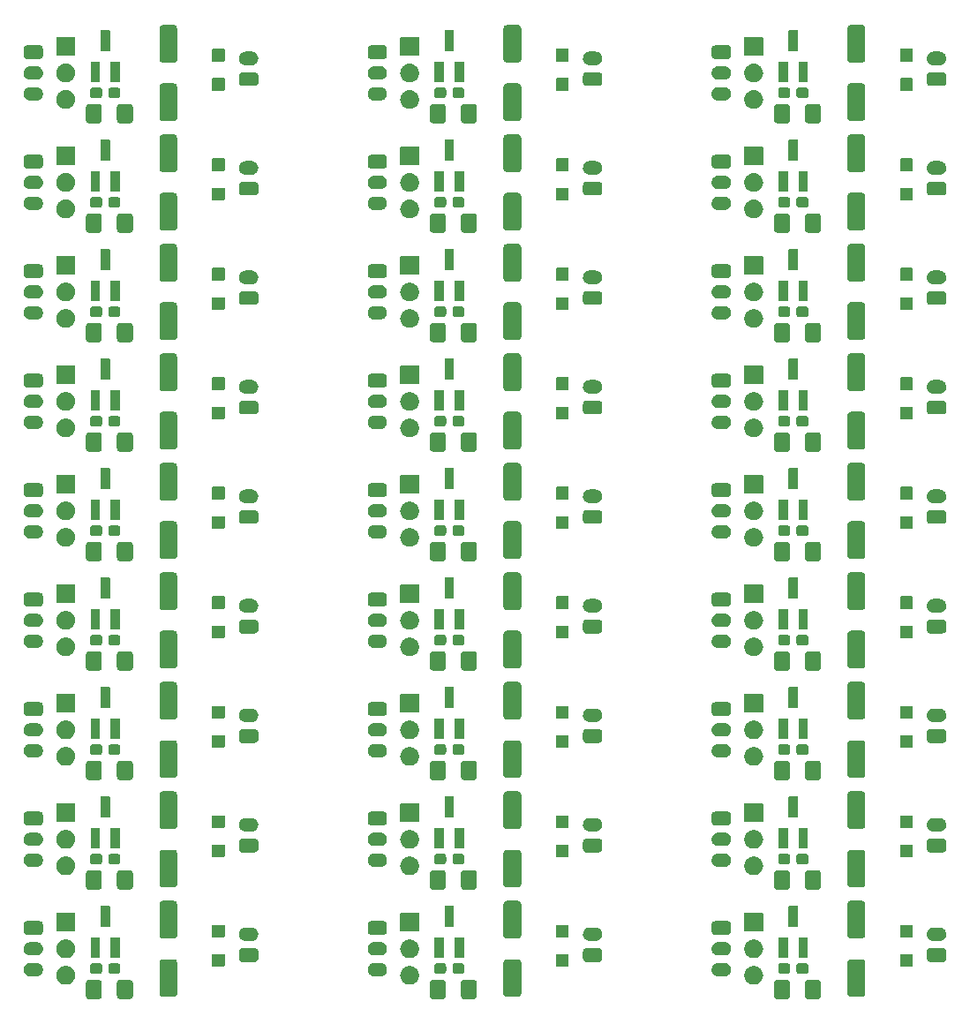
<source format=gbr>
G04 #@! TF.GenerationSoftware,KiCad,Pcbnew,5.99.0-unknown-r16857-c6889b00*
G04 #@! TF.CreationDate,2019-10-20T20:17:36+02:00*
G04 #@! TF.ProjectId,pulsr-panel,70756c73-722d-4706-916e-656c2e6b6963,rev?*
G04 #@! TF.SameCoordinates,Original*
G04 #@! TF.FileFunction,Soldermask,Top*
G04 #@! TF.FilePolarity,Negative*
%FSLAX46Y46*%
G04 Gerber Fmt 4.6, Leading zero omitted, Abs format (unit mm)*
G04 Created by KiCad (PCBNEW 5.99.0-unknown-r16857-c6889b00) date 2019-10-20 20:17:36*
%MOMM*%
%LPD*%
G04 APERTURE LIST*
%ADD10C,0.100000*%
G04 APERTURE END LIST*
D10*
G36*
X101986756Y-112586764D02*
G01*
X101998228Y-112592289D01*
X102006286Y-112593795D01*
X102023543Y-112604480D01*
X102068638Y-112626197D01*
X102088738Y-112644847D01*
X102101964Y-112653036D01*
X102112264Y-112666676D01*
X102135265Y-112688017D01*
X102157617Y-112726732D01*
X102169781Y-112742840D01*
X102171750Y-112751212D01*
X102179506Y-112764646D01*
X102198419Y-112864603D01*
X102201883Y-112879331D01*
X102201883Y-112882910D01*
X102203194Y-112889839D01*
X102203194Y-114112516D01*
X102188236Y-114211756D01*
X102182711Y-114223228D01*
X102181205Y-114231286D01*
X102170520Y-114248543D01*
X102148803Y-114293638D01*
X102130153Y-114313738D01*
X102121964Y-114326964D01*
X102108324Y-114337264D01*
X102086983Y-114360265D01*
X102048268Y-114382617D01*
X102032160Y-114394781D01*
X102023788Y-114396750D01*
X102010354Y-114404506D01*
X101910397Y-114423419D01*
X101895669Y-114426883D01*
X101892090Y-114426883D01*
X101885161Y-114428194D01*
X100987484Y-114428194D01*
X100888244Y-114413236D01*
X100876772Y-114407711D01*
X100868714Y-114406205D01*
X100851457Y-114395520D01*
X100806362Y-114373803D01*
X100786262Y-114355153D01*
X100773036Y-114346964D01*
X100762736Y-114333324D01*
X100739735Y-114311983D01*
X100717383Y-114273268D01*
X100705219Y-114257160D01*
X100703250Y-114248788D01*
X100695494Y-114235354D01*
X100676581Y-114135397D01*
X100673117Y-114120669D01*
X100673117Y-114117090D01*
X100671806Y-114110161D01*
X100671806Y-112887484D01*
X100686764Y-112788244D01*
X100692289Y-112776772D01*
X100693795Y-112768714D01*
X100704480Y-112751457D01*
X100726197Y-112706362D01*
X100744847Y-112686262D01*
X100753036Y-112673036D01*
X100766676Y-112662736D01*
X100788017Y-112639735D01*
X100826732Y-112617383D01*
X100842840Y-112605219D01*
X100851212Y-112603250D01*
X100864646Y-112595494D01*
X100964603Y-112576581D01*
X100979331Y-112573117D01*
X100982910Y-112573117D01*
X100989839Y-112571806D01*
X101887516Y-112571806D01*
X101986756Y-112586764D01*
X101986756Y-112586764D01*
G37*
G36*
X33011756Y-112586764D02*
G01*
X33023228Y-112592289D01*
X33031286Y-112593795D01*
X33048543Y-112604480D01*
X33093638Y-112626197D01*
X33113738Y-112644847D01*
X33126964Y-112653036D01*
X33137264Y-112666676D01*
X33160265Y-112688017D01*
X33182617Y-112726732D01*
X33194781Y-112742840D01*
X33196750Y-112751212D01*
X33204506Y-112764646D01*
X33223419Y-112864603D01*
X33226883Y-112879331D01*
X33226883Y-112882910D01*
X33228194Y-112889839D01*
X33228194Y-114112516D01*
X33213236Y-114211756D01*
X33207711Y-114223228D01*
X33206205Y-114231286D01*
X33195520Y-114248543D01*
X33173803Y-114293638D01*
X33155153Y-114313738D01*
X33146964Y-114326964D01*
X33133324Y-114337264D01*
X33111983Y-114360265D01*
X33073268Y-114382617D01*
X33057160Y-114394781D01*
X33048788Y-114396750D01*
X33035354Y-114404506D01*
X32935397Y-114423419D01*
X32920669Y-114426883D01*
X32917090Y-114426883D01*
X32910161Y-114428194D01*
X32012484Y-114428194D01*
X31913244Y-114413236D01*
X31901772Y-114407711D01*
X31893714Y-114406205D01*
X31876457Y-114395520D01*
X31831362Y-114373803D01*
X31811262Y-114355153D01*
X31798036Y-114346964D01*
X31787736Y-114333324D01*
X31764735Y-114311983D01*
X31742383Y-114273268D01*
X31730219Y-114257160D01*
X31728250Y-114248788D01*
X31720494Y-114235354D01*
X31701581Y-114135397D01*
X31698117Y-114120669D01*
X31698117Y-114117090D01*
X31696806Y-114110161D01*
X31696806Y-112887484D01*
X31711764Y-112788244D01*
X31717289Y-112776772D01*
X31718795Y-112768714D01*
X31729480Y-112751457D01*
X31751197Y-112706362D01*
X31769847Y-112686262D01*
X31778036Y-112673036D01*
X31791676Y-112662736D01*
X31813017Y-112639735D01*
X31851732Y-112617383D01*
X31867840Y-112605219D01*
X31876212Y-112603250D01*
X31889646Y-112595494D01*
X31989603Y-112576581D01*
X32004331Y-112573117D01*
X32007910Y-112573117D01*
X32014839Y-112571806D01*
X32912516Y-112571806D01*
X33011756Y-112586764D01*
X33011756Y-112586764D01*
G37*
G36*
X35986756Y-112586764D02*
G01*
X35998228Y-112592289D01*
X36006286Y-112593795D01*
X36023543Y-112604480D01*
X36068638Y-112626197D01*
X36088738Y-112644847D01*
X36101964Y-112653036D01*
X36112264Y-112666676D01*
X36135265Y-112688017D01*
X36157617Y-112726732D01*
X36169781Y-112742840D01*
X36171750Y-112751212D01*
X36179506Y-112764646D01*
X36198419Y-112864603D01*
X36201883Y-112879331D01*
X36201883Y-112882910D01*
X36203194Y-112889839D01*
X36203194Y-114112516D01*
X36188236Y-114211756D01*
X36182711Y-114223228D01*
X36181205Y-114231286D01*
X36170520Y-114248543D01*
X36148803Y-114293638D01*
X36130153Y-114313738D01*
X36121964Y-114326964D01*
X36108324Y-114337264D01*
X36086983Y-114360265D01*
X36048268Y-114382617D01*
X36032160Y-114394781D01*
X36023788Y-114396750D01*
X36010354Y-114404506D01*
X35910397Y-114423419D01*
X35895669Y-114426883D01*
X35892090Y-114426883D01*
X35885161Y-114428194D01*
X34987484Y-114428194D01*
X34888244Y-114413236D01*
X34876772Y-114407711D01*
X34868714Y-114406205D01*
X34851457Y-114395520D01*
X34806362Y-114373803D01*
X34786262Y-114355153D01*
X34773036Y-114346964D01*
X34762736Y-114333324D01*
X34739735Y-114311983D01*
X34717383Y-114273268D01*
X34705219Y-114257160D01*
X34703250Y-114248788D01*
X34695494Y-114235354D01*
X34676581Y-114135397D01*
X34673117Y-114120669D01*
X34673117Y-114117090D01*
X34671806Y-114110161D01*
X34671806Y-112887484D01*
X34686764Y-112788244D01*
X34692289Y-112776772D01*
X34693795Y-112768714D01*
X34704480Y-112751457D01*
X34726197Y-112706362D01*
X34744847Y-112686262D01*
X34753036Y-112673036D01*
X34766676Y-112662736D01*
X34788017Y-112639735D01*
X34826732Y-112617383D01*
X34842840Y-112605219D01*
X34851212Y-112603250D01*
X34864646Y-112595494D01*
X34964603Y-112576581D01*
X34979331Y-112573117D01*
X34982910Y-112573117D01*
X34989839Y-112571806D01*
X35887516Y-112571806D01*
X35986756Y-112586764D01*
X35986756Y-112586764D01*
G37*
G36*
X68986756Y-112586764D02*
G01*
X68998228Y-112592289D01*
X69006286Y-112593795D01*
X69023543Y-112604480D01*
X69068638Y-112626197D01*
X69088738Y-112644847D01*
X69101964Y-112653036D01*
X69112264Y-112666676D01*
X69135265Y-112688017D01*
X69157617Y-112726732D01*
X69169781Y-112742840D01*
X69171750Y-112751212D01*
X69179506Y-112764646D01*
X69198419Y-112864603D01*
X69201883Y-112879331D01*
X69201883Y-112882910D01*
X69203194Y-112889839D01*
X69203194Y-114112516D01*
X69188236Y-114211756D01*
X69182711Y-114223228D01*
X69181205Y-114231286D01*
X69170520Y-114248543D01*
X69148803Y-114293638D01*
X69130153Y-114313738D01*
X69121964Y-114326964D01*
X69108324Y-114337264D01*
X69086983Y-114360265D01*
X69048268Y-114382617D01*
X69032160Y-114394781D01*
X69023788Y-114396750D01*
X69010354Y-114404506D01*
X68910397Y-114423419D01*
X68895669Y-114426883D01*
X68892090Y-114426883D01*
X68885161Y-114428194D01*
X67987484Y-114428194D01*
X67888244Y-114413236D01*
X67876772Y-114407711D01*
X67868714Y-114406205D01*
X67851457Y-114395520D01*
X67806362Y-114373803D01*
X67786262Y-114355153D01*
X67773036Y-114346964D01*
X67762736Y-114333324D01*
X67739735Y-114311983D01*
X67717383Y-114273268D01*
X67705219Y-114257160D01*
X67703250Y-114248788D01*
X67695494Y-114235354D01*
X67676581Y-114135397D01*
X67673117Y-114120669D01*
X67673117Y-114117090D01*
X67671806Y-114110161D01*
X67671806Y-112887484D01*
X67686764Y-112788244D01*
X67692289Y-112776772D01*
X67693795Y-112768714D01*
X67704480Y-112751457D01*
X67726197Y-112706362D01*
X67744847Y-112686262D01*
X67753036Y-112673036D01*
X67766676Y-112662736D01*
X67788017Y-112639735D01*
X67826732Y-112617383D01*
X67842840Y-112605219D01*
X67851212Y-112603250D01*
X67864646Y-112595494D01*
X67964603Y-112576581D01*
X67979331Y-112573117D01*
X67982910Y-112573117D01*
X67989839Y-112571806D01*
X68887516Y-112571806D01*
X68986756Y-112586764D01*
X68986756Y-112586764D01*
G37*
G36*
X66011756Y-112586764D02*
G01*
X66023228Y-112592289D01*
X66031286Y-112593795D01*
X66048543Y-112604480D01*
X66093638Y-112626197D01*
X66113738Y-112644847D01*
X66126964Y-112653036D01*
X66137264Y-112666676D01*
X66160265Y-112688017D01*
X66182617Y-112726732D01*
X66194781Y-112742840D01*
X66196750Y-112751212D01*
X66204506Y-112764646D01*
X66223419Y-112864603D01*
X66226883Y-112879331D01*
X66226883Y-112882910D01*
X66228194Y-112889839D01*
X66228194Y-114112516D01*
X66213236Y-114211756D01*
X66207711Y-114223228D01*
X66206205Y-114231286D01*
X66195520Y-114248543D01*
X66173803Y-114293638D01*
X66155153Y-114313738D01*
X66146964Y-114326964D01*
X66133324Y-114337264D01*
X66111983Y-114360265D01*
X66073268Y-114382617D01*
X66057160Y-114394781D01*
X66048788Y-114396750D01*
X66035354Y-114404506D01*
X65935397Y-114423419D01*
X65920669Y-114426883D01*
X65917090Y-114426883D01*
X65910161Y-114428194D01*
X65012484Y-114428194D01*
X64913244Y-114413236D01*
X64901772Y-114407711D01*
X64893714Y-114406205D01*
X64876457Y-114395520D01*
X64831362Y-114373803D01*
X64811262Y-114355153D01*
X64798036Y-114346964D01*
X64787736Y-114333324D01*
X64764735Y-114311983D01*
X64742383Y-114273268D01*
X64730219Y-114257160D01*
X64728250Y-114248788D01*
X64720494Y-114235354D01*
X64701581Y-114135397D01*
X64698117Y-114120669D01*
X64698117Y-114117090D01*
X64696806Y-114110161D01*
X64696806Y-112887484D01*
X64711764Y-112788244D01*
X64717289Y-112776772D01*
X64718795Y-112768714D01*
X64729480Y-112751457D01*
X64751197Y-112706362D01*
X64769847Y-112686262D01*
X64778036Y-112673036D01*
X64791676Y-112662736D01*
X64813017Y-112639735D01*
X64851732Y-112617383D01*
X64867840Y-112605219D01*
X64876212Y-112603250D01*
X64889646Y-112595494D01*
X64989603Y-112576581D01*
X65004331Y-112573117D01*
X65007910Y-112573117D01*
X65014839Y-112571806D01*
X65912516Y-112571806D01*
X66011756Y-112586764D01*
X66011756Y-112586764D01*
G37*
G36*
X99011756Y-112586764D02*
G01*
X99023228Y-112592289D01*
X99031286Y-112593795D01*
X99048543Y-112604480D01*
X99093638Y-112626197D01*
X99113738Y-112644847D01*
X99126964Y-112653036D01*
X99137264Y-112666676D01*
X99160265Y-112688017D01*
X99182617Y-112726732D01*
X99194781Y-112742840D01*
X99196750Y-112751212D01*
X99204506Y-112764646D01*
X99223419Y-112864603D01*
X99226883Y-112879331D01*
X99226883Y-112882910D01*
X99228194Y-112889839D01*
X99228194Y-114112516D01*
X99213236Y-114211756D01*
X99207711Y-114223228D01*
X99206205Y-114231286D01*
X99195520Y-114248543D01*
X99173803Y-114293638D01*
X99155153Y-114313738D01*
X99146964Y-114326964D01*
X99133324Y-114337264D01*
X99111983Y-114360265D01*
X99073268Y-114382617D01*
X99057160Y-114394781D01*
X99048788Y-114396750D01*
X99035354Y-114404506D01*
X98935397Y-114423419D01*
X98920669Y-114426883D01*
X98917090Y-114426883D01*
X98910161Y-114428194D01*
X98012484Y-114428194D01*
X97913244Y-114413236D01*
X97901772Y-114407711D01*
X97893714Y-114406205D01*
X97876457Y-114395520D01*
X97831362Y-114373803D01*
X97811262Y-114355153D01*
X97798036Y-114346964D01*
X97787736Y-114333324D01*
X97764735Y-114311983D01*
X97742383Y-114273268D01*
X97730219Y-114257160D01*
X97728250Y-114248788D01*
X97720494Y-114235354D01*
X97701581Y-114135397D01*
X97698117Y-114120669D01*
X97698117Y-114117090D01*
X97696806Y-114110161D01*
X97696806Y-112887484D01*
X97711764Y-112788244D01*
X97717289Y-112776772D01*
X97718795Y-112768714D01*
X97729480Y-112751457D01*
X97751197Y-112706362D01*
X97769847Y-112686262D01*
X97778036Y-112673036D01*
X97791676Y-112662736D01*
X97813017Y-112639735D01*
X97851732Y-112617383D01*
X97867840Y-112605219D01*
X97876212Y-112603250D01*
X97889646Y-112595494D01*
X97989603Y-112576581D01*
X98004331Y-112573117D01*
X98007910Y-112573117D01*
X98014839Y-112571806D01*
X98912516Y-112571806D01*
X99011756Y-112586764D01*
X99011756Y-112586764D01*
G37*
G36*
X106236756Y-110611764D02*
G01*
X106248228Y-110617289D01*
X106256286Y-110618795D01*
X106273543Y-110629480D01*
X106318638Y-110651197D01*
X106338738Y-110669847D01*
X106351964Y-110678036D01*
X106362264Y-110691676D01*
X106385265Y-110713017D01*
X106407617Y-110751732D01*
X106419781Y-110767840D01*
X106421750Y-110776212D01*
X106429506Y-110789646D01*
X106448419Y-110889603D01*
X106451883Y-110904331D01*
X106451883Y-110907910D01*
X106453194Y-110914839D01*
X106453194Y-113887516D01*
X106438236Y-113986756D01*
X106432711Y-113998228D01*
X106431205Y-114006286D01*
X106420520Y-114023543D01*
X106398803Y-114068638D01*
X106380153Y-114088738D01*
X106371964Y-114101964D01*
X106358324Y-114112264D01*
X106336983Y-114135265D01*
X106298268Y-114157617D01*
X106282160Y-114169781D01*
X106273788Y-114171750D01*
X106260354Y-114179506D01*
X106160397Y-114198419D01*
X106145669Y-114201883D01*
X106142090Y-114201883D01*
X106135161Y-114203194D01*
X105062484Y-114203194D01*
X104963244Y-114188236D01*
X104951772Y-114182711D01*
X104943714Y-114181205D01*
X104926457Y-114170520D01*
X104881362Y-114148803D01*
X104861262Y-114130153D01*
X104848036Y-114121964D01*
X104837736Y-114108324D01*
X104814735Y-114086983D01*
X104792383Y-114048268D01*
X104780219Y-114032160D01*
X104778250Y-114023788D01*
X104770494Y-114010354D01*
X104751581Y-113910397D01*
X104748117Y-113895669D01*
X104748117Y-113892090D01*
X104746806Y-113885161D01*
X104746806Y-110912484D01*
X104761764Y-110813244D01*
X104767289Y-110801772D01*
X104768795Y-110793714D01*
X104779480Y-110776457D01*
X104801197Y-110731362D01*
X104819847Y-110711262D01*
X104828036Y-110698036D01*
X104841676Y-110687736D01*
X104863017Y-110664735D01*
X104901732Y-110642383D01*
X104917840Y-110630219D01*
X104926212Y-110628250D01*
X104939646Y-110620494D01*
X105039603Y-110601581D01*
X105054331Y-110598117D01*
X105057910Y-110598117D01*
X105064839Y-110596806D01*
X106137516Y-110596806D01*
X106236756Y-110611764D01*
X106236756Y-110611764D01*
G37*
G36*
X73236756Y-110611764D02*
G01*
X73248228Y-110617289D01*
X73256286Y-110618795D01*
X73273543Y-110629480D01*
X73318638Y-110651197D01*
X73338738Y-110669847D01*
X73351964Y-110678036D01*
X73362264Y-110691676D01*
X73385265Y-110713017D01*
X73407617Y-110751732D01*
X73419781Y-110767840D01*
X73421750Y-110776212D01*
X73429506Y-110789646D01*
X73448419Y-110889603D01*
X73451883Y-110904331D01*
X73451883Y-110907910D01*
X73453194Y-110914839D01*
X73453194Y-113887516D01*
X73438236Y-113986756D01*
X73432711Y-113998228D01*
X73431205Y-114006286D01*
X73420520Y-114023543D01*
X73398803Y-114068638D01*
X73380153Y-114088738D01*
X73371964Y-114101964D01*
X73358324Y-114112264D01*
X73336983Y-114135265D01*
X73298268Y-114157617D01*
X73282160Y-114169781D01*
X73273788Y-114171750D01*
X73260354Y-114179506D01*
X73160397Y-114198419D01*
X73145669Y-114201883D01*
X73142090Y-114201883D01*
X73135161Y-114203194D01*
X72062484Y-114203194D01*
X71963244Y-114188236D01*
X71951772Y-114182711D01*
X71943714Y-114181205D01*
X71926457Y-114170520D01*
X71881362Y-114148803D01*
X71861262Y-114130153D01*
X71848036Y-114121964D01*
X71837736Y-114108324D01*
X71814735Y-114086983D01*
X71792383Y-114048268D01*
X71780219Y-114032160D01*
X71778250Y-114023788D01*
X71770494Y-114010354D01*
X71751581Y-113910397D01*
X71748117Y-113895669D01*
X71748117Y-113892090D01*
X71746806Y-113885161D01*
X71746806Y-110912484D01*
X71761764Y-110813244D01*
X71767289Y-110801772D01*
X71768795Y-110793714D01*
X71779480Y-110776457D01*
X71801197Y-110731362D01*
X71819847Y-110711262D01*
X71828036Y-110698036D01*
X71841676Y-110687736D01*
X71863017Y-110664735D01*
X71901732Y-110642383D01*
X71917840Y-110630219D01*
X71926212Y-110628250D01*
X71939646Y-110620494D01*
X72039603Y-110601581D01*
X72054331Y-110598117D01*
X72057910Y-110598117D01*
X72064839Y-110596806D01*
X73137516Y-110596806D01*
X73236756Y-110611764D01*
X73236756Y-110611764D01*
G37*
G36*
X40236756Y-110611764D02*
G01*
X40248228Y-110617289D01*
X40256286Y-110618795D01*
X40273543Y-110629480D01*
X40318638Y-110651197D01*
X40338738Y-110669847D01*
X40351964Y-110678036D01*
X40362264Y-110691676D01*
X40385265Y-110713017D01*
X40407617Y-110751732D01*
X40419781Y-110767840D01*
X40421750Y-110776212D01*
X40429506Y-110789646D01*
X40448419Y-110889603D01*
X40451883Y-110904331D01*
X40451883Y-110907910D01*
X40453194Y-110914839D01*
X40453194Y-113887516D01*
X40438236Y-113986756D01*
X40432711Y-113998228D01*
X40431205Y-114006286D01*
X40420520Y-114023543D01*
X40398803Y-114068638D01*
X40380153Y-114088738D01*
X40371964Y-114101964D01*
X40358324Y-114112264D01*
X40336983Y-114135265D01*
X40298268Y-114157617D01*
X40282160Y-114169781D01*
X40273788Y-114171750D01*
X40260354Y-114179506D01*
X40160397Y-114198419D01*
X40145669Y-114201883D01*
X40142090Y-114201883D01*
X40135161Y-114203194D01*
X39062484Y-114203194D01*
X38963244Y-114188236D01*
X38951772Y-114182711D01*
X38943714Y-114181205D01*
X38926457Y-114170520D01*
X38881362Y-114148803D01*
X38861262Y-114130153D01*
X38848036Y-114121964D01*
X38837736Y-114108324D01*
X38814735Y-114086983D01*
X38792383Y-114048268D01*
X38780219Y-114032160D01*
X38778250Y-114023788D01*
X38770494Y-114010354D01*
X38751581Y-113910397D01*
X38748117Y-113895669D01*
X38748117Y-113892090D01*
X38746806Y-113885161D01*
X38746806Y-110912484D01*
X38761764Y-110813244D01*
X38767289Y-110801772D01*
X38768795Y-110793714D01*
X38779480Y-110776457D01*
X38801197Y-110731362D01*
X38819847Y-110711262D01*
X38828036Y-110698036D01*
X38841676Y-110687736D01*
X38863017Y-110664735D01*
X38901732Y-110642383D01*
X38917840Y-110630219D01*
X38926212Y-110628250D01*
X38939646Y-110620494D01*
X39039603Y-110601581D01*
X39054331Y-110598117D01*
X39057910Y-110598117D01*
X39064839Y-110596806D01*
X40137516Y-110596806D01*
X40236756Y-110611764D01*
X40236756Y-110611764D01*
G37*
G36*
X95938360Y-111253835D02*
G01*
X96019397Y-111280166D01*
X96106663Y-111307848D01*
X96109655Y-111309493D01*
X96118488Y-111312363D01*
X96190466Y-111353919D01*
X96261499Y-111392970D01*
X96268986Y-111399253D01*
X96282511Y-111407061D01*
X96340259Y-111459057D01*
X96396857Y-111506549D01*
X96406962Y-111519118D01*
X96423261Y-111533793D01*
X96465454Y-111591867D01*
X96507579Y-111644260D01*
X96517994Y-111664182D01*
X96534586Y-111687019D01*
X96561297Y-111747012D01*
X96589439Y-111800843D01*
X96597582Y-111828510D01*
X96611621Y-111860042D01*
X96623992Y-111918241D01*
X96639328Y-111970349D01*
X96642518Y-112005401D01*
X96650999Y-112045301D01*
X96650999Y-112098592D01*
X96655343Y-112146324D01*
X96650999Y-112187653D01*
X96650999Y-112234699D01*
X96641217Y-112280721D01*
X96636873Y-112322047D01*
X96622702Y-112367827D01*
X96611621Y-112419958D01*
X96595028Y-112457226D01*
X96584622Y-112490843D01*
X96558789Y-112538620D01*
X96534586Y-112592981D01*
X96514298Y-112620905D01*
X96500580Y-112646276D01*
X96461859Y-112693082D01*
X96423261Y-112746207D01*
X96402284Y-112765095D01*
X96387952Y-112782419D01*
X96335845Y-112824917D01*
X96282511Y-112872939D01*
X96263524Y-112883901D01*
X96251025Y-112894095D01*
X96185780Y-112928786D01*
X96118488Y-112967637D01*
X96103636Y-112972463D01*
X96095003Y-112977053D01*
X96017430Y-113000473D01*
X95938360Y-113026165D01*
X95929114Y-113027137D01*
X95925851Y-113028122D01*
X95834710Y-113037059D01*
X95797211Y-113041000D01*
X95702789Y-113041000D01*
X95561640Y-113026165D01*
X95480603Y-112999834D01*
X95393337Y-112972152D01*
X95390345Y-112970507D01*
X95381512Y-112967637D01*
X95309534Y-112926081D01*
X95238501Y-112887030D01*
X95231014Y-112880747D01*
X95217489Y-112872939D01*
X95159741Y-112820943D01*
X95103143Y-112773451D01*
X95093038Y-112760882D01*
X95076739Y-112746207D01*
X95034546Y-112688133D01*
X94992421Y-112635740D01*
X94982006Y-112615818D01*
X94965414Y-112592981D01*
X94938703Y-112532988D01*
X94910561Y-112479157D01*
X94902418Y-112451490D01*
X94888379Y-112419958D01*
X94876008Y-112361759D01*
X94860672Y-112309651D01*
X94857482Y-112274599D01*
X94849001Y-112234699D01*
X94849001Y-112181408D01*
X94844657Y-112133676D01*
X94849001Y-112092347D01*
X94849001Y-112045301D01*
X94858783Y-111999279D01*
X94863127Y-111957953D01*
X94877298Y-111912173D01*
X94888379Y-111860042D01*
X94904972Y-111822774D01*
X94915378Y-111789157D01*
X94941211Y-111741380D01*
X94965414Y-111687019D01*
X94985702Y-111659095D01*
X94999420Y-111633724D01*
X95038141Y-111586918D01*
X95076739Y-111533793D01*
X95097716Y-111514905D01*
X95112048Y-111497581D01*
X95164155Y-111455083D01*
X95217489Y-111407061D01*
X95236476Y-111396099D01*
X95248975Y-111385905D01*
X95314220Y-111351214D01*
X95381512Y-111312363D01*
X95396364Y-111307537D01*
X95404997Y-111302947D01*
X95482570Y-111279527D01*
X95561640Y-111253835D01*
X95570886Y-111252863D01*
X95574149Y-111251878D01*
X95665290Y-111242941D01*
X95702789Y-111239000D01*
X95797211Y-111239000D01*
X95938360Y-111253835D01*
X95938360Y-111253835D01*
G37*
G36*
X29938360Y-111253835D02*
G01*
X30019397Y-111280166D01*
X30106663Y-111307848D01*
X30109655Y-111309493D01*
X30118488Y-111312363D01*
X30190466Y-111353919D01*
X30261499Y-111392970D01*
X30268986Y-111399253D01*
X30282511Y-111407061D01*
X30340259Y-111459057D01*
X30396857Y-111506549D01*
X30406962Y-111519118D01*
X30423261Y-111533793D01*
X30465454Y-111591867D01*
X30507579Y-111644260D01*
X30517994Y-111664182D01*
X30534586Y-111687019D01*
X30561297Y-111747012D01*
X30589439Y-111800843D01*
X30597582Y-111828510D01*
X30611621Y-111860042D01*
X30623992Y-111918241D01*
X30639328Y-111970349D01*
X30642518Y-112005401D01*
X30650999Y-112045301D01*
X30650999Y-112098592D01*
X30655343Y-112146324D01*
X30650999Y-112187653D01*
X30650999Y-112234699D01*
X30641217Y-112280721D01*
X30636873Y-112322047D01*
X30622702Y-112367827D01*
X30611621Y-112419958D01*
X30595028Y-112457226D01*
X30584622Y-112490843D01*
X30558789Y-112538620D01*
X30534586Y-112592981D01*
X30514298Y-112620905D01*
X30500580Y-112646276D01*
X30461859Y-112693082D01*
X30423261Y-112746207D01*
X30402284Y-112765095D01*
X30387952Y-112782419D01*
X30335845Y-112824917D01*
X30282511Y-112872939D01*
X30263524Y-112883901D01*
X30251025Y-112894095D01*
X30185780Y-112928786D01*
X30118488Y-112967637D01*
X30103636Y-112972463D01*
X30095003Y-112977053D01*
X30017430Y-113000473D01*
X29938360Y-113026165D01*
X29929114Y-113027137D01*
X29925851Y-113028122D01*
X29834710Y-113037059D01*
X29797211Y-113041000D01*
X29702789Y-113041000D01*
X29561640Y-113026165D01*
X29480603Y-112999834D01*
X29393337Y-112972152D01*
X29390345Y-112970507D01*
X29381512Y-112967637D01*
X29309534Y-112926081D01*
X29238501Y-112887030D01*
X29231014Y-112880747D01*
X29217489Y-112872939D01*
X29159741Y-112820943D01*
X29103143Y-112773451D01*
X29093038Y-112760882D01*
X29076739Y-112746207D01*
X29034546Y-112688133D01*
X28992421Y-112635740D01*
X28982006Y-112615818D01*
X28965414Y-112592981D01*
X28938703Y-112532988D01*
X28910561Y-112479157D01*
X28902418Y-112451490D01*
X28888379Y-112419958D01*
X28876008Y-112361759D01*
X28860672Y-112309651D01*
X28857482Y-112274599D01*
X28849001Y-112234699D01*
X28849001Y-112181408D01*
X28844657Y-112133676D01*
X28849001Y-112092347D01*
X28849001Y-112045301D01*
X28858783Y-111999279D01*
X28863127Y-111957953D01*
X28877298Y-111912173D01*
X28888379Y-111860042D01*
X28904972Y-111822774D01*
X28915378Y-111789157D01*
X28941211Y-111741380D01*
X28965414Y-111687019D01*
X28985702Y-111659095D01*
X28999420Y-111633724D01*
X29038141Y-111586918D01*
X29076739Y-111533793D01*
X29097716Y-111514905D01*
X29112048Y-111497581D01*
X29164155Y-111455083D01*
X29217489Y-111407061D01*
X29236476Y-111396099D01*
X29248975Y-111385905D01*
X29314220Y-111351214D01*
X29381512Y-111312363D01*
X29396364Y-111307537D01*
X29404997Y-111302947D01*
X29482570Y-111279527D01*
X29561640Y-111253835D01*
X29570886Y-111252863D01*
X29574149Y-111251878D01*
X29665290Y-111242941D01*
X29702789Y-111239000D01*
X29797211Y-111239000D01*
X29938360Y-111253835D01*
X29938360Y-111253835D01*
G37*
G36*
X62938360Y-111253835D02*
G01*
X63019397Y-111280166D01*
X63106663Y-111307848D01*
X63109655Y-111309493D01*
X63118488Y-111312363D01*
X63190466Y-111353919D01*
X63261499Y-111392970D01*
X63268986Y-111399253D01*
X63282511Y-111407061D01*
X63340259Y-111459057D01*
X63396857Y-111506549D01*
X63406962Y-111519118D01*
X63423261Y-111533793D01*
X63465454Y-111591867D01*
X63507579Y-111644260D01*
X63517994Y-111664182D01*
X63534586Y-111687019D01*
X63561297Y-111747012D01*
X63589439Y-111800843D01*
X63597582Y-111828510D01*
X63611621Y-111860042D01*
X63623992Y-111918241D01*
X63639328Y-111970349D01*
X63642518Y-112005401D01*
X63650999Y-112045301D01*
X63650999Y-112098592D01*
X63655343Y-112146324D01*
X63650999Y-112187653D01*
X63650999Y-112234699D01*
X63641217Y-112280721D01*
X63636873Y-112322047D01*
X63622702Y-112367827D01*
X63611621Y-112419958D01*
X63595028Y-112457226D01*
X63584622Y-112490843D01*
X63558789Y-112538620D01*
X63534586Y-112592981D01*
X63514298Y-112620905D01*
X63500580Y-112646276D01*
X63461859Y-112693082D01*
X63423261Y-112746207D01*
X63402284Y-112765095D01*
X63387952Y-112782419D01*
X63335845Y-112824917D01*
X63282511Y-112872939D01*
X63263524Y-112883901D01*
X63251025Y-112894095D01*
X63185780Y-112928786D01*
X63118488Y-112967637D01*
X63103636Y-112972463D01*
X63095003Y-112977053D01*
X63017430Y-113000473D01*
X62938360Y-113026165D01*
X62929114Y-113027137D01*
X62925851Y-113028122D01*
X62834710Y-113037059D01*
X62797211Y-113041000D01*
X62702789Y-113041000D01*
X62561640Y-113026165D01*
X62480603Y-112999834D01*
X62393337Y-112972152D01*
X62390345Y-112970507D01*
X62381512Y-112967637D01*
X62309534Y-112926081D01*
X62238501Y-112887030D01*
X62231014Y-112880747D01*
X62217489Y-112872939D01*
X62159741Y-112820943D01*
X62103143Y-112773451D01*
X62093038Y-112760882D01*
X62076739Y-112746207D01*
X62034546Y-112688133D01*
X61992421Y-112635740D01*
X61982006Y-112615818D01*
X61965414Y-112592981D01*
X61938703Y-112532988D01*
X61910561Y-112479157D01*
X61902418Y-112451490D01*
X61888379Y-112419958D01*
X61876008Y-112361759D01*
X61860672Y-112309651D01*
X61857482Y-112274599D01*
X61849001Y-112234699D01*
X61849001Y-112181408D01*
X61844657Y-112133676D01*
X61849001Y-112092347D01*
X61849001Y-112045301D01*
X61858783Y-111999279D01*
X61863127Y-111957953D01*
X61877298Y-111912173D01*
X61888379Y-111860042D01*
X61904972Y-111822774D01*
X61915378Y-111789157D01*
X61941211Y-111741380D01*
X61965414Y-111687019D01*
X61985702Y-111659095D01*
X61999420Y-111633724D01*
X62038141Y-111586918D01*
X62076739Y-111533793D01*
X62097716Y-111514905D01*
X62112048Y-111497581D01*
X62164155Y-111455083D01*
X62217489Y-111407061D01*
X62236476Y-111396099D01*
X62248975Y-111385905D01*
X62314220Y-111351214D01*
X62381512Y-111312363D01*
X62396364Y-111307537D01*
X62404997Y-111302947D01*
X62482570Y-111279527D01*
X62561640Y-111253835D01*
X62570886Y-111252863D01*
X62574149Y-111251878D01*
X62665290Y-111242941D01*
X62702789Y-111239000D01*
X62797211Y-111239000D01*
X62938360Y-111253835D01*
X62938360Y-111253835D01*
G37*
G36*
X93079463Y-110963394D02*
G01*
X93136602Y-110984191D01*
X93166554Y-110989905D01*
X93194481Y-111005258D01*
X93216293Y-111013197D01*
X93259086Y-111040775D01*
X93310689Y-111069144D01*
X93327276Y-111084720D01*
X93339058Y-111092313D01*
X93381333Y-111135483D01*
X93430591Y-111181739D01*
X93437884Y-111193231D01*
X93441247Y-111196665D01*
X93478768Y-111257654D01*
X93518724Y-111320615D01*
X93541754Y-111391494D01*
X93564844Y-111459321D01*
X93565347Y-111464106D01*
X93569551Y-111477045D01*
X93573793Y-111544466D01*
X93580110Y-111604572D01*
X93578450Y-111618492D01*
X93579879Y-111641202D01*
X93568845Y-111699045D01*
X93562817Y-111749599D01*
X93555030Y-111771467D01*
X93549059Y-111802769D01*
X93527787Y-111847975D01*
X93513823Y-111887189D01*
X93496457Y-111914553D01*
X93479026Y-111951596D01*
X93452930Y-111983140D01*
X93435564Y-112010505D01*
X93406026Y-112039838D01*
X93374182Y-112078330D01*
X93348403Y-112097060D01*
X93331931Y-112113417D01*
X93288757Y-112140395D01*
X93241114Y-112175010D01*
X93219955Y-112183387D01*
X93208070Y-112190814D01*
X93151010Y-112210685D01*
X93088184Y-112235559D01*
X93074683Y-112237265D01*
X93070142Y-112238846D01*
X92998983Y-112246828D01*
X92965956Y-112251000D01*
X92341252Y-112251000D01*
X92220537Y-112236606D01*
X92163398Y-112215809D01*
X92133446Y-112210095D01*
X92105519Y-112194742D01*
X92083707Y-112186803D01*
X92040914Y-112159225D01*
X91989311Y-112130856D01*
X91972724Y-112115280D01*
X91960942Y-112107687D01*
X91918667Y-112064517D01*
X91869409Y-112018261D01*
X91862116Y-112006769D01*
X91858753Y-112003335D01*
X91821232Y-111942346D01*
X91781276Y-111879385D01*
X91758246Y-111808506D01*
X91735156Y-111740679D01*
X91734653Y-111735894D01*
X91730449Y-111722955D01*
X91726207Y-111655534D01*
X91719890Y-111595428D01*
X91721550Y-111581508D01*
X91720121Y-111558798D01*
X91731155Y-111500955D01*
X91737183Y-111450401D01*
X91744970Y-111428533D01*
X91750941Y-111397231D01*
X91772213Y-111352025D01*
X91786177Y-111312811D01*
X91803543Y-111285447D01*
X91820974Y-111248404D01*
X91847070Y-111216860D01*
X91864436Y-111189495D01*
X91893974Y-111160162D01*
X91925818Y-111121670D01*
X91951597Y-111102940D01*
X91968069Y-111086583D01*
X92011243Y-111059605D01*
X92058886Y-111024990D01*
X92080045Y-111016613D01*
X92091930Y-111009186D01*
X92148990Y-110989315D01*
X92211816Y-110964441D01*
X92225317Y-110962735D01*
X92229858Y-110961154D01*
X92301017Y-110953172D01*
X92334044Y-110949000D01*
X92958748Y-110949000D01*
X93079463Y-110963394D01*
X93079463Y-110963394D01*
G37*
G36*
X60079463Y-110963394D02*
G01*
X60136602Y-110984191D01*
X60166554Y-110989905D01*
X60194481Y-111005258D01*
X60216293Y-111013197D01*
X60259086Y-111040775D01*
X60310689Y-111069144D01*
X60327276Y-111084720D01*
X60339058Y-111092313D01*
X60381333Y-111135483D01*
X60430591Y-111181739D01*
X60437884Y-111193231D01*
X60441247Y-111196665D01*
X60478768Y-111257654D01*
X60518724Y-111320615D01*
X60541754Y-111391494D01*
X60564844Y-111459321D01*
X60565347Y-111464106D01*
X60569551Y-111477045D01*
X60573793Y-111544466D01*
X60580110Y-111604572D01*
X60578450Y-111618492D01*
X60579879Y-111641202D01*
X60568845Y-111699045D01*
X60562817Y-111749599D01*
X60555030Y-111771467D01*
X60549059Y-111802769D01*
X60527787Y-111847975D01*
X60513823Y-111887189D01*
X60496457Y-111914553D01*
X60479026Y-111951596D01*
X60452930Y-111983140D01*
X60435564Y-112010505D01*
X60406026Y-112039838D01*
X60374182Y-112078330D01*
X60348403Y-112097060D01*
X60331931Y-112113417D01*
X60288757Y-112140395D01*
X60241114Y-112175010D01*
X60219955Y-112183387D01*
X60208070Y-112190814D01*
X60151010Y-112210685D01*
X60088184Y-112235559D01*
X60074683Y-112237265D01*
X60070142Y-112238846D01*
X59998983Y-112246828D01*
X59965956Y-112251000D01*
X59341252Y-112251000D01*
X59220537Y-112236606D01*
X59163398Y-112215809D01*
X59133446Y-112210095D01*
X59105519Y-112194742D01*
X59083707Y-112186803D01*
X59040914Y-112159225D01*
X58989311Y-112130856D01*
X58972724Y-112115280D01*
X58960942Y-112107687D01*
X58918667Y-112064517D01*
X58869409Y-112018261D01*
X58862116Y-112006769D01*
X58858753Y-112003335D01*
X58821232Y-111942346D01*
X58781276Y-111879385D01*
X58758246Y-111808506D01*
X58735156Y-111740679D01*
X58734653Y-111735894D01*
X58730449Y-111722955D01*
X58726207Y-111655534D01*
X58719890Y-111595428D01*
X58721550Y-111581508D01*
X58720121Y-111558798D01*
X58731155Y-111500955D01*
X58737183Y-111450401D01*
X58744970Y-111428533D01*
X58750941Y-111397231D01*
X58772213Y-111352025D01*
X58786177Y-111312811D01*
X58803543Y-111285447D01*
X58820974Y-111248404D01*
X58847070Y-111216860D01*
X58864436Y-111189495D01*
X58893974Y-111160162D01*
X58925818Y-111121670D01*
X58951597Y-111102940D01*
X58968069Y-111086583D01*
X59011243Y-111059605D01*
X59058886Y-111024990D01*
X59080045Y-111016613D01*
X59091930Y-111009186D01*
X59148990Y-110989315D01*
X59211816Y-110964441D01*
X59225317Y-110962735D01*
X59229858Y-110961154D01*
X59301017Y-110953172D01*
X59334044Y-110949000D01*
X59958748Y-110949000D01*
X60079463Y-110963394D01*
X60079463Y-110963394D01*
G37*
G36*
X27079463Y-110963394D02*
G01*
X27136602Y-110984191D01*
X27166554Y-110989905D01*
X27194481Y-111005258D01*
X27216293Y-111013197D01*
X27259086Y-111040775D01*
X27310689Y-111069144D01*
X27327276Y-111084720D01*
X27339058Y-111092313D01*
X27381333Y-111135483D01*
X27430591Y-111181739D01*
X27437884Y-111193231D01*
X27441247Y-111196665D01*
X27478768Y-111257654D01*
X27518724Y-111320615D01*
X27541754Y-111391494D01*
X27564844Y-111459321D01*
X27565347Y-111464106D01*
X27569551Y-111477045D01*
X27573793Y-111544466D01*
X27580110Y-111604572D01*
X27578450Y-111618492D01*
X27579879Y-111641202D01*
X27568845Y-111699045D01*
X27562817Y-111749599D01*
X27555030Y-111771467D01*
X27549059Y-111802769D01*
X27527787Y-111847975D01*
X27513823Y-111887189D01*
X27496457Y-111914553D01*
X27479026Y-111951596D01*
X27452930Y-111983140D01*
X27435564Y-112010505D01*
X27406026Y-112039838D01*
X27374182Y-112078330D01*
X27348403Y-112097060D01*
X27331931Y-112113417D01*
X27288757Y-112140395D01*
X27241114Y-112175010D01*
X27219955Y-112183387D01*
X27208070Y-112190814D01*
X27151010Y-112210685D01*
X27088184Y-112235559D01*
X27074683Y-112237265D01*
X27070142Y-112238846D01*
X26998983Y-112246828D01*
X26965956Y-112251000D01*
X26341252Y-112251000D01*
X26220537Y-112236606D01*
X26163398Y-112215809D01*
X26133446Y-112210095D01*
X26105519Y-112194742D01*
X26083707Y-112186803D01*
X26040914Y-112159225D01*
X25989311Y-112130856D01*
X25972724Y-112115280D01*
X25960942Y-112107687D01*
X25918667Y-112064517D01*
X25869409Y-112018261D01*
X25862116Y-112006769D01*
X25858753Y-112003335D01*
X25821232Y-111942346D01*
X25781276Y-111879385D01*
X25758246Y-111808506D01*
X25735156Y-111740679D01*
X25734653Y-111735894D01*
X25730449Y-111722955D01*
X25726207Y-111655534D01*
X25719890Y-111595428D01*
X25721550Y-111581508D01*
X25720121Y-111558798D01*
X25731155Y-111500955D01*
X25737183Y-111450401D01*
X25744970Y-111428533D01*
X25750941Y-111397231D01*
X25772213Y-111352025D01*
X25786177Y-111312811D01*
X25803543Y-111285447D01*
X25820974Y-111248404D01*
X25847070Y-111216860D01*
X25864436Y-111189495D01*
X25893974Y-111160162D01*
X25925818Y-111121670D01*
X25951597Y-111102940D01*
X25968069Y-111086583D01*
X26011243Y-111059605D01*
X26058886Y-111024990D01*
X26080045Y-111016613D01*
X26091930Y-111009186D01*
X26148990Y-110989315D01*
X26211816Y-110964441D01*
X26225317Y-110962735D01*
X26229858Y-110961154D01*
X26301017Y-110953172D01*
X26334044Y-110949000D01*
X26958748Y-110949000D01*
X27079463Y-110963394D01*
X27079463Y-110963394D01*
G37*
G36*
X32957980Y-110973117D02*
G01*
X32958386Y-110973117D01*
X32960637Y-110973538D01*
X33049801Y-110987660D01*
X33057691Y-110991680D01*
X33064409Y-110992936D01*
X33084176Y-111005175D01*
X33131229Y-111029150D01*
X33144776Y-111042697D01*
X33156114Y-111049717D01*
X33169432Y-111067353D01*
X33195850Y-111093771D01*
X33209267Y-111120103D01*
X33221114Y-111135791D01*
X33224418Y-111149838D01*
X33237340Y-111175199D01*
X33251686Y-111265777D01*
X33251883Y-111266614D01*
X33251883Y-111267020D01*
X33253194Y-111275297D01*
X33253194Y-111724703D01*
X33251883Y-111732980D01*
X33251883Y-111733386D01*
X33251462Y-111735637D01*
X33237340Y-111824801D01*
X33233320Y-111832691D01*
X33232064Y-111839409D01*
X33219825Y-111859176D01*
X33195850Y-111906229D01*
X33182303Y-111919776D01*
X33175283Y-111931114D01*
X33157647Y-111944432D01*
X33131229Y-111970850D01*
X33104897Y-111984267D01*
X33089209Y-111996114D01*
X33075162Y-111999418D01*
X33049801Y-112012340D01*
X32959223Y-112026686D01*
X32958386Y-112026883D01*
X32957980Y-112026883D01*
X32949703Y-112028194D01*
X32400297Y-112028194D01*
X32392020Y-112026883D01*
X32391614Y-112026883D01*
X32389363Y-112026462D01*
X32300199Y-112012340D01*
X32292309Y-112008320D01*
X32285591Y-112007064D01*
X32265824Y-111994825D01*
X32218771Y-111970850D01*
X32205224Y-111957303D01*
X32193886Y-111950283D01*
X32180568Y-111932647D01*
X32154150Y-111906229D01*
X32140733Y-111879897D01*
X32128886Y-111864209D01*
X32125582Y-111850162D01*
X32112660Y-111824801D01*
X32098314Y-111734223D01*
X32098117Y-111733386D01*
X32098117Y-111732980D01*
X32096806Y-111724703D01*
X32096806Y-111275297D01*
X32098117Y-111267020D01*
X32098117Y-111266614D01*
X32098538Y-111264363D01*
X32112660Y-111175199D01*
X32116680Y-111167309D01*
X32117936Y-111160591D01*
X32130175Y-111140824D01*
X32154150Y-111093771D01*
X32167697Y-111080224D01*
X32174717Y-111068886D01*
X32192353Y-111055568D01*
X32218771Y-111029150D01*
X32245103Y-111015733D01*
X32260791Y-111003886D01*
X32274838Y-111000582D01*
X32300199Y-110987660D01*
X32390777Y-110973314D01*
X32391614Y-110973117D01*
X32392020Y-110973117D01*
X32400297Y-110971806D01*
X32949703Y-110971806D01*
X32957980Y-110973117D01*
X32957980Y-110973117D01*
G37*
G36*
X67707980Y-110973117D02*
G01*
X67708386Y-110973117D01*
X67710637Y-110973538D01*
X67799801Y-110987660D01*
X67807691Y-110991680D01*
X67814409Y-110992936D01*
X67834176Y-111005175D01*
X67881229Y-111029150D01*
X67894776Y-111042697D01*
X67906114Y-111049717D01*
X67919432Y-111067353D01*
X67945850Y-111093771D01*
X67959267Y-111120103D01*
X67971114Y-111135791D01*
X67974418Y-111149838D01*
X67987340Y-111175199D01*
X68001686Y-111265777D01*
X68001883Y-111266614D01*
X68001883Y-111267020D01*
X68003194Y-111275297D01*
X68003194Y-111724703D01*
X68001883Y-111732980D01*
X68001883Y-111733386D01*
X68001462Y-111735637D01*
X67987340Y-111824801D01*
X67983320Y-111832691D01*
X67982064Y-111839409D01*
X67969825Y-111859176D01*
X67945850Y-111906229D01*
X67932303Y-111919776D01*
X67925283Y-111931114D01*
X67907647Y-111944432D01*
X67881229Y-111970850D01*
X67854897Y-111984267D01*
X67839209Y-111996114D01*
X67825162Y-111999418D01*
X67799801Y-112012340D01*
X67709223Y-112026686D01*
X67708386Y-112026883D01*
X67707980Y-112026883D01*
X67699703Y-112028194D01*
X67150297Y-112028194D01*
X67142020Y-112026883D01*
X67141614Y-112026883D01*
X67139363Y-112026462D01*
X67050199Y-112012340D01*
X67042309Y-112008320D01*
X67035591Y-112007064D01*
X67015824Y-111994825D01*
X66968771Y-111970850D01*
X66955224Y-111957303D01*
X66943886Y-111950283D01*
X66930568Y-111932647D01*
X66904150Y-111906229D01*
X66890733Y-111879897D01*
X66878886Y-111864209D01*
X66875582Y-111850162D01*
X66862660Y-111824801D01*
X66848314Y-111734223D01*
X66848117Y-111733386D01*
X66848117Y-111732980D01*
X66846806Y-111724703D01*
X66846806Y-111275297D01*
X66848117Y-111267020D01*
X66848117Y-111266614D01*
X66848538Y-111264363D01*
X66862660Y-111175199D01*
X66866680Y-111167309D01*
X66867936Y-111160591D01*
X66880175Y-111140824D01*
X66904150Y-111093771D01*
X66917697Y-111080224D01*
X66924717Y-111068886D01*
X66942353Y-111055568D01*
X66968771Y-111029150D01*
X66995103Y-111015733D01*
X67010791Y-111003886D01*
X67024838Y-111000582D01*
X67050199Y-110987660D01*
X67140777Y-110973314D01*
X67141614Y-110973117D01*
X67142020Y-110973117D01*
X67150297Y-110971806D01*
X67699703Y-110971806D01*
X67707980Y-110973117D01*
X67707980Y-110973117D01*
G37*
G36*
X98957980Y-110973117D02*
G01*
X98958386Y-110973117D01*
X98960637Y-110973538D01*
X99049801Y-110987660D01*
X99057691Y-110991680D01*
X99064409Y-110992936D01*
X99084176Y-111005175D01*
X99131229Y-111029150D01*
X99144776Y-111042697D01*
X99156114Y-111049717D01*
X99169432Y-111067353D01*
X99195850Y-111093771D01*
X99209267Y-111120103D01*
X99221114Y-111135791D01*
X99224418Y-111149838D01*
X99237340Y-111175199D01*
X99251686Y-111265777D01*
X99251883Y-111266614D01*
X99251883Y-111267020D01*
X99253194Y-111275297D01*
X99253194Y-111724703D01*
X99251883Y-111732980D01*
X99251883Y-111733386D01*
X99251462Y-111735637D01*
X99237340Y-111824801D01*
X99233320Y-111832691D01*
X99232064Y-111839409D01*
X99219825Y-111859176D01*
X99195850Y-111906229D01*
X99182303Y-111919776D01*
X99175283Y-111931114D01*
X99157647Y-111944432D01*
X99131229Y-111970850D01*
X99104897Y-111984267D01*
X99089209Y-111996114D01*
X99075162Y-111999418D01*
X99049801Y-112012340D01*
X98959223Y-112026686D01*
X98958386Y-112026883D01*
X98957980Y-112026883D01*
X98949703Y-112028194D01*
X98400297Y-112028194D01*
X98392020Y-112026883D01*
X98391614Y-112026883D01*
X98389363Y-112026462D01*
X98300199Y-112012340D01*
X98292309Y-112008320D01*
X98285591Y-112007064D01*
X98265824Y-111994825D01*
X98218771Y-111970850D01*
X98205224Y-111957303D01*
X98193886Y-111950283D01*
X98180568Y-111932647D01*
X98154150Y-111906229D01*
X98140733Y-111879897D01*
X98128886Y-111864209D01*
X98125582Y-111850162D01*
X98112660Y-111824801D01*
X98098314Y-111734223D01*
X98098117Y-111733386D01*
X98098117Y-111732980D01*
X98096806Y-111724703D01*
X98096806Y-111275297D01*
X98098117Y-111267020D01*
X98098117Y-111266614D01*
X98098538Y-111264363D01*
X98112660Y-111175199D01*
X98116680Y-111167309D01*
X98117936Y-111160591D01*
X98130175Y-111140824D01*
X98154150Y-111093771D01*
X98167697Y-111080224D01*
X98174717Y-111068886D01*
X98192353Y-111055568D01*
X98218771Y-111029150D01*
X98245103Y-111015733D01*
X98260791Y-111003886D01*
X98274838Y-111000582D01*
X98300199Y-110987660D01*
X98390777Y-110973314D01*
X98391614Y-110973117D01*
X98392020Y-110973117D01*
X98400297Y-110971806D01*
X98949703Y-110971806D01*
X98957980Y-110973117D01*
X98957980Y-110973117D01*
G37*
G36*
X100707980Y-110973117D02*
G01*
X100708386Y-110973117D01*
X100710637Y-110973538D01*
X100799801Y-110987660D01*
X100807691Y-110991680D01*
X100814409Y-110992936D01*
X100834176Y-111005175D01*
X100881229Y-111029150D01*
X100894776Y-111042697D01*
X100906114Y-111049717D01*
X100919432Y-111067353D01*
X100945850Y-111093771D01*
X100959267Y-111120103D01*
X100971114Y-111135791D01*
X100974418Y-111149838D01*
X100987340Y-111175199D01*
X101001686Y-111265777D01*
X101001883Y-111266614D01*
X101001883Y-111267020D01*
X101003194Y-111275297D01*
X101003194Y-111724703D01*
X101001883Y-111732980D01*
X101001883Y-111733386D01*
X101001462Y-111735637D01*
X100987340Y-111824801D01*
X100983320Y-111832691D01*
X100982064Y-111839409D01*
X100969825Y-111859176D01*
X100945850Y-111906229D01*
X100932303Y-111919776D01*
X100925283Y-111931114D01*
X100907647Y-111944432D01*
X100881229Y-111970850D01*
X100854897Y-111984267D01*
X100839209Y-111996114D01*
X100825162Y-111999418D01*
X100799801Y-112012340D01*
X100709223Y-112026686D01*
X100708386Y-112026883D01*
X100707980Y-112026883D01*
X100699703Y-112028194D01*
X100150297Y-112028194D01*
X100142020Y-112026883D01*
X100141614Y-112026883D01*
X100139363Y-112026462D01*
X100050199Y-112012340D01*
X100042309Y-112008320D01*
X100035591Y-112007064D01*
X100015824Y-111994825D01*
X99968771Y-111970850D01*
X99955224Y-111957303D01*
X99943886Y-111950283D01*
X99930568Y-111932647D01*
X99904150Y-111906229D01*
X99890733Y-111879897D01*
X99878886Y-111864209D01*
X99875582Y-111850162D01*
X99862660Y-111824801D01*
X99848314Y-111734223D01*
X99848117Y-111733386D01*
X99848117Y-111732980D01*
X99846806Y-111724703D01*
X99846806Y-111275297D01*
X99848117Y-111267020D01*
X99848117Y-111266614D01*
X99848538Y-111264363D01*
X99862660Y-111175199D01*
X99866680Y-111167309D01*
X99867936Y-111160591D01*
X99880175Y-111140824D01*
X99904150Y-111093771D01*
X99917697Y-111080224D01*
X99924717Y-111068886D01*
X99942353Y-111055568D01*
X99968771Y-111029150D01*
X99995103Y-111015733D01*
X100010791Y-111003886D01*
X100024838Y-111000582D01*
X100050199Y-110987660D01*
X100140777Y-110973314D01*
X100141614Y-110973117D01*
X100142020Y-110973117D01*
X100150297Y-110971806D01*
X100699703Y-110971806D01*
X100707980Y-110973117D01*
X100707980Y-110973117D01*
G37*
G36*
X34707980Y-110973117D02*
G01*
X34708386Y-110973117D01*
X34710637Y-110973538D01*
X34799801Y-110987660D01*
X34807691Y-110991680D01*
X34814409Y-110992936D01*
X34834176Y-111005175D01*
X34881229Y-111029150D01*
X34894776Y-111042697D01*
X34906114Y-111049717D01*
X34919432Y-111067353D01*
X34945850Y-111093771D01*
X34959267Y-111120103D01*
X34971114Y-111135791D01*
X34974418Y-111149838D01*
X34987340Y-111175199D01*
X35001686Y-111265777D01*
X35001883Y-111266614D01*
X35001883Y-111267020D01*
X35003194Y-111275297D01*
X35003194Y-111724703D01*
X35001883Y-111732980D01*
X35001883Y-111733386D01*
X35001462Y-111735637D01*
X34987340Y-111824801D01*
X34983320Y-111832691D01*
X34982064Y-111839409D01*
X34969825Y-111859176D01*
X34945850Y-111906229D01*
X34932303Y-111919776D01*
X34925283Y-111931114D01*
X34907647Y-111944432D01*
X34881229Y-111970850D01*
X34854897Y-111984267D01*
X34839209Y-111996114D01*
X34825162Y-111999418D01*
X34799801Y-112012340D01*
X34709223Y-112026686D01*
X34708386Y-112026883D01*
X34707980Y-112026883D01*
X34699703Y-112028194D01*
X34150297Y-112028194D01*
X34142020Y-112026883D01*
X34141614Y-112026883D01*
X34139363Y-112026462D01*
X34050199Y-112012340D01*
X34042309Y-112008320D01*
X34035591Y-112007064D01*
X34015824Y-111994825D01*
X33968771Y-111970850D01*
X33955224Y-111957303D01*
X33943886Y-111950283D01*
X33930568Y-111932647D01*
X33904150Y-111906229D01*
X33890733Y-111879897D01*
X33878886Y-111864209D01*
X33875582Y-111850162D01*
X33862660Y-111824801D01*
X33848314Y-111734223D01*
X33848117Y-111733386D01*
X33848117Y-111732980D01*
X33846806Y-111724703D01*
X33846806Y-111275297D01*
X33848117Y-111267020D01*
X33848117Y-111266614D01*
X33848538Y-111264363D01*
X33862660Y-111175199D01*
X33866680Y-111167309D01*
X33867936Y-111160591D01*
X33880175Y-111140824D01*
X33904150Y-111093771D01*
X33917697Y-111080224D01*
X33924717Y-111068886D01*
X33942353Y-111055568D01*
X33968771Y-111029150D01*
X33995103Y-111015733D01*
X34010791Y-111003886D01*
X34024838Y-111000582D01*
X34050199Y-110987660D01*
X34140777Y-110973314D01*
X34141614Y-110973117D01*
X34142020Y-110973117D01*
X34150297Y-110971806D01*
X34699703Y-110971806D01*
X34707980Y-110973117D01*
X34707980Y-110973117D01*
G37*
G36*
X65957980Y-110973117D02*
G01*
X65958386Y-110973117D01*
X65960637Y-110973538D01*
X66049801Y-110987660D01*
X66057691Y-110991680D01*
X66064409Y-110992936D01*
X66084176Y-111005175D01*
X66131229Y-111029150D01*
X66144776Y-111042697D01*
X66156114Y-111049717D01*
X66169432Y-111067353D01*
X66195850Y-111093771D01*
X66209267Y-111120103D01*
X66221114Y-111135791D01*
X66224418Y-111149838D01*
X66237340Y-111175199D01*
X66251686Y-111265777D01*
X66251883Y-111266614D01*
X66251883Y-111267020D01*
X66253194Y-111275297D01*
X66253194Y-111724703D01*
X66251883Y-111732980D01*
X66251883Y-111733386D01*
X66251462Y-111735637D01*
X66237340Y-111824801D01*
X66233320Y-111832691D01*
X66232064Y-111839409D01*
X66219825Y-111859176D01*
X66195850Y-111906229D01*
X66182303Y-111919776D01*
X66175283Y-111931114D01*
X66157647Y-111944432D01*
X66131229Y-111970850D01*
X66104897Y-111984267D01*
X66089209Y-111996114D01*
X66075162Y-111999418D01*
X66049801Y-112012340D01*
X65959223Y-112026686D01*
X65958386Y-112026883D01*
X65957980Y-112026883D01*
X65949703Y-112028194D01*
X65400297Y-112028194D01*
X65392020Y-112026883D01*
X65391614Y-112026883D01*
X65389363Y-112026462D01*
X65300199Y-112012340D01*
X65292309Y-112008320D01*
X65285591Y-112007064D01*
X65265824Y-111994825D01*
X65218771Y-111970850D01*
X65205224Y-111957303D01*
X65193886Y-111950283D01*
X65180568Y-111932647D01*
X65154150Y-111906229D01*
X65140733Y-111879897D01*
X65128886Y-111864209D01*
X65125582Y-111850162D01*
X65112660Y-111824801D01*
X65098314Y-111734223D01*
X65098117Y-111733386D01*
X65098117Y-111732980D01*
X65096806Y-111724703D01*
X65096806Y-111275297D01*
X65098117Y-111267020D01*
X65098117Y-111266614D01*
X65098538Y-111264363D01*
X65112660Y-111175199D01*
X65116680Y-111167309D01*
X65117936Y-111160591D01*
X65130175Y-111140824D01*
X65154150Y-111093771D01*
X65167697Y-111080224D01*
X65174717Y-111068886D01*
X65192353Y-111055568D01*
X65218771Y-111029150D01*
X65245103Y-111015733D01*
X65260791Y-111003886D01*
X65274838Y-111000582D01*
X65300199Y-110987660D01*
X65390777Y-110973314D01*
X65391614Y-110973117D01*
X65392020Y-110973117D01*
X65400297Y-110971806D01*
X65949703Y-110971806D01*
X65957980Y-110973117D01*
X65957980Y-110973117D01*
G37*
G36*
X44969899Y-110101959D02*
G01*
X44986769Y-110113231D01*
X44998041Y-110130101D01*
X45004448Y-110162312D01*
X45004448Y-111237688D01*
X45001236Y-111253835D01*
X44998041Y-111269899D01*
X44986769Y-111286769D01*
X44969899Y-111298041D01*
X44950000Y-111301999D01*
X44937688Y-111304448D01*
X43862312Y-111304448D01*
X43830101Y-111298041D01*
X43813231Y-111286769D01*
X43801959Y-111269899D01*
X43795552Y-111237688D01*
X43795552Y-110162312D01*
X43801959Y-110130101D01*
X43813231Y-110113231D01*
X43830101Y-110101959D01*
X43862312Y-110095552D01*
X44937688Y-110095552D01*
X44969899Y-110101959D01*
X44969899Y-110101959D01*
G37*
G36*
X77969899Y-110101959D02*
G01*
X77986769Y-110113231D01*
X77998041Y-110130101D01*
X78004448Y-110162312D01*
X78004448Y-111237688D01*
X78001236Y-111253835D01*
X77998041Y-111269899D01*
X77986769Y-111286769D01*
X77969899Y-111298041D01*
X77950000Y-111301999D01*
X77937688Y-111304448D01*
X76862312Y-111304448D01*
X76830101Y-111298041D01*
X76813231Y-111286769D01*
X76801959Y-111269899D01*
X76795552Y-111237688D01*
X76795552Y-110162312D01*
X76801959Y-110130101D01*
X76813231Y-110113231D01*
X76830101Y-110101959D01*
X76862312Y-110095552D01*
X77937688Y-110095552D01*
X77969899Y-110101959D01*
X77969899Y-110101959D01*
G37*
G36*
X110969899Y-110101959D02*
G01*
X110986769Y-110113231D01*
X110998041Y-110130101D01*
X111004448Y-110162312D01*
X111004448Y-111237688D01*
X111001236Y-111253835D01*
X110998041Y-111269899D01*
X110986769Y-111286769D01*
X110969899Y-111298041D01*
X110950000Y-111301999D01*
X110937688Y-111304448D01*
X109862312Y-111304448D01*
X109830101Y-111298041D01*
X109813231Y-111286769D01*
X109801959Y-111269899D01*
X109795552Y-111237688D01*
X109795552Y-110162312D01*
X109801959Y-110130101D01*
X109813231Y-110113231D01*
X109830101Y-110101959D01*
X109862312Y-110095552D01*
X110937688Y-110095552D01*
X110969899Y-110101959D01*
X110969899Y-110101959D01*
G37*
G36*
X48011756Y-109561764D02*
G01*
X48023227Y-109567288D01*
X48031287Y-109568795D01*
X48048547Y-109579482D01*
X48093638Y-109601197D01*
X48113738Y-109619847D01*
X48126964Y-109628036D01*
X48137265Y-109641676D01*
X48160264Y-109663016D01*
X48182614Y-109701727D01*
X48194781Y-109717839D01*
X48196751Y-109726213D01*
X48204506Y-109739646D01*
X48223419Y-109839601D01*
X48226883Y-109854330D01*
X48226883Y-109857909D01*
X48228194Y-109864838D01*
X48228194Y-110537517D01*
X48213236Y-110636756D01*
X48207712Y-110648227D01*
X48206205Y-110656287D01*
X48195518Y-110673547D01*
X48173803Y-110718638D01*
X48155153Y-110738738D01*
X48146964Y-110751964D01*
X48133324Y-110762265D01*
X48111984Y-110785264D01*
X48073273Y-110807614D01*
X48057161Y-110819781D01*
X48048787Y-110821751D01*
X48035354Y-110829506D01*
X47935399Y-110848419D01*
X47920670Y-110851883D01*
X47917091Y-110851883D01*
X47910162Y-110853194D01*
X46687483Y-110853194D01*
X46588244Y-110838236D01*
X46576773Y-110832712D01*
X46568713Y-110831205D01*
X46551453Y-110820518D01*
X46506362Y-110798803D01*
X46486262Y-110780153D01*
X46473036Y-110771964D01*
X46462735Y-110758324D01*
X46439736Y-110736984D01*
X46417386Y-110698273D01*
X46405219Y-110682161D01*
X46403249Y-110673787D01*
X46395494Y-110660354D01*
X46376581Y-110560399D01*
X46373117Y-110545670D01*
X46373117Y-110542091D01*
X46371806Y-110535162D01*
X46371806Y-109862483D01*
X46386764Y-109763244D01*
X46392288Y-109751773D01*
X46393795Y-109743713D01*
X46404482Y-109726453D01*
X46426197Y-109681362D01*
X46444847Y-109661262D01*
X46453036Y-109648036D01*
X46466676Y-109637735D01*
X46488016Y-109614736D01*
X46526727Y-109592386D01*
X46542839Y-109580219D01*
X46551213Y-109578249D01*
X46564646Y-109570494D01*
X46664601Y-109551581D01*
X46679330Y-109548117D01*
X46682909Y-109548117D01*
X46689838Y-109546806D01*
X47912517Y-109546806D01*
X48011756Y-109561764D01*
X48011756Y-109561764D01*
G37*
G36*
X81011756Y-109561764D02*
G01*
X81023227Y-109567288D01*
X81031287Y-109568795D01*
X81048547Y-109579482D01*
X81093638Y-109601197D01*
X81113738Y-109619847D01*
X81126964Y-109628036D01*
X81137265Y-109641676D01*
X81160264Y-109663016D01*
X81182614Y-109701727D01*
X81194781Y-109717839D01*
X81196751Y-109726213D01*
X81204506Y-109739646D01*
X81223419Y-109839601D01*
X81226883Y-109854330D01*
X81226883Y-109857909D01*
X81228194Y-109864838D01*
X81228194Y-110537517D01*
X81213236Y-110636756D01*
X81207712Y-110648227D01*
X81206205Y-110656287D01*
X81195518Y-110673547D01*
X81173803Y-110718638D01*
X81155153Y-110738738D01*
X81146964Y-110751964D01*
X81133324Y-110762265D01*
X81111984Y-110785264D01*
X81073273Y-110807614D01*
X81057161Y-110819781D01*
X81048787Y-110821751D01*
X81035354Y-110829506D01*
X80935399Y-110848419D01*
X80920670Y-110851883D01*
X80917091Y-110851883D01*
X80910162Y-110853194D01*
X79687483Y-110853194D01*
X79588244Y-110838236D01*
X79576773Y-110832712D01*
X79568713Y-110831205D01*
X79551453Y-110820518D01*
X79506362Y-110798803D01*
X79486262Y-110780153D01*
X79473036Y-110771964D01*
X79462735Y-110758324D01*
X79439736Y-110736984D01*
X79417386Y-110698273D01*
X79405219Y-110682161D01*
X79403249Y-110673787D01*
X79395494Y-110660354D01*
X79376581Y-110560399D01*
X79373117Y-110545670D01*
X79373117Y-110542091D01*
X79371806Y-110535162D01*
X79371806Y-109862483D01*
X79386764Y-109763244D01*
X79392288Y-109751773D01*
X79393795Y-109743713D01*
X79404482Y-109726453D01*
X79426197Y-109681362D01*
X79444847Y-109661262D01*
X79453036Y-109648036D01*
X79466676Y-109637735D01*
X79488016Y-109614736D01*
X79526727Y-109592386D01*
X79542839Y-109580219D01*
X79551213Y-109578249D01*
X79564646Y-109570494D01*
X79664601Y-109551581D01*
X79679330Y-109548117D01*
X79682909Y-109548117D01*
X79689838Y-109546806D01*
X80912517Y-109546806D01*
X81011756Y-109561764D01*
X81011756Y-109561764D01*
G37*
G36*
X114011756Y-109561764D02*
G01*
X114023227Y-109567288D01*
X114031287Y-109568795D01*
X114048547Y-109579482D01*
X114093638Y-109601197D01*
X114113738Y-109619847D01*
X114126964Y-109628036D01*
X114137265Y-109641676D01*
X114160264Y-109663016D01*
X114182614Y-109701727D01*
X114194781Y-109717839D01*
X114196751Y-109726213D01*
X114204506Y-109739646D01*
X114223419Y-109839601D01*
X114226883Y-109854330D01*
X114226883Y-109857909D01*
X114228194Y-109864838D01*
X114228194Y-110537517D01*
X114213236Y-110636756D01*
X114207712Y-110648227D01*
X114206205Y-110656287D01*
X114195518Y-110673547D01*
X114173803Y-110718638D01*
X114155153Y-110738738D01*
X114146964Y-110751964D01*
X114133324Y-110762265D01*
X114111984Y-110785264D01*
X114073273Y-110807614D01*
X114057161Y-110819781D01*
X114048787Y-110821751D01*
X114035354Y-110829506D01*
X113935399Y-110848419D01*
X113920670Y-110851883D01*
X113917091Y-110851883D01*
X113910162Y-110853194D01*
X112687483Y-110853194D01*
X112588244Y-110838236D01*
X112576773Y-110832712D01*
X112568713Y-110831205D01*
X112551453Y-110820518D01*
X112506362Y-110798803D01*
X112486262Y-110780153D01*
X112473036Y-110771964D01*
X112462735Y-110758324D01*
X112439736Y-110736984D01*
X112417386Y-110698273D01*
X112405219Y-110682161D01*
X112403249Y-110673787D01*
X112395494Y-110660354D01*
X112376581Y-110560399D01*
X112373117Y-110545670D01*
X112373117Y-110542091D01*
X112371806Y-110535162D01*
X112371806Y-109862483D01*
X112386764Y-109763244D01*
X112392288Y-109751773D01*
X112393795Y-109743713D01*
X112404482Y-109726453D01*
X112426197Y-109681362D01*
X112444847Y-109661262D01*
X112453036Y-109648036D01*
X112466676Y-109637735D01*
X112488016Y-109614736D01*
X112526727Y-109592386D01*
X112542839Y-109580219D01*
X112551213Y-109578249D01*
X112564646Y-109570494D01*
X112664601Y-109551581D01*
X112679330Y-109548117D01*
X112682909Y-109548117D01*
X112689838Y-109546806D01*
X113912517Y-109546806D01*
X114011756Y-109561764D01*
X114011756Y-109561764D01*
G37*
G36*
X33019899Y-108501959D02*
G01*
X33036769Y-108513231D01*
X33048041Y-108530101D01*
X33054448Y-108562312D01*
X33054448Y-110437688D01*
X33051999Y-110450000D01*
X33048041Y-110469899D01*
X33036769Y-110486769D01*
X33019899Y-110498041D01*
X33000000Y-110501999D01*
X32987688Y-110504448D01*
X32212312Y-110504448D01*
X32180101Y-110498041D01*
X32163231Y-110486769D01*
X32151959Y-110469899D01*
X32145552Y-110437688D01*
X32145552Y-108562312D01*
X32151959Y-108530101D01*
X32163231Y-108513231D01*
X32180101Y-108501959D01*
X32212312Y-108495552D01*
X32987688Y-108495552D01*
X33019899Y-108501959D01*
X33019899Y-108501959D01*
G37*
G36*
X34919899Y-108501959D02*
G01*
X34936769Y-108513231D01*
X34948041Y-108530101D01*
X34954448Y-108562312D01*
X34954448Y-110437688D01*
X34951999Y-110450000D01*
X34948041Y-110469899D01*
X34936769Y-110486769D01*
X34919899Y-110498041D01*
X34900000Y-110501999D01*
X34887688Y-110504448D01*
X34112312Y-110504448D01*
X34080101Y-110498041D01*
X34063231Y-110486769D01*
X34051959Y-110469899D01*
X34045552Y-110437688D01*
X34045552Y-108562312D01*
X34051959Y-108530101D01*
X34063231Y-108513231D01*
X34080101Y-108501959D01*
X34112312Y-108495552D01*
X34887688Y-108495552D01*
X34919899Y-108501959D01*
X34919899Y-108501959D01*
G37*
G36*
X66019899Y-108501959D02*
G01*
X66036769Y-108513231D01*
X66048041Y-108530101D01*
X66054448Y-108562312D01*
X66054448Y-110437688D01*
X66051999Y-110450000D01*
X66048041Y-110469899D01*
X66036769Y-110486769D01*
X66019899Y-110498041D01*
X66000000Y-110501999D01*
X65987688Y-110504448D01*
X65212312Y-110504448D01*
X65180101Y-110498041D01*
X65163231Y-110486769D01*
X65151959Y-110469899D01*
X65145552Y-110437688D01*
X65145552Y-108562312D01*
X65151959Y-108530101D01*
X65163231Y-108513231D01*
X65180101Y-108501959D01*
X65212312Y-108495552D01*
X65987688Y-108495552D01*
X66019899Y-108501959D01*
X66019899Y-108501959D01*
G37*
G36*
X67919899Y-108501959D02*
G01*
X67936769Y-108513231D01*
X67948041Y-108530101D01*
X67954448Y-108562312D01*
X67954448Y-110437688D01*
X67951999Y-110450000D01*
X67948041Y-110469899D01*
X67936769Y-110486769D01*
X67919899Y-110498041D01*
X67900000Y-110501999D01*
X67887688Y-110504448D01*
X67112312Y-110504448D01*
X67080101Y-110498041D01*
X67063231Y-110486769D01*
X67051959Y-110469899D01*
X67045552Y-110437688D01*
X67045552Y-108562312D01*
X67051959Y-108530101D01*
X67063231Y-108513231D01*
X67080101Y-108501959D01*
X67112312Y-108495552D01*
X67887688Y-108495552D01*
X67919899Y-108501959D01*
X67919899Y-108501959D01*
G37*
G36*
X99019899Y-108501959D02*
G01*
X99036769Y-108513231D01*
X99048041Y-108530101D01*
X99054448Y-108562312D01*
X99054448Y-110437688D01*
X99051999Y-110450000D01*
X99048041Y-110469899D01*
X99036769Y-110486769D01*
X99019899Y-110498041D01*
X99000000Y-110501999D01*
X98987688Y-110504448D01*
X98212312Y-110504448D01*
X98180101Y-110498041D01*
X98163231Y-110486769D01*
X98151959Y-110469899D01*
X98145552Y-110437688D01*
X98145552Y-108562312D01*
X98151959Y-108530101D01*
X98163231Y-108513231D01*
X98180101Y-108501959D01*
X98212312Y-108495552D01*
X98987688Y-108495552D01*
X99019899Y-108501959D01*
X99019899Y-108501959D01*
G37*
G36*
X100919899Y-108501959D02*
G01*
X100936769Y-108513231D01*
X100948041Y-108530101D01*
X100954448Y-108562312D01*
X100954448Y-110437688D01*
X100951999Y-110450000D01*
X100948041Y-110469899D01*
X100936769Y-110486769D01*
X100919899Y-110498041D01*
X100900000Y-110501999D01*
X100887688Y-110504448D01*
X100112312Y-110504448D01*
X100080101Y-110498041D01*
X100063231Y-110486769D01*
X100051959Y-110469899D01*
X100045552Y-110437688D01*
X100045552Y-108562312D01*
X100051959Y-108530101D01*
X100063231Y-108513231D01*
X100080101Y-108501959D01*
X100112312Y-108495552D01*
X100887688Y-108495552D01*
X100919899Y-108501959D01*
X100919899Y-108501959D01*
G37*
G36*
X29938360Y-108713835D02*
G01*
X30019397Y-108740166D01*
X30106663Y-108767848D01*
X30109655Y-108769493D01*
X30118488Y-108772363D01*
X30190466Y-108813919D01*
X30261499Y-108852970D01*
X30268986Y-108859253D01*
X30282511Y-108867061D01*
X30340259Y-108919057D01*
X30396857Y-108966549D01*
X30406962Y-108979118D01*
X30423261Y-108993793D01*
X30465454Y-109051867D01*
X30507579Y-109104260D01*
X30517994Y-109124182D01*
X30534586Y-109147019D01*
X30561297Y-109207012D01*
X30589439Y-109260843D01*
X30597582Y-109288510D01*
X30611621Y-109320042D01*
X30623992Y-109378241D01*
X30639328Y-109430349D01*
X30642518Y-109465401D01*
X30650999Y-109505301D01*
X30650999Y-109558592D01*
X30655343Y-109606324D01*
X30650999Y-109647653D01*
X30650999Y-109694699D01*
X30641217Y-109740721D01*
X30636873Y-109782047D01*
X30622702Y-109827827D01*
X30611621Y-109879958D01*
X30595028Y-109917226D01*
X30584622Y-109950843D01*
X30558789Y-109998620D01*
X30534586Y-110052981D01*
X30514298Y-110080905D01*
X30500580Y-110106276D01*
X30461859Y-110153082D01*
X30423261Y-110206207D01*
X30402284Y-110225095D01*
X30387952Y-110242419D01*
X30335845Y-110284917D01*
X30282511Y-110332939D01*
X30263524Y-110343901D01*
X30251025Y-110354095D01*
X30185780Y-110388786D01*
X30118488Y-110427637D01*
X30103636Y-110432463D01*
X30095003Y-110437053D01*
X30017430Y-110460473D01*
X29938360Y-110486165D01*
X29929114Y-110487137D01*
X29925851Y-110488122D01*
X29834710Y-110497059D01*
X29797211Y-110501000D01*
X29702789Y-110501000D01*
X29561640Y-110486165D01*
X29480603Y-110459834D01*
X29393337Y-110432152D01*
X29390345Y-110430507D01*
X29381512Y-110427637D01*
X29309534Y-110386081D01*
X29238501Y-110347030D01*
X29231014Y-110340747D01*
X29217489Y-110332939D01*
X29159741Y-110280943D01*
X29103143Y-110233451D01*
X29093038Y-110220882D01*
X29076739Y-110206207D01*
X29034546Y-110148133D01*
X28992421Y-110095740D01*
X28982006Y-110075818D01*
X28965414Y-110052981D01*
X28938703Y-109992988D01*
X28910561Y-109939157D01*
X28902418Y-109911490D01*
X28888379Y-109879958D01*
X28876008Y-109821759D01*
X28860672Y-109769651D01*
X28857482Y-109734599D01*
X28849001Y-109694699D01*
X28849001Y-109641408D01*
X28844657Y-109593676D01*
X28849001Y-109552347D01*
X28849001Y-109505301D01*
X28858783Y-109459279D01*
X28863127Y-109417953D01*
X28877298Y-109372173D01*
X28888379Y-109320042D01*
X28904972Y-109282774D01*
X28915378Y-109249157D01*
X28941211Y-109201380D01*
X28965414Y-109147019D01*
X28985702Y-109119095D01*
X28999420Y-109093724D01*
X29038141Y-109046918D01*
X29076739Y-108993793D01*
X29097716Y-108974905D01*
X29112048Y-108957581D01*
X29164155Y-108915083D01*
X29217489Y-108867061D01*
X29236476Y-108856099D01*
X29248975Y-108845905D01*
X29314220Y-108811214D01*
X29381512Y-108772363D01*
X29396364Y-108767537D01*
X29404997Y-108762947D01*
X29482570Y-108739527D01*
X29561640Y-108713835D01*
X29570886Y-108712863D01*
X29574149Y-108711878D01*
X29665290Y-108702941D01*
X29702789Y-108699000D01*
X29797211Y-108699000D01*
X29938360Y-108713835D01*
X29938360Y-108713835D01*
G37*
G36*
X95938360Y-108713835D02*
G01*
X96019397Y-108740166D01*
X96106663Y-108767848D01*
X96109655Y-108769493D01*
X96118488Y-108772363D01*
X96190466Y-108813919D01*
X96261499Y-108852970D01*
X96268986Y-108859253D01*
X96282511Y-108867061D01*
X96340259Y-108919057D01*
X96396857Y-108966549D01*
X96406962Y-108979118D01*
X96423261Y-108993793D01*
X96465454Y-109051867D01*
X96507579Y-109104260D01*
X96517994Y-109124182D01*
X96534586Y-109147019D01*
X96561297Y-109207012D01*
X96589439Y-109260843D01*
X96597582Y-109288510D01*
X96611621Y-109320042D01*
X96623992Y-109378241D01*
X96639328Y-109430349D01*
X96642518Y-109465401D01*
X96650999Y-109505301D01*
X96650999Y-109558592D01*
X96655343Y-109606324D01*
X96650999Y-109647653D01*
X96650999Y-109694699D01*
X96641217Y-109740721D01*
X96636873Y-109782047D01*
X96622702Y-109827827D01*
X96611621Y-109879958D01*
X96595028Y-109917226D01*
X96584622Y-109950843D01*
X96558789Y-109998620D01*
X96534586Y-110052981D01*
X96514298Y-110080905D01*
X96500580Y-110106276D01*
X96461859Y-110153082D01*
X96423261Y-110206207D01*
X96402284Y-110225095D01*
X96387952Y-110242419D01*
X96335845Y-110284917D01*
X96282511Y-110332939D01*
X96263524Y-110343901D01*
X96251025Y-110354095D01*
X96185780Y-110388786D01*
X96118488Y-110427637D01*
X96103636Y-110432463D01*
X96095003Y-110437053D01*
X96017430Y-110460473D01*
X95938360Y-110486165D01*
X95929114Y-110487137D01*
X95925851Y-110488122D01*
X95834710Y-110497059D01*
X95797211Y-110501000D01*
X95702789Y-110501000D01*
X95561640Y-110486165D01*
X95480603Y-110459834D01*
X95393337Y-110432152D01*
X95390345Y-110430507D01*
X95381512Y-110427637D01*
X95309534Y-110386081D01*
X95238501Y-110347030D01*
X95231014Y-110340747D01*
X95217489Y-110332939D01*
X95159741Y-110280943D01*
X95103143Y-110233451D01*
X95093038Y-110220882D01*
X95076739Y-110206207D01*
X95034546Y-110148133D01*
X94992421Y-110095740D01*
X94982006Y-110075818D01*
X94965414Y-110052981D01*
X94938703Y-109992988D01*
X94910561Y-109939157D01*
X94902418Y-109911490D01*
X94888379Y-109879958D01*
X94876008Y-109821759D01*
X94860672Y-109769651D01*
X94857482Y-109734599D01*
X94849001Y-109694699D01*
X94849001Y-109641408D01*
X94844657Y-109593676D01*
X94849001Y-109552347D01*
X94849001Y-109505301D01*
X94858783Y-109459279D01*
X94863127Y-109417953D01*
X94877298Y-109372173D01*
X94888379Y-109320042D01*
X94904972Y-109282774D01*
X94915378Y-109249157D01*
X94941211Y-109201380D01*
X94965414Y-109147019D01*
X94985702Y-109119095D01*
X94999420Y-109093724D01*
X95038141Y-109046918D01*
X95076739Y-108993793D01*
X95097716Y-108974905D01*
X95112048Y-108957581D01*
X95164155Y-108915083D01*
X95217489Y-108867061D01*
X95236476Y-108856099D01*
X95248975Y-108845905D01*
X95314220Y-108811214D01*
X95381512Y-108772363D01*
X95396364Y-108767537D01*
X95404997Y-108762947D01*
X95482570Y-108739527D01*
X95561640Y-108713835D01*
X95570886Y-108712863D01*
X95574149Y-108711878D01*
X95665290Y-108702941D01*
X95702789Y-108699000D01*
X95797211Y-108699000D01*
X95938360Y-108713835D01*
X95938360Y-108713835D01*
G37*
G36*
X62938360Y-108713835D02*
G01*
X63019397Y-108740166D01*
X63106663Y-108767848D01*
X63109655Y-108769493D01*
X63118488Y-108772363D01*
X63190466Y-108813919D01*
X63261499Y-108852970D01*
X63268986Y-108859253D01*
X63282511Y-108867061D01*
X63340259Y-108919057D01*
X63396857Y-108966549D01*
X63406962Y-108979118D01*
X63423261Y-108993793D01*
X63465454Y-109051867D01*
X63507579Y-109104260D01*
X63517994Y-109124182D01*
X63534586Y-109147019D01*
X63561297Y-109207012D01*
X63589439Y-109260843D01*
X63597582Y-109288510D01*
X63611621Y-109320042D01*
X63623992Y-109378241D01*
X63639328Y-109430349D01*
X63642518Y-109465401D01*
X63650999Y-109505301D01*
X63650999Y-109558592D01*
X63655343Y-109606324D01*
X63650999Y-109647653D01*
X63650999Y-109694699D01*
X63641217Y-109740721D01*
X63636873Y-109782047D01*
X63622702Y-109827827D01*
X63611621Y-109879958D01*
X63595028Y-109917226D01*
X63584622Y-109950843D01*
X63558789Y-109998620D01*
X63534586Y-110052981D01*
X63514298Y-110080905D01*
X63500580Y-110106276D01*
X63461859Y-110153082D01*
X63423261Y-110206207D01*
X63402284Y-110225095D01*
X63387952Y-110242419D01*
X63335845Y-110284917D01*
X63282511Y-110332939D01*
X63263524Y-110343901D01*
X63251025Y-110354095D01*
X63185780Y-110388786D01*
X63118488Y-110427637D01*
X63103636Y-110432463D01*
X63095003Y-110437053D01*
X63017430Y-110460473D01*
X62938360Y-110486165D01*
X62929114Y-110487137D01*
X62925851Y-110488122D01*
X62834710Y-110497059D01*
X62797211Y-110501000D01*
X62702789Y-110501000D01*
X62561640Y-110486165D01*
X62480603Y-110459834D01*
X62393337Y-110432152D01*
X62390345Y-110430507D01*
X62381512Y-110427637D01*
X62309534Y-110386081D01*
X62238501Y-110347030D01*
X62231014Y-110340747D01*
X62217489Y-110332939D01*
X62159741Y-110280943D01*
X62103143Y-110233451D01*
X62093038Y-110220882D01*
X62076739Y-110206207D01*
X62034546Y-110148133D01*
X61992421Y-110095740D01*
X61982006Y-110075818D01*
X61965414Y-110052981D01*
X61938703Y-109992988D01*
X61910561Y-109939157D01*
X61902418Y-109911490D01*
X61888379Y-109879958D01*
X61876008Y-109821759D01*
X61860672Y-109769651D01*
X61857482Y-109734599D01*
X61849001Y-109694699D01*
X61849001Y-109641408D01*
X61844657Y-109593676D01*
X61849001Y-109552347D01*
X61849001Y-109505301D01*
X61858783Y-109459279D01*
X61863127Y-109417953D01*
X61877298Y-109372173D01*
X61888379Y-109320042D01*
X61904972Y-109282774D01*
X61915378Y-109249157D01*
X61941211Y-109201380D01*
X61965414Y-109147019D01*
X61985702Y-109119095D01*
X61999420Y-109093724D01*
X62038141Y-109046918D01*
X62076739Y-108993793D01*
X62097716Y-108974905D01*
X62112048Y-108957581D01*
X62164155Y-108915083D01*
X62217489Y-108867061D01*
X62236476Y-108856099D01*
X62248975Y-108845905D01*
X62314220Y-108811214D01*
X62381512Y-108772363D01*
X62396364Y-108767537D01*
X62404997Y-108762947D01*
X62482570Y-108739527D01*
X62561640Y-108713835D01*
X62570886Y-108712863D01*
X62574149Y-108711878D01*
X62665290Y-108702941D01*
X62702789Y-108699000D01*
X62797211Y-108699000D01*
X62938360Y-108713835D01*
X62938360Y-108713835D01*
G37*
G36*
X93079463Y-108963394D02*
G01*
X93136602Y-108984191D01*
X93166554Y-108989905D01*
X93194481Y-109005258D01*
X93216293Y-109013197D01*
X93259086Y-109040775D01*
X93310689Y-109069144D01*
X93327276Y-109084720D01*
X93339058Y-109092313D01*
X93381333Y-109135483D01*
X93430591Y-109181739D01*
X93437884Y-109193231D01*
X93441247Y-109196665D01*
X93478768Y-109257654D01*
X93518724Y-109320615D01*
X93541754Y-109391494D01*
X93564844Y-109459321D01*
X93565347Y-109464106D01*
X93569551Y-109477045D01*
X93573793Y-109544466D01*
X93580110Y-109604572D01*
X93578450Y-109618492D01*
X93579879Y-109641202D01*
X93568845Y-109699045D01*
X93562817Y-109749599D01*
X93555030Y-109771467D01*
X93549059Y-109802769D01*
X93527787Y-109847975D01*
X93513823Y-109887189D01*
X93496457Y-109914553D01*
X93479026Y-109951596D01*
X93452930Y-109983140D01*
X93435564Y-110010505D01*
X93406026Y-110039838D01*
X93374182Y-110078330D01*
X93348403Y-110097060D01*
X93331931Y-110113417D01*
X93288757Y-110140395D01*
X93241114Y-110175010D01*
X93219955Y-110183387D01*
X93208070Y-110190814D01*
X93151010Y-110210685D01*
X93088184Y-110235559D01*
X93074683Y-110237265D01*
X93070142Y-110238846D01*
X92998983Y-110246828D01*
X92965956Y-110251000D01*
X92341252Y-110251000D01*
X92220537Y-110236606D01*
X92163398Y-110215809D01*
X92133446Y-110210095D01*
X92105519Y-110194742D01*
X92083707Y-110186803D01*
X92040914Y-110159225D01*
X91989311Y-110130856D01*
X91972724Y-110115280D01*
X91960942Y-110107687D01*
X91918667Y-110064517D01*
X91869409Y-110018261D01*
X91862116Y-110006769D01*
X91858753Y-110003335D01*
X91821232Y-109942346D01*
X91781276Y-109879385D01*
X91758246Y-109808506D01*
X91735156Y-109740679D01*
X91734653Y-109735894D01*
X91730449Y-109722955D01*
X91726207Y-109655534D01*
X91719890Y-109595428D01*
X91721550Y-109581508D01*
X91720121Y-109558798D01*
X91731155Y-109500955D01*
X91737183Y-109450401D01*
X91744970Y-109428533D01*
X91750941Y-109397231D01*
X91772213Y-109352025D01*
X91786177Y-109312811D01*
X91803543Y-109285447D01*
X91820974Y-109248404D01*
X91847070Y-109216860D01*
X91864436Y-109189495D01*
X91893974Y-109160162D01*
X91925818Y-109121670D01*
X91951597Y-109102940D01*
X91968069Y-109086583D01*
X92011243Y-109059605D01*
X92058886Y-109024990D01*
X92080045Y-109016613D01*
X92091930Y-109009186D01*
X92148990Y-108989315D01*
X92211816Y-108964441D01*
X92225317Y-108962735D01*
X92229858Y-108961154D01*
X92301017Y-108953172D01*
X92334044Y-108949000D01*
X92958748Y-108949000D01*
X93079463Y-108963394D01*
X93079463Y-108963394D01*
G37*
G36*
X60079463Y-108963394D02*
G01*
X60136602Y-108984191D01*
X60166554Y-108989905D01*
X60194481Y-109005258D01*
X60216293Y-109013197D01*
X60259086Y-109040775D01*
X60310689Y-109069144D01*
X60327276Y-109084720D01*
X60339058Y-109092313D01*
X60381333Y-109135483D01*
X60430591Y-109181739D01*
X60437884Y-109193231D01*
X60441247Y-109196665D01*
X60478768Y-109257654D01*
X60518724Y-109320615D01*
X60541754Y-109391494D01*
X60564844Y-109459321D01*
X60565347Y-109464106D01*
X60569551Y-109477045D01*
X60573793Y-109544466D01*
X60580110Y-109604572D01*
X60578450Y-109618492D01*
X60579879Y-109641202D01*
X60568845Y-109699045D01*
X60562817Y-109749599D01*
X60555030Y-109771467D01*
X60549059Y-109802769D01*
X60527787Y-109847975D01*
X60513823Y-109887189D01*
X60496457Y-109914553D01*
X60479026Y-109951596D01*
X60452930Y-109983140D01*
X60435564Y-110010505D01*
X60406026Y-110039838D01*
X60374182Y-110078330D01*
X60348403Y-110097060D01*
X60331931Y-110113417D01*
X60288757Y-110140395D01*
X60241114Y-110175010D01*
X60219955Y-110183387D01*
X60208070Y-110190814D01*
X60151010Y-110210685D01*
X60088184Y-110235559D01*
X60074683Y-110237265D01*
X60070142Y-110238846D01*
X59998983Y-110246828D01*
X59965956Y-110251000D01*
X59341252Y-110251000D01*
X59220537Y-110236606D01*
X59163398Y-110215809D01*
X59133446Y-110210095D01*
X59105519Y-110194742D01*
X59083707Y-110186803D01*
X59040914Y-110159225D01*
X58989311Y-110130856D01*
X58972724Y-110115280D01*
X58960942Y-110107687D01*
X58918667Y-110064517D01*
X58869409Y-110018261D01*
X58862116Y-110006769D01*
X58858753Y-110003335D01*
X58821232Y-109942346D01*
X58781276Y-109879385D01*
X58758246Y-109808506D01*
X58735156Y-109740679D01*
X58734653Y-109735894D01*
X58730449Y-109722955D01*
X58726207Y-109655534D01*
X58719890Y-109595428D01*
X58721550Y-109581508D01*
X58720121Y-109558798D01*
X58731155Y-109500955D01*
X58737183Y-109450401D01*
X58744970Y-109428533D01*
X58750941Y-109397231D01*
X58772213Y-109352025D01*
X58786177Y-109312811D01*
X58803543Y-109285447D01*
X58820974Y-109248404D01*
X58847070Y-109216860D01*
X58864436Y-109189495D01*
X58893974Y-109160162D01*
X58925818Y-109121670D01*
X58951597Y-109102940D01*
X58968069Y-109086583D01*
X59011243Y-109059605D01*
X59058886Y-109024990D01*
X59080045Y-109016613D01*
X59091930Y-109009186D01*
X59148990Y-108989315D01*
X59211816Y-108964441D01*
X59225317Y-108962735D01*
X59229858Y-108961154D01*
X59301017Y-108953172D01*
X59334044Y-108949000D01*
X59958748Y-108949000D01*
X60079463Y-108963394D01*
X60079463Y-108963394D01*
G37*
G36*
X27079463Y-108963394D02*
G01*
X27136602Y-108984191D01*
X27166554Y-108989905D01*
X27194481Y-109005258D01*
X27216293Y-109013197D01*
X27259086Y-109040775D01*
X27310689Y-109069144D01*
X27327276Y-109084720D01*
X27339058Y-109092313D01*
X27381333Y-109135483D01*
X27430591Y-109181739D01*
X27437884Y-109193231D01*
X27441247Y-109196665D01*
X27478768Y-109257654D01*
X27518724Y-109320615D01*
X27541754Y-109391494D01*
X27564844Y-109459321D01*
X27565347Y-109464106D01*
X27569551Y-109477045D01*
X27573793Y-109544466D01*
X27580110Y-109604572D01*
X27578450Y-109618492D01*
X27579879Y-109641202D01*
X27568845Y-109699045D01*
X27562817Y-109749599D01*
X27555030Y-109771467D01*
X27549059Y-109802769D01*
X27527787Y-109847975D01*
X27513823Y-109887189D01*
X27496457Y-109914553D01*
X27479026Y-109951596D01*
X27452930Y-109983140D01*
X27435564Y-110010505D01*
X27406026Y-110039838D01*
X27374182Y-110078330D01*
X27348403Y-110097060D01*
X27331931Y-110113417D01*
X27288757Y-110140395D01*
X27241114Y-110175010D01*
X27219955Y-110183387D01*
X27208070Y-110190814D01*
X27151010Y-110210685D01*
X27088184Y-110235559D01*
X27074683Y-110237265D01*
X27070142Y-110238846D01*
X26998983Y-110246828D01*
X26965956Y-110251000D01*
X26341252Y-110251000D01*
X26220537Y-110236606D01*
X26163398Y-110215809D01*
X26133446Y-110210095D01*
X26105519Y-110194742D01*
X26083707Y-110186803D01*
X26040914Y-110159225D01*
X25989311Y-110130856D01*
X25972724Y-110115280D01*
X25960942Y-110107687D01*
X25918667Y-110064517D01*
X25869409Y-110018261D01*
X25862116Y-110006769D01*
X25858753Y-110003335D01*
X25821232Y-109942346D01*
X25781276Y-109879385D01*
X25758246Y-109808506D01*
X25735156Y-109740679D01*
X25734653Y-109735894D01*
X25730449Y-109722955D01*
X25726207Y-109655534D01*
X25719890Y-109595428D01*
X25721550Y-109581508D01*
X25720121Y-109558798D01*
X25731155Y-109500955D01*
X25737183Y-109450401D01*
X25744970Y-109428533D01*
X25750941Y-109397231D01*
X25772213Y-109352025D01*
X25786177Y-109312811D01*
X25803543Y-109285447D01*
X25820974Y-109248404D01*
X25847070Y-109216860D01*
X25864436Y-109189495D01*
X25893974Y-109160162D01*
X25925818Y-109121670D01*
X25951597Y-109102940D01*
X25968069Y-109086583D01*
X26011243Y-109059605D01*
X26058886Y-109024990D01*
X26080045Y-109016613D01*
X26091930Y-109009186D01*
X26148990Y-108989315D01*
X26211816Y-108964441D01*
X26225317Y-108962735D01*
X26229858Y-108961154D01*
X26301017Y-108953172D01*
X26334044Y-108949000D01*
X26958748Y-108949000D01*
X27079463Y-108963394D01*
X27079463Y-108963394D01*
G37*
G36*
X113729463Y-107563394D02*
G01*
X113786602Y-107584191D01*
X113816554Y-107589905D01*
X113844481Y-107605258D01*
X113866293Y-107613197D01*
X113909086Y-107640775D01*
X113960689Y-107669144D01*
X113977276Y-107684720D01*
X113989058Y-107692313D01*
X114031333Y-107735483D01*
X114080591Y-107781739D01*
X114087884Y-107793231D01*
X114091247Y-107796665D01*
X114128768Y-107857654D01*
X114168724Y-107920615D01*
X114191754Y-107991494D01*
X114214844Y-108059321D01*
X114215347Y-108064106D01*
X114219551Y-108077045D01*
X114223793Y-108144466D01*
X114230110Y-108204572D01*
X114228450Y-108218492D01*
X114229879Y-108241202D01*
X114218845Y-108299045D01*
X114212817Y-108349599D01*
X114205030Y-108371467D01*
X114199059Y-108402769D01*
X114177787Y-108447975D01*
X114163823Y-108487189D01*
X114146457Y-108514553D01*
X114129026Y-108551596D01*
X114102930Y-108583140D01*
X114085564Y-108610505D01*
X114056026Y-108639838D01*
X114024182Y-108678330D01*
X113998403Y-108697060D01*
X113981931Y-108713417D01*
X113938757Y-108740395D01*
X113891114Y-108775010D01*
X113869955Y-108783387D01*
X113858070Y-108790814D01*
X113801010Y-108810685D01*
X113738184Y-108835559D01*
X113724683Y-108837265D01*
X113720142Y-108838846D01*
X113648983Y-108846828D01*
X113615956Y-108851000D01*
X112991252Y-108851000D01*
X112870537Y-108836606D01*
X112813398Y-108815809D01*
X112783446Y-108810095D01*
X112755519Y-108794742D01*
X112733707Y-108786803D01*
X112690914Y-108759225D01*
X112639311Y-108730856D01*
X112622724Y-108715280D01*
X112610942Y-108707687D01*
X112568667Y-108664517D01*
X112519409Y-108618261D01*
X112512116Y-108606769D01*
X112508753Y-108603335D01*
X112471232Y-108542346D01*
X112431276Y-108479385D01*
X112408246Y-108408506D01*
X112385156Y-108340679D01*
X112384653Y-108335894D01*
X112380449Y-108322955D01*
X112376207Y-108255534D01*
X112369890Y-108195428D01*
X112371550Y-108181508D01*
X112370121Y-108158798D01*
X112381155Y-108100955D01*
X112387183Y-108050401D01*
X112394970Y-108028533D01*
X112400941Y-107997231D01*
X112422213Y-107952025D01*
X112436177Y-107912811D01*
X112453543Y-107885447D01*
X112470974Y-107848404D01*
X112497070Y-107816860D01*
X112514436Y-107789495D01*
X112543974Y-107760162D01*
X112575818Y-107721670D01*
X112601597Y-107702940D01*
X112618069Y-107686583D01*
X112661243Y-107659605D01*
X112708886Y-107624990D01*
X112730045Y-107616613D01*
X112741930Y-107609186D01*
X112798990Y-107589315D01*
X112861816Y-107564441D01*
X112875317Y-107562735D01*
X112879858Y-107561154D01*
X112951017Y-107553172D01*
X112984044Y-107549000D01*
X113608748Y-107549000D01*
X113729463Y-107563394D01*
X113729463Y-107563394D01*
G37*
G36*
X80729463Y-107563394D02*
G01*
X80786602Y-107584191D01*
X80816554Y-107589905D01*
X80844481Y-107605258D01*
X80866293Y-107613197D01*
X80909086Y-107640775D01*
X80960689Y-107669144D01*
X80977276Y-107684720D01*
X80989058Y-107692313D01*
X81031333Y-107735483D01*
X81080591Y-107781739D01*
X81087884Y-107793231D01*
X81091247Y-107796665D01*
X81128768Y-107857654D01*
X81168724Y-107920615D01*
X81191754Y-107991494D01*
X81214844Y-108059321D01*
X81215347Y-108064106D01*
X81219551Y-108077045D01*
X81223793Y-108144466D01*
X81230110Y-108204572D01*
X81228450Y-108218492D01*
X81229879Y-108241202D01*
X81218845Y-108299045D01*
X81212817Y-108349599D01*
X81205030Y-108371467D01*
X81199059Y-108402769D01*
X81177787Y-108447975D01*
X81163823Y-108487189D01*
X81146457Y-108514553D01*
X81129026Y-108551596D01*
X81102930Y-108583140D01*
X81085564Y-108610505D01*
X81056026Y-108639838D01*
X81024182Y-108678330D01*
X80998403Y-108697060D01*
X80981931Y-108713417D01*
X80938757Y-108740395D01*
X80891114Y-108775010D01*
X80869955Y-108783387D01*
X80858070Y-108790814D01*
X80801010Y-108810685D01*
X80738184Y-108835559D01*
X80724683Y-108837265D01*
X80720142Y-108838846D01*
X80648983Y-108846828D01*
X80615956Y-108851000D01*
X79991252Y-108851000D01*
X79870537Y-108836606D01*
X79813398Y-108815809D01*
X79783446Y-108810095D01*
X79755519Y-108794742D01*
X79733707Y-108786803D01*
X79690914Y-108759225D01*
X79639311Y-108730856D01*
X79622724Y-108715280D01*
X79610942Y-108707687D01*
X79568667Y-108664517D01*
X79519409Y-108618261D01*
X79512116Y-108606769D01*
X79508753Y-108603335D01*
X79471232Y-108542346D01*
X79431276Y-108479385D01*
X79408246Y-108408506D01*
X79385156Y-108340679D01*
X79384653Y-108335894D01*
X79380449Y-108322955D01*
X79376207Y-108255534D01*
X79369890Y-108195428D01*
X79371550Y-108181508D01*
X79370121Y-108158798D01*
X79381155Y-108100955D01*
X79387183Y-108050401D01*
X79394970Y-108028533D01*
X79400941Y-107997231D01*
X79422213Y-107952025D01*
X79436177Y-107912811D01*
X79453543Y-107885447D01*
X79470974Y-107848404D01*
X79497070Y-107816860D01*
X79514436Y-107789495D01*
X79543974Y-107760162D01*
X79575818Y-107721670D01*
X79601597Y-107702940D01*
X79618069Y-107686583D01*
X79661243Y-107659605D01*
X79708886Y-107624990D01*
X79730045Y-107616613D01*
X79741930Y-107609186D01*
X79798990Y-107589315D01*
X79861816Y-107564441D01*
X79875317Y-107562735D01*
X79879858Y-107561154D01*
X79951017Y-107553172D01*
X79984044Y-107549000D01*
X80608748Y-107549000D01*
X80729463Y-107563394D01*
X80729463Y-107563394D01*
G37*
G36*
X47729463Y-107563394D02*
G01*
X47786602Y-107584191D01*
X47816554Y-107589905D01*
X47844481Y-107605258D01*
X47866293Y-107613197D01*
X47909086Y-107640775D01*
X47960689Y-107669144D01*
X47977276Y-107684720D01*
X47989058Y-107692313D01*
X48031333Y-107735483D01*
X48080591Y-107781739D01*
X48087884Y-107793231D01*
X48091247Y-107796665D01*
X48128768Y-107857654D01*
X48168724Y-107920615D01*
X48191754Y-107991494D01*
X48214844Y-108059321D01*
X48215347Y-108064106D01*
X48219551Y-108077045D01*
X48223793Y-108144466D01*
X48230110Y-108204572D01*
X48228450Y-108218492D01*
X48229879Y-108241202D01*
X48218845Y-108299045D01*
X48212817Y-108349599D01*
X48205030Y-108371467D01*
X48199059Y-108402769D01*
X48177787Y-108447975D01*
X48163823Y-108487189D01*
X48146457Y-108514553D01*
X48129026Y-108551596D01*
X48102930Y-108583140D01*
X48085564Y-108610505D01*
X48056026Y-108639838D01*
X48024182Y-108678330D01*
X47998403Y-108697060D01*
X47981931Y-108713417D01*
X47938757Y-108740395D01*
X47891114Y-108775010D01*
X47869955Y-108783387D01*
X47858070Y-108790814D01*
X47801010Y-108810685D01*
X47738184Y-108835559D01*
X47724683Y-108837265D01*
X47720142Y-108838846D01*
X47648983Y-108846828D01*
X47615956Y-108851000D01*
X46991252Y-108851000D01*
X46870537Y-108836606D01*
X46813398Y-108815809D01*
X46783446Y-108810095D01*
X46755519Y-108794742D01*
X46733707Y-108786803D01*
X46690914Y-108759225D01*
X46639311Y-108730856D01*
X46622724Y-108715280D01*
X46610942Y-108707687D01*
X46568667Y-108664517D01*
X46519409Y-108618261D01*
X46512116Y-108606769D01*
X46508753Y-108603335D01*
X46471232Y-108542346D01*
X46431276Y-108479385D01*
X46408246Y-108408506D01*
X46385156Y-108340679D01*
X46384653Y-108335894D01*
X46380449Y-108322955D01*
X46376207Y-108255534D01*
X46369890Y-108195428D01*
X46371550Y-108181508D01*
X46370121Y-108158798D01*
X46381155Y-108100955D01*
X46387183Y-108050401D01*
X46394970Y-108028533D01*
X46400941Y-107997231D01*
X46422213Y-107952025D01*
X46436177Y-107912811D01*
X46453543Y-107885447D01*
X46470974Y-107848404D01*
X46497070Y-107816860D01*
X46514436Y-107789495D01*
X46543974Y-107760162D01*
X46575818Y-107721670D01*
X46601597Y-107702940D01*
X46618069Y-107686583D01*
X46661243Y-107659605D01*
X46708886Y-107624990D01*
X46730045Y-107616613D01*
X46741930Y-107609186D01*
X46798990Y-107589315D01*
X46861816Y-107564441D01*
X46875317Y-107562735D01*
X46879858Y-107561154D01*
X46951017Y-107553172D01*
X46984044Y-107549000D01*
X47608748Y-107549000D01*
X47729463Y-107563394D01*
X47729463Y-107563394D01*
G37*
G36*
X40236756Y-105011764D02*
G01*
X40248228Y-105017289D01*
X40256286Y-105018795D01*
X40273543Y-105029480D01*
X40318638Y-105051197D01*
X40338738Y-105069847D01*
X40351964Y-105078036D01*
X40362264Y-105091676D01*
X40385265Y-105113017D01*
X40407617Y-105151732D01*
X40419781Y-105167840D01*
X40421750Y-105176212D01*
X40429506Y-105189646D01*
X40448419Y-105289603D01*
X40451883Y-105304331D01*
X40451883Y-105307910D01*
X40453194Y-105314839D01*
X40453194Y-108287516D01*
X40438236Y-108386756D01*
X40432711Y-108398228D01*
X40431205Y-108406286D01*
X40420520Y-108423543D01*
X40398803Y-108468638D01*
X40380153Y-108488738D01*
X40371964Y-108501964D01*
X40358324Y-108512264D01*
X40336983Y-108535265D01*
X40298268Y-108557617D01*
X40282160Y-108569781D01*
X40273788Y-108571750D01*
X40260354Y-108579506D01*
X40160397Y-108598419D01*
X40145669Y-108601883D01*
X40142090Y-108601883D01*
X40135161Y-108603194D01*
X39062484Y-108603194D01*
X38963244Y-108588236D01*
X38951772Y-108582711D01*
X38943714Y-108581205D01*
X38926457Y-108570520D01*
X38881362Y-108548803D01*
X38861262Y-108530153D01*
X38848036Y-108521964D01*
X38837736Y-108508324D01*
X38814735Y-108486983D01*
X38792383Y-108448268D01*
X38780219Y-108432160D01*
X38778250Y-108423788D01*
X38770494Y-108410354D01*
X38751581Y-108310397D01*
X38748117Y-108295669D01*
X38748117Y-108292090D01*
X38746806Y-108285161D01*
X38746806Y-105312484D01*
X38761764Y-105213244D01*
X38767289Y-105201772D01*
X38768795Y-105193714D01*
X38779480Y-105176457D01*
X38801197Y-105131362D01*
X38819847Y-105111262D01*
X38828036Y-105098036D01*
X38841676Y-105087736D01*
X38863017Y-105064735D01*
X38901732Y-105042383D01*
X38917840Y-105030219D01*
X38926212Y-105028250D01*
X38939646Y-105020494D01*
X39039603Y-105001581D01*
X39054331Y-104998117D01*
X39057910Y-104998117D01*
X39064839Y-104996806D01*
X40137516Y-104996806D01*
X40236756Y-105011764D01*
X40236756Y-105011764D01*
G37*
G36*
X73236756Y-105011764D02*
G01*
X73248228Y-105017289D01*
X73256286Y-105018795D01*
X73273543Y-105029480D01*
X73318638Y-105051197D01*
X73338738Y-105069847D01*
X73351964Y-105078036D01*
X73362264Y-105091676D01*
X73385265Y-105113017D01*
X73407617Y-105151732D01*
X73419781Y-105167840D01*
X73421750Y-105176212D01*
X73429506Y-105189646D01*
X73448419Y-105289603D01*
X73451883Y-105304331D01*
X73451883Y-105307910D01*
X73453194Y-105314839D01*
X73453194Y-108287516D01*
X73438236Y-108386756D01*
X73432711Y-108398228D01*
X73431205Y-108406286D01*
X73420520Y-108423543D01*
X73398803Y-108468638D01*
X73380153Y-108488738D01*
X73371964Y-108501964D01*
X73358324Y-108512264D01*
X73336983Y-108535265D01*
X73298268Y-108557617D01*
X73282160Y-108569781D01*
X73273788Y-108571750D01*
X73260354Y-108579506D01*
X73160397Y-108598419D01*
X73145669Y-108601883D01*
X73142090Y-108601883D01*
X73135161Y-108603194D01*
X72062484Y-108603194D01*
X71963244Y-108588236D01*
X71951772Y-108582711D01*
X71943714Y-108581205D01*
X71926457Y-108570520D01*
X71881362Y-108548803D01*
X71861262Y-108530153D01*
X71848036Y-108521964D01*
X71837736Y-108508324D01*
X71814735Y-108486983D01*
X71792383Y-108448268D01*
X71780219Y-108432160D01*
X71778250Y-108423788D01*
X71770494Y-108410354D01*
X71751581Y-108310397D01*
X71748117Y-108295669D01*
X71748117Y-108292090D01*
X71746806Y-108285161D01*
X71746806Y-105312484D01*
X71761764Y-105213244D01*
X71767289Y-105201772D01*
X71768795Y-105193714D01*
X71779480Y-105176457D01*
X71801197Y-105131362D01*
X71819847Y-105111262D01*
X71828036Y-105098036D01*
X71841676Y-105087736D01*
X71863017Y-105064735D01*
X71901732Y-105042383D01*
X71917840Y-105030219D01*
X71926212Y-105028250D01*
X71939646Y-105020494D01*
X72039603Y-105001581D01*
X72054331Y-104998117D01*
X72057910Y-104998117D01*
X72064839Y-104996806D01*
X73137516Y-104996806D01*
X73236756Y-105011764D01*
X73236756Y-105011764D01*
G37*
G36*
X106236756Y-105011764D02*
G01*
X106248228Y-105017289D01*
X106256286Y-105018795D01*
X106273543Y-105029480D01*
X106318638Y-105051197D01*
X106338738Y-105069847D01*
X106351964Y-105078036D01*
X106362264Y-105091676D01*
X106385265Y-105113017D01*
X106407617Y-105151732D01*
X106419781Y-105167840D01*
X106421750Y-105176212D01*
X106429506Y-105189646D01*
X106448419Y-105289603D01*
X106451883Y-105304331D01*
X106451883Y-105307910D01*
X106453194Y-105314839D01*
X106453194Y-108287516D01*
X106438236Y-108386756D01*
X106432711Y-108398228D01*
X106431205Y-108406286D01*
X106420520Y-108423543D01*
X106398803Y-108468638D01*
X106380153Y-108488738D01*
X106371964Y-108501964D01*
X106358324Y-108512264D01*
X106336983Y-108535265D01*
X106298268Y-108557617D01*
X106282160Y-108569781D01*
X106273788Y-108571750D01*
X106260354Y-108579506D01*
X106160397Y-108598419D01*
X106145669Y-108601883D01*
X106142090Y-108601883D01*
X106135161Y-108603194D01*
X105062484Y-108603194D01*
X104963244Y-108588236D01*
X104951772Y-108582711D01*
X104943714Y-108581205D01*
X104926457Y-108570520D01*
X104881362Y-108548803D01*
X104861262Y-108530153D01*
X104848036Y-108521964D01*
X104837736Y-108508324D01*
X104814735Y-108486983D01*
X104792383Y-108448268D01*
X104780219Y-108432160D01*
X104778250Y-108423788D01*
X104770494Y-108410354D01*
X104751581Y-108310397D01*
X104748117Y-108295669D01*
X104748117Y-108292090D01*
X104746806Y-108285161D01*
X104746806Y-105312484D01*
X104761764Y-105213244D01*
X104767289Y-105201772D01*
X104768795Y-105193714D01*
X104779480Y-105176457D01*
X104801197Y-105131362D01*
X104819847Y-105111262D01*
X104828036Y-105098036D01*
X104841676Y-105087736D01*
X104863017Y-105064735D01*
X104901732Y-105042383D01*
X104917840Y-105030219D01*
X104926212Y-105028250D01*
X104939646Y-105020494D01*
X105039603Y-105001581D01*
X105054331Y-104998117D01*
X105057910Y-104998117D01*
X105064839Y-104996806D01*
X106137516Y-104996806D01*
X106236756Y-105011764D01*
X106236756Y-105011764D01*
G37*
G36*
X110969899Y-107301959D02*
G01*
X110986769Y-107313231D01*
X110998041Y-107330101D01*
X111004448Y-107362312D01*
X111004448Y-108437688D01*
X111001999Y-108450000D01*
X110998041Y-108469899D01*
X110986769Y-108486769D01*
X110969899Y-108498041D01*
X110950000Y-108501999D01*
X110937688Y-108504448D01*
X109862312Y-108504448D01*
X109830101Y-108498041D01*
X109813231Y-108486769D01*
X109801959Y-108469899D01*
X109795552Y-108437688D01*
X109795552Y-107362312D01*
X109801959Y-107330101D01*
X109813231Y-107313231D01*
X109830101Y-107301959D01*
X109862312Y-107295552D01*
X110937688Y-107295552D01*
X110969899Y-107301959D01*
X110969899Y-107301959D01*
G37*
G36*
X77969899Y-107301959D02*
G01*
X77986769Y-107313231D01*
X77998041Y-107330101D01*
X78004448Y-107362312D01*
X78004448Y-108437688D01*
X78001999Y-108450000D01*
X77998041Y-108469899D01*
X77986769Y-108486769D01*
X77969899Y-108498041D01*
X77950000Y-108501999D01*
X77937688Y-108504448D01*
X76862312Y-108504448D01*
X76830101Y-108498041D01*
X76813231Y-108486769D01*
X76801959Y-108469899D01*
X76795552Y-108437688D01*
X76795552Y-107362312D01*
X76801959Y-107330101D01*
X76813231Y-107313231D01*
X76830101Y-107301959D01*
X76862312Y-107295552D01*
X77937688Y-107295552D01*
X77969899Y-107301959D01*
X77969899Y-107301959D01*
G37*
G36*
X44969899Y-107301959D02*
G01*
X44986769Y-107313231D01*
X44998041Y-107330101D01*
X45004448Y-107362312D01*
X45004448Y-108437688D01*
X45001999Y-108450000D01*
X44998041Y-108469899D01*
X44986769Y-108486769D01*
X44969899Y-108498041D01*
X44950000Y-108501999D01*
X44937688Y-108504448D01*
X43862312Y-108504448D01*
X43830101Y-108498041D01*
X43813231Y-108486769D01*
X43801959Y-108469899D01*
X43795552Y-108437688D01*
X43795552Y-107362312D01*
X43801959Y-107330101D01*
X43813231Y-107313231D01*
X43830101Y-107301959D01*
X43862312Y-107295552D01*
X44937688Y-107295552D01*
X44969899Y-107301959D01*
X44969899Y-107301959D01*
G37*
G36*
X27361756Y-106961764D02*
G01*
X27373227Y-106967288D01*
X27381287Y-106968795D01*
X27398547Y-106979482D01*
X27443638Y-107001197D01*
X27463738Y-107019847D01*
X27476964Y-107028036D01*
X27487265Y-107041676D01*
X27510264Y-107063016D01*
X27532614Y-107101727D01*
X27544781Y-107117839D01*
X27546751Y-107126213D01*
X27554506Y-107139646D01*
X27573419Y-107239601D01*
X27576883Y-107254330D01*
X27576883Y-107257909D01*
X27578194Y-107264838D01*
X27578194Y-107937517D01*
X27563236Y-108036756D01*
X27557712Y-108048227D01*
X27556205Y-108056287D01*
X27545518Y-108073547D01*
X27523803Y-108118638D01*
X27505153Y-108138738D01*
X27496964Y-108151964D01*
X27483324Y-108162265D01*
X27461984Y-108185264D01*
X27423273Y-108207614D01*
X27407161Y-108219781D01*
X27398787Y-108221751D01*
X27385354Y-108229506D01*
X27285399Y-108248419D01*
X27270670Y-108251883D01*
X27267091Y-108251883D01*
X27260162Y-108253194D01*
X26037483Y-108253194D01*
X25938244Y-108238236D01*
X25926773Y-108232712D01*
X25918713Y-108231205D01*
X25901453Y-108220518D01*
X25856362Y-108198803D01*
X25836262Y-108180153D01*
X25823036Y-108171964D01*
X25812735Y-108158324D01*
X25789736Y-108136984D01*
X25767386Y-108098273D01*
X25755219Y-108082161D01*
X25753249Y-108073787D01*
X25745494Y-108060354D01*
X25726581Y-107960399D01*
X25723117Y-107945670D01*
X25723117Y-107942091D01*
X25721806Y-107935162D01*
X25721806Y-107262483D01*
X25736764Y-107163244D01*
X25742288Y-107151773D01*
X25743795Y-107143713D01*
X25754482Y-107126453D01*
X25776197Y-107081362D01*
X25794847Y-107061262D01*
X25803036Y-107048036D01*
X25816676Y-107037735D01*
X25838016Y-107014736D01*
X25876727Y-106992386D01*
X25892839Y-106980219D01*
X25901213Y-106978249D01*
X25914646Y-106970494D01*
X26014601Y-106951581D01*
X26029330Y-106948117D01*
X26032909Y-106948117D01*
X26039838Y-106946806D01*
X27262517Y-106946806D01*
X27361756Y-106961764D01*
X27361756Y-106961764D01*
G37*
G36*
X60361756Y-106961764D02*
G01*
X60373227Y-106967288D01*
X60381287Y-106968795D01*
X60398547Y-106979482D01*
X60443638Y-107001197D01*
X60463738Y-107019847D01*
X60476964Y-107028036D01*
X60487265Y-107041676D01*
X60510264Y-107063016D01*
X60532614Y-107101727D01*
X60544781Y-107117839D01*
X60546751Y-107126213D01*
X60554506Y-107139646D01*
X60573419Y-107239601D01*
X60576883Y-107254330D01*
X60576883Y-107257909D01*
X60578194Y-107264838D01*
X60578194Y-107937517D01*
X60563236Y-108036756D01*
X60557712Y-108048227D01*
X60556205Y-108056287D01*
X60545518Y-108073547D01*
X60523803Y-108118638D01*
X60505153Y-108138738D01*
X60496964Y-108151964D01*
X60483324Y-108162265D01*
X60461984Y-108185264D01*
X60423273Y-108207614D01*
X60407161Y-108219781D01*
X60398787Y-108221751D01*
X60385354Y-108229506D01*
X60285399Y-108248419D01*
X60270670Y-108251883D01*
X60267091Y-108251883D01*
X60260162Y-108253194D01*
X59037483Y-108253194D01*
X58938244Y-108238236D01*
X58926773Y-108232712D01*
X58918713Y-108231205D01*
X58901453Y-108220518D01*
X58856362Y-108198803D01*
X58836262Y-108180153D01*
X58823036Y-108171964D01*
X58812735Y-108158324D01*
X58789736Y-108136984D01*
X58767386Y-108098273D01*
X58755219Y-108082161D01*
X58753249Y-108073787D01*
X58745494Y-108060354D01*
X58726581Y-107960399D01*
X58723117Y-107945670D01*
X58723117Y-107942091D01*
X58721806Y-107935162D01*
X58721806Y-107262483D01*
X58736764Y-107163244D01*
X58742288Y-107151773D01*
X58743795Y-107143713D01*
X58754482Y-107126453D01*
X58776197Y-107081362D01*
X58794847Y-107061262D01*
X58803036Y-107048036D01*
X58816676Y-107037735D01*
X58838016Y-107014736D01*
X58876727Y-106992386D01*
X58892839Y-106980219D01*
X58901213Y-106978249D01*
X58914646Y-106970494D01*
X59014601Y-106951581D01*
X59029330Y-106948117D01*
X59032909Y-106948117D01*
X59039838Y-106946806D01*
X60262517Y-106946806D01*
X60361756Y-106961764D01*
X60361756Y-106961764D01*
G37*
G36*
X93361756Y-106961764D02*
G01*
X93373227Y-106967288D01*
X93381287Y-106968795D01*
X93398547Y-106979482D01*
X93443638Y-107001197D01*
X93463738Y-107019847D01*
X93476964Y-107028036D01*
X93487265Y-107041676D01*
X93510264Y-107063016D01*
X93532614Y-107101727D01*
X93544781Y-107117839D01*
X93546751Y-107126213D01*
X93554506Y-107139646D01*
X93573419Y-107239601D01*
X93576883Y-107254330D01*
X93576883Y-107257909D01*
X93578194Y-107264838D01*
X93578194Y-107937517D01*
X93563236Y-108036756D01*
X93557712Y-108048227D01*
X93556205Y-108056287D01*
X93545518Y-108073547D01*
X93523803Y-108118638D01*
X93505153Y-108138738D01*
X93496964Y-108151964D01*
X93483324Y-108162265D01*
X93461984Y-108185264D01*
X93423273Y-108207614D01*
X93407161Y-108219781D01*
X93398787Y-108221751D01*
X93385354Y-108229506D01*
X93285399Y-108248419D01*
X93270670Y-108251883D01*
X93267091Y-108251883D01*
X93260162Y-108253194D01*
X92037483Y-108253194D01*
X91938244Y-108238236D01*
X91926773Y-108232712D01*
X91918713Y-108231205D01*
X91901453Y-108220518D01*
X91856362Y-108198803D01*
X91836262Y-108180153D01*
X91823036Y-108171964D01*
X91812735Y-108158324D01*
X91789736Y-108136984D01*
X91767386Y-108098273D01*
X91755219Y-108082161D01*
X91753249Y-108073787D01*
X91745494Y-108060354D01*
X91726581Y-107960399D01*
X91723117Y-107945670D01*
X91723117Y-107942091D01*
X91721806Y-107935162D01*
X91721806Y-107262483D01*
X91736764Y-107163244D01*
X91742288Y-107151773D01*
X91743795Y-107143713D01*
X91754482Y-107126453D01*
X91776197Y-107081362D01*
X91794847Y-107061262D01*
X91803036Y-107048036D01*
X91816676Y-107037735D01*
X91838016Y-107014736D01*
X91876727Y-106992386D01*
X91892839Y-106980219D01*
X91901213Y-106978249D01*
X91914646Y-106970494D01*
X92014601Y-106951581D01*
X92029330Y-106948117D01*
X92032909Y-106948117D01*
X92039838Y-106946806D01*
X93262517Y-106946806D01*
X93361756Y-106961764D01*
X93361756Y-106961764D01*
G37*
G36*
X30619899Y-106161959D02*
G01*
X30636769Y-106173231D01*
X30648041Y-106190101D01*
X30654448Y-106222312D01*
X30654448Y-107897688D01*
X30651999Y-107910000D01*
X30648041Y-107929899D01*
X30636769Y-107946769D01*
X30619899Y-107958041D01*
X30600000Y-107961999D01*
X30587688Y-107964448D01*
X28912312Y-107964448D01*
X28880101Y-107958041D01*
X28863231Y-107946769D01*
X28851959Y-107929899D01*
X28845552Y-107897688D01*
X28845552Y-106222312D01*
X28851959Y-106190101D01*
X28863231Y-106173231D01*
X28880101Y-106161959D01*
X28912312Y-106155552D01*
X30587688Y-106155552D01*
X30619899Y-106161959D01*
X30619899Y-106161959D01*
G37*
G36*
X96619899Y-106161959D02*
G01*
X96636769Y-106173231D01*
X96648041Y-106190101D01*
X96654448Y-106222312D01*
X96654448Y-107897688D01*
X96651999Y-107910000D01*
X96648041Y-107929899D01*
X96636769Y-107946769D01*
X96619899Y-107958041D01*
X96600000Y-107961999D01*
X96587688Y-107964448D01*
X94912312Y-107964448D01*
X94880101Y-107958041D01*
X94863231Y-107946769D01*
X94851959Y-107929899D01*
X94845552Y-107897688D01*
X94845552Y-106222312D01*
X94851959Y-106190101D01*
X94863231Y-106173231D01*
X94880101Y-106161959D01*
X94912312Y-106155552D01*
X96587688Y-106155552D01*
X96619899Y-106161959D01*
X96619899Y-106161959D01*
G37*
G36*
X63619899Y-106161959D02*
G01*
X63636769Y-106173231D01*
X63648041Y-106190101D01*
X63654448Y-106222312D01*
X63654448Y-107897688D01*
X63651999Y-107910000D01*
X63648041Y-107929899D01*
X63636769Y-107946769D01*
X63619899Y-107958041D01*
X63600000Y-107961999D01*
X63587688Y-107964448D01*
X61912312Y-107964448D01*
X61880101Y-107958041D01*
X61863231Y-107946769D01*
X61851959Y-107929899D01*
X61845552Y-107897688D01*
X61845552Y-106222312D01*
X61851959Y-106190101D01*
X61863231Y-106173231D01*
X61880101Y-106161959D01*
X61912312Y-106155552D01*
X63587688Y-106155552D01*
X63619899Y-106161959D01*
X63619899Y-106161959D01*
G37*
G36*
X66969899Y-105501959D02*
G01*
X66986769Y-105513231D01*
X66998041Y-105530101D01*
X67004448Y-105562312D01*
X67004448Y-107437688D01*
X67001999Y-107450000D01*
X66998041Y-107469899D01*
X66986769Y-107486769D01*
X66969899Y-107498041D01*
X66950000Y-107501999D01*
X66937688Y-107504448D01*
X66162312Y-107504448D01*
X66130101Y-107498041D01*
X66113231Y-107486769D01*
X66101959Y-107469899D01*
X66095552Y-107437688D01*
X66095552Y-105562312D01*
X66101959Y-105530101D01*
X66113231Y-105513231D01*
X66130101Y-105501959D01*
X66162312Y-105495552D01*
X66937688Y-105495552D01*
X66969899Y-105501959D01*
X66969899Y-105501959D01*
G37*
G36*
X33969899Y-105501959D02*
G01*
X33986769Y-105513231D01*
X33998041Y-105530101D01*
X34004448Y-105562312D01*
X34004448Y-107437688D01*
X34001999Y-107450000D01*
X33998041Y-107469899D01*
X33986769Y-107486769D01*
X33969899Y-107498041D01*
X33950000Y-107501999D01*
X33937688Y-107504448D01*
X33162312Y-107504448D01*
X33130101Y-107498041D01*
X33113231Y-107486769D01*
X33101959Y-107469899D01*
X33095552Y-107437688D01*
X33095552Y-105562312D01*
X33101959Y-105530101D01*
X33113231Y-105513231D01*
X33130101Y-105501959D01*
X33162312Y-105495552D01*
X33937688Y-105495552D01*
X33969899Y-105501959D01*
X33969899Y-105501959D01*
G37*
G36*
X99969899Y-105501959D02*
G01*
X99986769Y-105513231D01*
X99998041Y-105530101D01*
X100004448Y-105562312D01*
X100004448Y-107437688D01*
X100001999Y-107450000D01*
X99998041Y-107469899D01*
X99986769Y-107486769D01*
X99969899Y-107498041D01*
X99950000Y-107501999D01*
X99937688Y-107504448D01*
X99162312Y-107504448D01*
X99130101Y-107498041D01*
X99113231Y-107486769D01*
X99101959Y-107469899D01*
X99095552Y-107437688D01*
X99095552Y-105562312D01*
X99101959Y-105530101D01*
X99113231Y-105513231D01*
X99130101Y-105501959D01*
X99162312Y-105495552D01*
X99937688Y-105495552D01*
X99969899Y-105501959D01*
X99969899Y-105501959D01*
G37*
G36*
X99011756Y-102086764D02*
G01*
X99023228Y-102092289D01*
X99031286Y-102093795D01*
X99048543Y-102104480D01*
X99093638Y-102126197D01*
X99113738Y-102144847D01*
X99126964Y-102153036D01*
X99137264Y-102166676D01*
X99160265Y-102188017D01*
X99182617Y-102226732D01*
X99194781Y-102242840D01*
X99196750Y-102251212D01*
X99204506Y-102264646D01*
X99223419Y-102364603D01*
X99226883Y-102379331D01*
X99226883Y-102382910D01*
X99228194Y-102389839D01*
X99228194Y-103612516D01*
X99213236Y-103711756D01*
X99207711Y-103723228D01*
X99206205Y-103731286D01*
X99195520Y-103748543D01*
X99173803Y-103793638D01*
X99155153Y-103813738D01*
X99146964Y-103826964D01*
X99133324Y-103837264D01*
X99111983Y-103860265D01*
X99073268Y-103882617D01*
X99057160Y-103894781D01*
X99048788Y-103896750D01*
X99035354Y-103904506D01*
X98935397Y-103923419D01*
X98920669Y-103926883D01*
X98917090Y-103926883D01*
X98910161Y-103928194D01*
X98012484Y-103928194D01*
X97913244Y-103913236D01*
X97901772Y-103907711D01*
X97893714Y-103906205D01*
X97876457Y-103895520D01*
X97831362Y-103873803D01*
X97811262Y-103855153D01*
X97798036Y-103846964D01*
X97787736Y-103833324D01*
X97764735Y-103811983D01*
X97742383Y-103773268D01*
X97730219Y-103757160D01*
X97728250Y-103748788D01*
X97720494Y-103735354D01*
X97701581Y-103635397D01*
X97698117Y-103620669D01*
X97698117Y-103617090D01*
X97696806Y-103610161D01*
X97696806Y-102387484D01*
X97711764Y-102288244D01*
X97717289Y-102276772D01*
X97718795Y-102268714D01*
X97729480Y-102251457D01*
X97751197Y-102206362D01*
X97769847Y-102186262D01*
X97778036Y-102173036D01*
X97791676Y-102162736D01*
X97813017Y-102139735D01*
X97851732Y-102117383D01*
X97867840Y-102105219D01*
X97876212Y-102103250D01*
X97889646Y-102095494D01*
X97989603Y-102076581D01*
X98004331Y-102073117D01*
X98007910Y-102073117D01*
X98014839Y-102071806D01*
X98912516Y-102071806D01*
X99011756Y-102086764D01*
X99011756Y-102086764D01*
G37*
G36*
X68986756Y-102086764D02*
G01*
X68998228Y-102092289D01*
X69006286Y-102093795D01*
X69023543Y-102104480D01*
X69068638Y-102126197D01*
X69088738Y-102144847D01*
X69101964Y-102153036D01*
X69112264Y-102166676D01*
X69135265Y-102188017D01*
X69157617Y-102226732D01*
X69169781Y-102242840D01*
X69171750Y-102251212D01*
X69179506Y-102264646D01*
X69198419Y-102364603D01*
X69201883Y-102379331D01*
X69201883Y-102382910D01*
X69203194Y-102389839D01*
X69203194Y-103612516D01*
X69188236Y-103711756D01*
X69182711Y-103723228D01*
X69181205Y-103731286D01*
X69170520Y-103748543D01*
X69148803Y-103793638D01*
X69130153Y-103813738D01*
X69121964Y-103826964D01*
X69108324Y-103837264D01*
X69086983Y-103860265D01*
X69048268Y-103882617D01*
X69032160Y-103894781D01*
X69023788Y-103896750D01*
X69010354Y-103904506D01*
X68910397Y-103923419D01*
X68895669Y-103926883D01*
X68892090Y-103926883D01*
X68885161Y-103928194D01*
X67987484Y-103928194D01*
X67888244Y-103913236D01*
X67876772Y-103907711D01*
X67868714Y-103906205D01*
X67851457Y-103895520D01*
X67806362Y-103873803D01*
X67786262Y-103855153D01*
X67773036Y-103846964D01*
X67762736Y-103833324D01*
X67739735Y-103811983D01*
X67717383Y-103773268D01*
X67705219Y-103757160D01*
X67703250Y-103748788D01*
X67695494Y-103735354D01*
X67676581Y-103635397D01*
X67673117Y-103620669D01*
X67673117Y-103617090D01*
X67671806Y-103610161D01*
X67671806Y-102387484D01*
X67686764Y-102288244D01*
X67692289Y-102276772D01*
X67693795Y-102268714D01*
X67704480Y-102251457D01*
X67726197Y-102206362D01*
X67744847Y-102186262D01*
X67753036Y-102173036D01*
X67766676Y-102162736D01*
X67788017Y-102139735D01*
X67826732Y-102117383D01*
X67842840Y-102105219D01*
X67851212Y-102103250D01*
X67864646Y-102095494D01*
X67964603Y-102076581D01*
X67979331Y-102073117D01*
X67982910Y-102073117D01*
X67989839Y-102071806D01*
X68887516Y-102071806D01*
X68986756Y-102086764D01*
X68986756Y-102086764D01*
G37*
G36*
X33011756Y-102086764D02*
G01*
X33023228Y-102092289D01*
X33031286Y-102093795D01*
X33048543Y-102104480D01*
X33093638Y-102126197D01*
X33113738Y-102144847D01*
X33126964Y-102153036D01*
X33137264Y-102166676D01*
X33160265Y-102188017D01*
X33182617Y-102226732D01*
X33194781Y-102242840D01*
X33196750Y-102251212D01*
X33204506Y-102264646D01*
X33223419Y-102364603D01*
X33226883Y-102379331D01*
X33226883Y-102382910D01*
X33228194Y-102389839D01*
X33228194Y-103612516D01*
X33213236Y-103711756D01*
X33207711Y-103723228D01*
X33206205Y-103731286D01*
X33195520Y-103748543D01*
X33173803Y-103793638D01*
X33155153Y-103813738D01*
X33146964Y-103826964D01*
X33133324Y-103837264D01*
X33111983Y-103860265D01*
X33073268Y-103882617D01*
X33057160Y-103894781D01*
X33048788Y-103896750D01*
X33035354Y-103904506D01*
X32935397Y-103923419D01*
X32920669Y-103926883D01*
X32917090Y-103926883D01*
X32910161Y-103928194D01*
X32012484Y-103928194D01*
X31913244Y-103913236D01*
X31901772Y-103907711D01*
X31893714Y-103906205D01*
X31876457Y-103895520D01*
X31831362Y-103873803D01*
X31811262Y-103855153D01*
X31798036Y-103846964D01*
X31787736Y-103833324D01*
X31764735Y-103811983D01*
X31742383Y-103773268D01*
X31730219Y-103757160D01*
X31728250Y-103748788D01*
X31720494Y-103735354D01*
X31701581Y-103635397D01*
X31698117Y-103620669D01*
X31698117Y-103617090D01*
X31696806Y-103610161D01*
X31696806Y-102387484D01*
X31711764Y-102288244D01*
X31717289Y-102276772D01*
X31718795Y-102268714D01*
X31729480Y-102251457D01*
X31751197Y-102206362D01*
X31769847Y-102186262D01*
X31778036Y-102173036D01*
X31791676Y-102162736D01*
X31813017Y-102139735D01*
X31851732Y-102117383D01*
X31867840Y-102105219D01*
X31876212Y-102103250D01*
X31889646Y-102095494D01*
X31989603Y-102076581D01*
X32004331Y-102073117D01*
X32007910Y-102073117D01*
X32014839Y-102071806D01*
X32912516Y-102071806D01*
X33011756Y-102086764D01*
X33011756Y-102086764D01*
G37*
G36*
X101986756Y-102086764D02*
G01*
X101998228Y-102092289D01*
X102006286Y-102093795D01*
X102023543Y-102104480D01*
X102068638Y-102126197D01*
X102088738Y-102144847D01*
X102101964Y-102153036D01*
X102112264Y-102166676D01*
X102135265Y-102188017D01*
X102157617Y-102226732D01*
X102169781Y-102242840D01*
X102171750Y-102251212D01*
X102179506Y-102264646D01*
X102198419Y-102364603D01*
X102201883Y-102379331D01*
X102201883Y-102382910D01*
X102203194Y-102389839D01*
X102203194Y-103612516D01*
X102188236Y-103711756D01*
X102182711Y-103723228D01*
X102181205Y-103731286D01*
X102170520Y-103748543D01*
X102148803Y-103793638D01*
X102130153Y-103813738D01*
X102121964Y-103826964D01*
X102108324Y-103837264D01*
X102086983Y-103860265D01*
X102048268Y-103882617D01*
X102032160Y-103894781D01*
X102023788Y-103896750D01*
X102010354Y-103904506D01*
X101910397Y-103923419D01*
X101895669Y-103926883D01*
X101892090Y-103926883D01*
X101885161Y-103928194D01*
X100987484Y-103928194D01*
X100888244Y-103913236D01*
X100876772Y-103907711D01*
X100868714Y-103906205D01*
X100851457Y-103895520D01*
X100806362Y-103873803D01*
X100786262Y-103855153D01*
X100773036Y-103846964D01*
X100762736Y-103833324D01*
X100739735Y-103811983D01*
X100717383Y-103773268D01*
X100705219Y-103757160D01*
X100703250Y-103748788D01*
X100695494Y-103735354D01*
X100676581Y-103635397D01*
X100673117Y-103620669D01*
X100673117Y-103617090D01*
X100671806Y-103610161D01*
X100671806Y-102387484D01*
X100686764Y-102288244D01*
X100692289Y-102276772D01*
X100693795Y-102268714D01*
X100704480Y-102251457D01*
X100726197Y-102206362D01*
X100744847Y-102186262D01*
X100753036Y-102173036D01*
X100766676Y-102162736D01*
X100788017Y-102139735D01*
X100826732Y-102117383D01*
X100842840Y-102105219D01*
X100851212Y-102103250D01*
X100864646Y-102095494D01*
X100964603Y-102076581D01*
X100979331Y-102073117D01*
X100982910Y-102073117D01*
X100989839Y-102071806D01*
X101887516Y-102071806D01*
X101986756Y-102086764D01*
X101986756Y-102086764D01*
G37*
G36*
X35986756Y-102086764D02*
G01*
X35998228Y-102092289D01*
X36006286Y-102093795D01*
X36023543Y-102104480D01*
X36068638Y-102126197D01*
X36088738Y-102144847D01*
X36101964Y-102153036D01*
X36112264Y-102166676D01*
X36135265Y-102188017D01*
X36157617Y-102226732D01*
X36169781Y-102242840D01*
X36171750Y-102251212D01*
X36179506Y-102264646D01*
X36198419Y-102364603D01*
X36201883Y-102379331D01*
X36201883Y-102382910D01*
X36203194Y-102389839D01*
X36203194Y-103612516D01*
X36188236Y-103711756D01*
X36182711Y-103723228D01*
X36181205Y-103731286D01*
X36170520Y-103748543D01*
X36148803Y-103793638D01*
X36130153Y-103813738D01*
X36121964Y-103826964D01*
X36108324Y-103837264D01*
X36086983Y-103860265D01*
X36048268Y-103882617D01*
X36032160Y-103894781D01*
X36023788Y-103896750D01*
X36010354Y-103904506D01*
X35910397Y-103923419D01*
X35895669Y-103926883D01*
X35892090Y-103926883D01*
X35885161Y-103928194D01*
X34987484Y-103928194D01*
X34888244Y-103913236D01*
X34876772Y-103907711D01*
X34868714Y-103906205D01*
X34851457Y-103895520D01*
X34806362Y-103873803D01*
X34786262Y-103855153D01*
X34773036Y-103846964D01*
X34762736Y-103833324D01*
X34739735Y-103811983D01*
X34717383Y-103773268D01*
X34705219Y-103757160D01*
X34703250Y-103748788D01*
X34695494Y-103735354D01*
X34676581Y-103635397D01*
X34673117Y-103620669D01*
X34673117Y-103617090D01*
X34671806Y-103610161D01*
X34671806Y-102387484D01*
X34686764Y-102288244D01*
X34692289Y-102276772D01*
X34693795Y-102268714D01*
X34704480Y-102251457D01*
X34726197Y-102206362D01*
X34744847Y-102186262D01*
X34753036Y-102173036D01*
X34766676Y-102162736D01*
X34788017Y-102139735D01*
X34826732Y-102117383D01*
X34842840Y-102105219D01*
X34851212Y-102103250D01*
X34864646Y-102095494D01*
X34964603Y-102076581D01*
X34979331Y-102073117D01*
X34982910Y-102073117D01*
X34989839Y-102071806D01*
X35887516Y-102071806D01*
X35986756Y-102086764D01*
X35986756Y-102086764D01*
G37*
G36*
X66011756Y-102086764D02*
G01*
X66023228Y-102092289D01*
X66031286Y-102093795D01*
X66048543Y-102104480D01*
X66093638Y-102126197D01*
X66113738Y-102144847D01*
X66126964Y-102153036D01*
X66137264Y-102166676D01*
X66160265Y-102188017D01*
X66182617Y-102226732D01*
X66194781Y-102242840D01*
X66196750Y-102251212D01*
X66204506Y-102264646D01*
X66223419Y-102364603D01*
X66226883Y-102379331D01*
X66226883Y-102382910D01*
X66228194Y-102389839D01*
X66228194Y-103612516D01*
X66213236Y-103711756D01*
X66207711Y-103723228D01*
X66206205Y-103731286D01*
X66195520Y-103748543D01*
X66173803Y-103793638D01*
X66155153Y-103813738D01*
X66146964Y-103826964D01*
X66133324Y-103837264D01*
X66111983Y-103860265D01*
X66073268Y-103882617D01*
X66057160Y-103894781D01*
X66048788Y-103896750D01*
X66035354Y-103904506D01*
X65935397Y-103923419D01*
X65920669Y-103926883D01*
X65917090Y-103926883D01*
X65910161Y-103928194D01*
X65012484Y-103928194D01*
X64913244Y-103913236D01*
X64901772Y-103907711D01*
X64893714Y-103906205D01*
X64876457Y-103895520D01*
X64831362Y-103873803D01*
X64811262Y-103855153D01*
X64798036Y-103846964D01*
X64787736Y-103833324D01*
X64764735Y-103811983D01*
X64742383Y-103773268D01*
X64730219Y-103757160D01*
X64728250Y-103748788D01*
X64720494Y-103735354D01*
X64701581Y-103635397D01*
X64698117Y-103620669D01*
X64698117Y-103617090D01*
X64696806Y-103610161D01*
X64696806Y-102387484D01*
X64711764Y-102288244D01*
X64717289Y-102276772D01*
X64718795Y-102268714D01*
X64729480Y-102251457D01*
X64751197Y-102206362D01*
X64769847Y-102186262D01*
X64778036Y-102173036D01*
X64791676Y-102162736D01*
X64813017Y-102139735D01*
X64851732Y-102117383D01*
X64867840Y-102105219D01*
X64876212Y-102103250D01*
X64889646Y-102095494D01*
X64989603Y-102076581D01*
X65004331Y-102073117D01*
X65007910Y-102073117D01*
X65014839Y-102071806D01*
X65912516Y-102071806D01*
X66011756Y-102086764D01*
X66011756Y-102086764D01*
G37*
G36*
X106236756Y-100111764D02*
G01*
X106248228Y-100117289D01*
X106256286Y-100118795D01*
X106273543Y-100129480D01*
X106318638Y-100151197D01*
X106338738Y-100169847D01*
X106351964Y-100178036D01*
X106362264Y-100191676D01*
X106385265Y-100213017D01*
X106407617Y-100251732D01*
X106419781Y-100267840D01*
X106421750Y-100276212D01*
X106429506Y-100289646D01*
X106448419Y-100389603D01*
X106451883Y-100404331D01*
X106451883Y-100407910D01*
X106453194Y-100414839D01*
X106453194Y-103387516D01*
X106438236Y-103486756D01*
X106432711Y-103498228D01*
X106431205Y-103506286D01*
X106420520Y-103523543D01*
X106398803Y-103568638D01*
X106380153Y-103588738D01*
X106371964Y-103601964D01*
X106358324Y-103612264D01*
X106336983Y-103635265D01*
X106298268Y-103657617D01*
X106282160Y-103669781D01*
X106273788Y-103671750D01*
X106260354Y-103679506D01*
X106160397Y-103698419D01*
X106145669Y-103701883D01*
X106142090Y-103701883D01*
X106135161Y-103703194D01*
X105062484Y-103703194D01*
X104963244Y-103688236D01*
X104951772Y-103682711D01*
X104943714Y-103681205D01*
X104926457Y-103670520D01*
X104881362Y-103648803D01*
X104861262Y-103630153D01*
X104848036Y-103621964D01*
X104837736Y-103608324D01*
X104814735Y-103586983D01*
X104792383Y-103548268D01*
X104780219Y-103532160D01*
X104778250Y-103523788D01*
X104770494Y-103510354D01*
X104751581Y-103410397D01*
X104748117Y-103395669D01*
X104748117Y-103392090D01*
X104746806Y-103385161D01*
X104746806Y-100412484D01*
X104761764Y-100313244D01*
X104767289Y-100301772D01*
X104768795Y-100293714D01*
X104779480Y-100276457D01*
X104801197Y-100231362D01*
X104819847Y-100211262D01*
X104828036Y-100198036D01*
X104841676Y-100187736D01*
X104863017Y-100164735D01*
X104901732Y-100142383D01*
X104917840Y-100130219D01*
X104926212Y-100128250D01*
X104939646Y-100120494D01*
X105039603Y-100101581D01*
X105054331Y-100098117D01*
X105057910Y-100098117D01*
X105064839Y-100096806D01*
X106137516Y-100096806D01*
X106236756Y-100111764D01*
X106236756Y-100111764D01*
G37*
G36*
X73236756Y-100111764D02*
G01*
X73248228Y-100117289D01*
X73256286Y-100118795D01*
X73273543Y-100129480D01*
X73318638Y-100151197D01*
X73338738Y-100169847D01*
X73351964Y-100178036D01*
X73362264Y-100191676D01*
X73385265Y-100213017D01*
X73407617Y-100251732D01*
X73419781Y-100267840D01*
X73421750Y-100276212D01*
X73429506Y-100289646D01*
X73448419Y-100389603D01*
X73451883Y-100404331D01*
X73451883Y-100407910D01*
X73453194Y-100414839D01*
X73453194Y-103387516D01*
X73438236Y-103486756D01*
X73432711Y-103498228D01*
X73431205Y-103506286D01*
X73420520Y-103523543D01*
X73398803Y-103568638D01*
X73380153Y-103588738D01*
X73371964Y-103601964D01*
X73358324Y-103612264D01*
X73336983Y-103635265D01*
X73298268Y-103657617D01*
X73282160Y-103669781D01*
X73273788Y-103671750D01*
X73260354Y-103679506D01*
X73160397Y-103698419D01*
X73145669Y-103701883D01*
X73142090Y-103701883D01*
X73135161Y-103703194D01*
X72062484Y-103703194D01*
X71963244Y-103688236D01*
X71951772Y-103682711D01*
X71943714Y-103681205D01*
X71926457Y-103670520D01*
X71881362Y-103648803D01*
X71861262Y-103630153D01*
X71848036Y-103621964D01*
X71837736Y-103608324D01*
X71814735Y-103586983D01*
X71792383Y-103548268D01*
X71780219Y-103532160D01*
X71778250Y-103523788D01*
X71770494Y-103510354D01*
X71751581Y-103410397D01*
X71748117Y-103395669D01*
X71748117Y-103392090D01*
X71746806Y-103385161D01*
X71746806Y-100412484D01*
X71761764Y-100313244D01*
X71767289Y-100301772D01*
X71768795Y-100293714D01*
X71779480Y-100276457D01*
X71801197Y-100231362D01*
X71819847Y-100211262D01*
X71828036Y-100198036D01*
X71841676Y-100187736D01*
X71863017Y-100164735D01*
X71901732Y-100142383D01*
X71917840Y-100130219D01*
X71926212Y-100128250D01*
X71939646Y-100120494D01*
X72039603Y-100101581D01*
X72054331Y-100098117D01*
X72057910Y-100098117D01*
X72064839Y-100096806D01*
X73137516Y-100096806D01*
X73236756Y-100111764D01*
X73236756Y-100111764D01*
G37*
G36*
X40236756Y-100111764D02*
G01*
X40248228Y-100117289D01*
X40256286Y-100118795D01*
X40273543Y-100129480D01*
X40318638Y-100151197D01*
X40338738Y-100169847D01*
X40351964Y-100178036D01*
X40362264Y-100191676D01*
X40385265Y-100213017D01*
X40407617Y-100251732D01*
X40419781Y-100267840D01*
X40421750Y-100276212D01*
X40429506Y-100289646D01*
X40448419Y-100389603D01*
X40451883Y-100404331D01*
X40451883Y-100407910D01*
X40453194Y-100414839D01*
X40453194Y-103387516D01*
X40438236Y-103486756D01*
X40432711Y-103498228D01*
X40431205Y-103506286D01*
X40420520Y-103523543D01*
X40398803Y-103568638D01*
X40380153Y-103588738D01*
X40371964Y-103601964D01*
X40358324Y-103612264D01*
X40336983Y-103635265D01*
X40298268Y-103657617D01*
X40282160Y-103669781D01*
X40273788Y-103671750D01*
X40260354Y-103679506D01*
X40160397Y-103698419D01*
X40145669Y-103701883D01*
X40142090Y-103701883D01*
X40135161Y-103703194D01*
X39062484Y-103703194D01*
X38963244Y-103688236D01*
X38951772Y-103682711D01*
X38943714Y-103681205D01*
X38926457Y-103670520D01*
X38881362Y-103648803D01*
X38861262Y-103630153D01*
X38848036Y-103621964D01*
X38837736Y-103608324D01*
X38814735Y-103586983D01*
X38792383Y-103548268D01*
X38780219Y-103532160D01*
X38778250Y-103523788D01*
X38770494Y-103510354D01*
X38751581Y-103410397D01*
X38748117Y-103395669D01*
X38748117Y-103392090D01*
X38746806Y-103385161D01*
X38746806Y-100412484D01*
X38761764Y-100313244D01*
X38767289Y-100301772D01*
X38768795Y-100293714D01*
X38779480Y-100276457D01*
X38801197Y-100231362D01*
X38819847Y-100211262D01*
X38828036Y-100198036D01*
X38841676Y-100187736D01*
X38863017Y-100164735D01*
X38901732Y-100142383D01*
X38917840Y-100130219D01*
X38926212Y-100128250D01*
X38939646Y-100120494D01*
X39039603Y-100101581D01*
X39054331Y-100098117D01*
X39057910Y-100098117D01*
X39064839Y-100096806D01*
X40137516Y-100096806D01*
X40236756Y-100111764D01*
X40236756Y-100111764D01*
G37*
G36*
X29938360Y-100753835D02*
G01*
X30019397Y-100780166D01*
X30106663Y-100807848D01*
X30109655Y-100809493D01*
X30118488Y-100812363D01*
X30190466Y-100853919D01*
X30261499Y-100892970D01*
X30268986Y-100899253D01*
X30282511Y-100907061D01*
X30340259Y-100959057D01*
X30396857Y-101006549D01*
X30406962Y-101019118D01*
X30423261Y-101033793D01*
X30465454Y-101091867D01*
X30507579Y-101144260D01*
X30517994Y-101164182D01*
X30534586Y-101187019D01*
X30561297Y-101247012D01*
X30589439Y-101300843D01*
X30597582Y-101328510D01*
X30611621Y-101360042D01*
X30623992Y-101418241D01*
X30639328Y-101470349D01*
X30642518Y-101505401D01*
X30650999Y-101545301D01*
X30650999Y-101598592D01*
X30655343Y-101646324D01*
X30650999Y-101687653D01*
X30650999Y-101734699D01*
X30641217Y-101780721D01*
X30636873Y-101822047D01*
X30622702Y-101867827D01*
X30611621Y-101919958D01*
X30595028Y-101957226D01*
X30584622Y-101990843D01*
X30558789Y-102038620D01*
X30534586Y-102092981D01*
X30514298Y-102120905D01*
X30500580Y-102146276D01*
X30461859Y-102193082D01*
X30423261Y-102246207D01*
X30402284Y-102265095D01*
X30387952Y-102282419D01*
X30335845Y-102324917D01*
X30282511Y-102372939D01*
X30263524Y-102383901D01*
X30251025Y-102394095D01*
X30185780Y-102428786D01*
X30118488Y-102467637D01*
X30103636Y-102472463D01*
X30095003Y-102477053D01*
X30017430Y-102500473D01*
X29938360Y-102526165D01*
X29929114Y-102527137D01*
X29925851Y-102528122D01*
X29834710Y-102537059D01*
X29797211Y-102541000D01*
X29702789Y-102541000D01*
X29561640Y-102526165D01*
X29480603Y-102499834D01*
X29393337Y-102472152D01*
X29390345Y-102470507D01*
X29381512Y-102467637D01*
X29309534Y-102426081D01*
X29238501Y-102387030D01*
X29231014Y-102380747D01*
X29217489Y-102372939D01*
X29159741Y-102320943D01*
X29103143Y-102273451D01*
X29093038Y-102260882D01*
X29076739Y-102246207D01*
X29034546Y-102188133D01*
X28992421Y-102135740D01*
X28982006Y-102115818D01*
X28965414Y-102092981D01*
X28938703Y-102032988D01*
X28910561Y-101979157D01*
X28902418Y-101951490D01*
X28888379Y-101919958D01*
X28876008Y-101861759D01*
X28860672Y-101809651D01*
X28857482Y-101774599D01*
X28849001Y-101734699D01*
X28849001Y-101681408D01*
X28844657Y-101633676D01*
X28849001Y-101592347D01*
X28849001Y-101545301D01*
X28858783Y-101499279D01*
X28863127Y-101457953D01*
X28877298Y-101412173D01*
X28888379Y-101360042D01*
X28904972Y-101322774D01*
X28915378Y-101289157D01*
X28941211Y-101241380D01*
X28965414Y-101187019D01*
X28985702Y-101159095D01*
X28999420Y-101133724D01*
X29038141Y-101086918D01*
X29076739Y-101033793D01*
X29097716Y-101014905D01*
X29112048Y-100997581D01*
X29164155Y-100955083D01*
X29217489Y-100907061D01*
X29236476Y-100896099D01*
X29248975Y-100885905D01*
X29314220Y-100851214D01*
X29381512Y-100812363D01*
X29396364Y-100807537D01*
X29404997Y-100802947D01*
X29482570Y-100779527D01*
X29561640Y-100753835D01*
X29570886Y-100752863D01*
X29574149Y-100751878D01*
X29665290Y-100742941D01*
X29702789Y-100739000D01*
X29797211Y-100739000D01*
X29938360Y-100753835D01*
X29938360Y-100753835D01*
G37*
G36*
X95938360Y-100753835D02*
G01*
X96019397Y-100780166D01*
X96106663Y-100807848D01*
X96109655Y-100809493D01*
X96118488Y-100812363D01*
X96190466Y-100853919D01*
X96261499Y-100892970D01*
X96268986Y-100899253D01*
X96282511Y-100907061D01*
X96340259Y-100959057D01*
X96396857Y-101006549D01*
X96406962Y-101019118D01*
X96423261Y-101033793D01*
X96465454Y-101091867D01*
X96507579Y-101144260D01*
X96517994Y-101164182D01*
X96534586Y-101187019D01*
X96561297Y-101247012D01*
X96589439Y-101300843D01*
X96597582Y-101328510D01*
X96611621Y-101360042D01*
X96623992Y-101418241D01*
X96639328Y-101470349D01*
X96642518Y-101505401D01*
X96650999Y-101545301D01*
X96650999Y-101598592D01*
X96655343Y-101646324D01*
X96650999Y-101687653D01*
X96650999Y-101734699D01*
X96641217Y-101780721D01*
X96636873Y-101822047D01*
X96622702Y-101867827D01*
X96611621Y-101919958D01*
X96595028Y-101957226D01*
X96584622Y-101990843D01*
X96558789Y-102038620D01*
X96534586Y-102092981D01*
X96514298Y-102120905D01*
X96500580Y-102146276D01*
X96461859Y-102193082D01*
X96423261Y-102246207D01*
X96402284Y-102265095D01*
X96387952Y-102282419D01*
X96335845Y-102324917D01*
X96282511Y-102372939D01*
X96263524Y-102383901D01*
X96251025Y-102394095D01*
X96185780Y-102428786D01*
X96118488Y-102467637D01*
X96103636Y-102472463D01*
X96095003Y-102477053D01*
X96017430Y-102500473D01*
X95938360Y-102526165D01*
X95929114Y-102527137D01*
X95925851Y-102528122D01*
X95834710Y-102537059D01*
X95797211Y-102541000D01*
X95702789Y-102541000D01*
X95561640Y-102526165D01*
X95480603Y-102499834D01*
X95393337Y-102472152D01*
X95390345Y-102470507D01*
X95381512Y-102467637D01*
X95309534Y-102426081D01*
X95238501Y-102387030D01*
X95231014Y-102380747D01*
X95217489Y-102372939D01*
X95159741Y-102320943D01*
X95103143Y-102273451D01*
X95093038Y-102260882D01*
X95076739Y-102246207D01*
X95034546Y-102188133D01*
X94992421Y-102135740D01*
X94982006Y-102115818D01*
X94965414Y-102092981D01*
X94938703Y-102032988D01*
X94910561Y-101979157D01*
X94902418Y-101951490D01*
X94888379Y-101919958D01*
X94876008Y-101861759D01*
X94860672Y-101809651D01*
X94857482Y-101774599D01*
X94849001Y-101734699D01*
X94849001Y-101681408D01*
X94844657Y-101633676D01*
X94849001Y-101592347D01*
X94849001Y-101545301D01*
X94858783Y-101499279D01*
X94863127Y-101457953D01*
X94877298Y-101412173D01*
X94888379Y-101360042D01*
X94904972Y-101322774D01*
X94915378Y-101289157D01*
X94941211Y-101241380D01*
X94965414Y-101187019D01*
X94985702Y-101159095D01*
X94999420Y-101133724D01*
X95038141Y-101086918D01*
X95076739Y-101033793D01*
X95097716Y-101014905D01*
X95112048Y-100997581D01*
X95164155Y-100955083D01*
X95217489Y-100907061D01*
X95236476Y-100896099D01*
X95248975Y-100885905D01*
X95314220Y-100851214D01*
X95381512Y-100812363D01*
X95396364Y-100807537D01*
X95404997Y-100802947D01*
X95482570Y-100779527D01*
X95561640Y-100753835D01*
X95570886Y-100752863D01*
X95574149Y-100751878D01*
X95665290Y-100742941D01*
X95702789Y-100739000D01*
X95797211Y-100739000D01*
X95938360Y-100753835D01*
X95938360Y-100753835D01*
G37*
G36*
X62938360Y-100753835D02*
G01*
X63019397Y-100780166D01*
X63106663Y-100807848D01*
X63109655Y-100809493D01*
X63118488Y-100812363D01*
X63190466Y-100853919D01*
X63261499Y-100892970D01*
X63268986Y-100899253D01*
X63282511Y-100907061D01*
X63340259Y-100959057D01*
X63396857Y-101006549D01*
X63406962Y-101019118D01*
X63423261Y-101033793D01*
X63465454Y-101091867D01*
X63507579Y-101144260D01*
X63517994Y-101164182D01*
X63534586Y-101187019D01*
X63561297Y-101247012D01*
X63589439Y-101300843D01*
X63597582Y-101328510D01*
X63611621Y-101360042D01*
X63623992Y-101418241D01*
X63639328Y-101470349D01*
X63642518Y-101505401D01*
X63650999Y-101545301D01*
X63650999Y-101598592D01*
X63655343Y-101646324D01*
X63650999Y-101687653D01*
X63650999Y-101734699D01*
X63641217Y-101780721D01*
X63636873Y-101822047D01*
X63622702Y-101867827D01*
X63611621Y-101919958D01*
X63595028Y-101957226D01*
X63584622Y-101990843D01*
X63558789Y-102038620D01*
X63534586Y-102092981D01*
X63514298Y-102120905D01*
X63500580Y-102146276D01*
X63461859Y-102193082D01*
X63423261Y-102246207D01*
X63402284Y-102265095D01*
X63387952Y-102282419D01*
X63335845Y-102324917D01*
X63282511Y-102372939D01*
X63263524Y-102383901D01*
X63251025Y-102394095D01*
X63185780Y-102428786D01*
X63118488Y-102467637D01*
X63103636Y-102472463D01*
X63095003Y-102477053D01*
X63017430Y-102500473D01*
X62938360Y-102526165D01*
X62929114Y-102527137D01*
X62925851Y-102528122D01*
X62834710Y-102537059D01*
X62797211Y-102541000D01*
X62702789Y-102541000D01*
X62561640Y-102526165D01*
X62480603Y-102499834D01*
X62393337Y-102472152D01*
X62390345Y-102470507D01*
X62381512Y-102467637D01*
X62309534Y-102426081D01*
X62238501Y-102387030D01*
X62231014Y-102380747D01*
X62217489Y-102372939D01*
X62159741Y-102320943D01*
X62103143Y-102273451D01*
X62093038Y-102260882D01*
X62076739Y-102246207D01*
X62034546Y-102188133D01*
X61992421Y-102135740D01*
X61982006Y-102115818D01*
X61965414Y-102092981D01*
X61938703Y-102032988D01*
X61910561Y-101979157D01*
X61902418Y-101951490D01*
X61888379Y-101919958D01*
X61876008Y-101861759D01*
X61860672Y-101809651D01*
X61857482Y-101774599D01*
X61849001Y-101734699D01*
X61849001Y-101681408D01*
X61844657Y-101633676D01*
X61849001Y-101592347D01*
X61849001Y-101545301D01*
X61858783Y-101499279D01*
X61863127Y-101457953D01*
X61877298Y-101412173D01*
X61888379Y-101360042D01*
X61904972Y-101322774D01*
X61915378Y-101289157D01*
X61941211Y-101241380D01*
X61965414Y-101187019D01*
X61985702Y-101159095D01*
X61999420Y-101133724D01*
X62038141Y-101086918D01*
X62076739Y-101033793D01*
X62097716Y-101014905D01*
X62112048Y-100997581D01*
X62164155Y-100955083D01*
X62217489Y-100907061D01*
X62236476Y-100896099D01*
X62248975Y-100885905D01*
X62314220Y-100851214D01*
X62381512Y-100812363D01*
X62396364Y-100807537D01*
X62404997Y-100802947D01*
X62482570Y-100779527D01*
X62561640Y-100753835D01*
X62570886Y-100752863D01*
X62574149Y-100751878D01*
X62665290Y-100742941D01*
X62702789Y-100739000D01*
X62797211Y-100739000D01*
X62938360Y-100753835D01*
X62938360Y-100753835D01*
G37*
G36*
X93079463Y-100463394D02*
G01*
X93136602Y-100484191D01*
X93166554Y-100489905D01*
X93194481Y-100505258D01*
X93216293Y-100513197D01*
X93259086Y-100540775D01*
X93310689Y-100569144D01*
X93327276Y-100584720D01*
X93339058Y-100592313D01*
X93381333Y-100635483D01*
X93430591Y-100681739D01*
X93437884Y-100693231D01*
X93441247Y-100696665D01*
X93478768Y-100757654D01*
X93518724Y-100820615D01*
X93541754Y-100891494D01*
X93564844Y-100959321D01*
X93565347Y-100964106D01*
X93569551Y-100977045D01*
X93573793Y-101044466D01*
X93580110Y-101104572D01*
X93578450Y-101118492D01*
X93579879Y-101141202D01*
X93568845Y-101199045D01*
X93562817Y-101249599D01*
X93555030Y-101271467D01*
X93549059Y-101302769D01*
X93527787Y-101347975D01*
X93513823Y-101387189D01*
X93496457Y-101414553D01*
X93479026Y-101451596D01*
X93452930Y-101483140D01*
X93435564Y-101510505D01*
X93406026Y-101539838D01*
X93374182Y-101578330D01*
X93348403Y-101597060D01*
X93331931Y-101613417D01*
X93288757Y-101640395D01*
X93241114Y-101675010D01*
X93219955Y-101683387D01*
X93208070Y-101690814D01*
X93151010Y-101710685D01*
X93088184Y-101735559D01*
X93074683Y-101737265D01*
X93070142Y-101738846D01*
X92998983Y-101746828D01*
X92965956Y-101751000D01*
X92341252Y-101751000D01*
X92220537Y-101736606D01*
X92163398Y-101715809D01*
X92133446Y-101710095D01*
X92105519Y-101694742D01*
X92083707Y-101686803D01*
X92040914Y-101659225D01*
X91989311Y-101630856D01*
X91972724Y-101615280D01*
X91960942Y-101607687D01*
X91918667Y-101564517D01*
X91869409Y-101518261D01*
X91862116Y-101506769D01*
X91858753Y-101503335D01*
X91821232Y-101442346D01*
X91781276Y-101379385D01*
X91758246Y-101308506D01*
X91735156Y-101240679D01*
X91734653Y-101235894D01*
X91730449Y-101222955D01*
X91726207Y-101155534D01*
X91719890Y-101095428D01*
X91721550Y-101081508D01*
X91720121Y-101058798D01*
X91731155Y-101000955D01*
X91737183Y-100950401D01*
X91744970Y-100928533D01*
X91750941Y-100897231D01*
X91772213Y-100852025D01*
X91786177Y-100812811D01*
X91803543Y-100785447D01*
X91820974Y-100748404D01*
X91847070Y-100716860D01*
X91864436Y-100689495D01*
X91893974Y-100660162D01*
X91925818Y-100621670D01*
X91951597Y-100602940D01*
X91968069Y-100586583D01*
X92011243Y-100559605D01*
X92058886Y-100524990D01*
X92080045Y-100516613D01*
X92091930Y-100509186D01*
X92148990Y-100489315D01*
X92211816Y-100464441D01*
X92225317Y-100462735D01*
X92229858Y-100461154D01*
X92301017Y-100453172D01*
X92334044Y-100449000D01*
X92958748Y-100449000D01*
X93079463Y-100463394D01*
X93079463Y-100463394D01*
G37*
G36*
X27079463Y-100463394D02*
G01*
X27136602Y-100484191D01*
X27166554Y-100489905D01*
X27194481Y-100505258D01*
X27216293Y-100513197D01*
X27259086Y-100540775D01*
X27310689Y-100569144D01*
X27327276Y-100584720D01*
X27339058Y-100592313D01*
X27381333Y-100635483D01*
X27430591Y-100681739D01*
X27437884Y-100693231D01*
X27441247Y-100696665D01*
X27478768Y-100757654D01*
X27518724Y-100820615D01*
X27541754Y-100891494D01*
X27564844Y-100959321D01*
X27565347Y-100964106D01*
X27569551Y-100977045D01*
X27573793Y-101044466D01*
X27580110Y-101104572D01*
X27578450Y-101118492D01*
X27579879Y-101141202D01*
X27568845Y-101199045D01*
X27562817Y-101249599D01*
X27555030Y-101271467D01*
X27549059Y-101302769D01*
X27527787Y-101347975D01*
X27513823Y-101387189D01*
X27496457Y-101414553D01*
X27479026Y-101451596D01*
X27452930Y-101483140D01*
X27435564Y-101510505D01*
X27406026Y-101539838D01*
X27374182Y-101578330D01*
X27348403Y-101597060D01*
X27331931Y-101613417D01*
X27288757Y-101640395D01*
X27241114Y-101675010D01*
X27219955Y-101683387D01*
X27208070Y-101690814D01*
X27151010Y-101710685D01*
X27088184Y-101735559D01*
X27074683Y-101737265D01*
X27070142Y-101738846D01*
X26998983Y-101746828D01*
X26965956Y-101751000D01*
X26341252Y-101751000D01*
X26220537Y-101736606D01*
X26163398Y-101715809D01*
X26133446Y-101710095D01*
X26105519Y-101694742D01*
X26083707Y-101686803D01*
X26040914Y-101659225D01*
X25989311Y-101630856D01*
X25972724Y-101615280D01*
X25960942Y-101607687D01*
X25918667Y-101564517D01*
X25869409Y-101518261D01*
X25862116Y-101506769D01*
X25858753Y-101503335D01*
X25821232Y-101442346D01*
X25781276Y-101379385D01*
X25758246Y-101308506D01*
X25735156Y-101240679D01*
X25734653Y-101235894D01*
X25730449Y-101222955D01*
X25726207Y-101155534D01*
X25719890Y-101095428D01*
X25721550Y-101081508D01*
X25720121Y-101058798D01*
X25731155Y-101000955D01*
X25737183Y-100950401D01*
X25744970Y-100928533D01*
X25750941Y-100897231D01*
X25772213Y-100852025D01*
X25786177Y-100812811D01*
X25803543Y-100785447D01*
X25820974Y-100748404D01*
X25847070Y-100716860D01*
X25864436Y-100689495D01*
X25893974Y-100660162D01*
X25925818Y-100621670D01*
X25951597Y-100602940D01*
X25968069Y-100586583D01*
X26011243Y-100559605D01*
X26058886Y-100524990D01*
X26080045Y-100516613D01*
X26091930Y-100509186D01*
X26148990Y-100489315D01*
X26211816Y-100464441D01*
X26225317Y-100462735D01*
X26229858Y-100461154D01*
X26301017Y-100453172D01*
X26334044Y-100449000D01*
X26958748Y-100449000D01*
X27079463Y-100463394D01*
X27079463Y-100463394D01*
G37*
G36*
X60079463Y-100463394D02*
G01*
X60136602Y-100484191D01*
X60166554Y-100489905D01*
X60194481Y-100505258D01*
X60216293Y-100513197D01*
X60259086Y-100540775D01*
X60310689Y-100569144D01*
X60327276Y-100584720D01*
X60339058Y-100592313D01*
X60381333Y-100635483D01*
X60430591Y-100681739D01*
X60437884Y-100693231D01*
X60441247Y-100696665D01*
X60478768Y-100757654D01*
X60518724Y-100820615D01*
X60541754Y-100891494D01*
X60564844Y-100959321D01*
X60565347Y-100964106D01*
X60569551Y-100977045D01*
X60573793Y-101044466D01*
X60580110Y-101104572D01*
X60578450Y-101118492D01*
X60579879Y-101141202D01*
X60568845Y-101199045D01*
X60562817Y-101249599D01*
X60555030Y-101271467D01*
X60549059Y-101302769D01*
X60527787Y-101347975D01*
X60513823Y-101387189D01*
X60496457Y-101414553D01*
X60479026Y-101451596D01*
X60452930Y-101483140D01*
X60435564Y-101510505D01*
X60406026Y-101539838D01*
X60374182Y-101578330D01*
X60348403Y-101597060D01*
X60331931Y-101613417D01*
X60288757Y-101640395D01*
X60241114Y-101675010D01*
X60219955Y-101683387D01*
X60208070Y-101690814D01*
X60151010Y-101710685D01*
X60088184Y-101735559D01*
X60074683Y-101737265D01*
X60070142Y-101738846D01*
X59998983Y-101746828D01*
X59965956Y-101751000D01*
X59341252Y-101751000D01*
X59220537Y-101736606D01*
X59163398Y-101715809D01*
X59133446Y-101710095D01*
X59105519Y-101694742D01*
X59083707Y-101686803D01*
X59040914Y-101659225D01*
X58989311Y-101630856D01*
X58972724Y-101615280D01*
X58960942Y-101607687D01*
X58918667Y-101564517D01*
X58869409Y-101518261D01*
X58862116Y-101506769D01*
X58858753Y-101503335D01*
X58821232Y-101442346D01*
X58781276Y-101379385D01*
X58758246Y-101308506D01*
X58735156Y-101240679D01*
X58734653Y-101235894D01*
X58730449Y-101222955D01*
X58726207Y-101155534D01*
X58719890Y-101095428D01*
X58721550Y-101081508D01*
X58720121Y-101058798D01*
X58731155Y-101000955D01*
X58737183Y-100950401D01*
X58744970Y-100928533D01*
X58750941Y-100897231D01*
X58772213Y-100852025D01*
X58786177Y-100812811D01*
X58803543Y-100785447D01*
X58820974Y-100748404D01*
X58847070Y-100716860D01*
X58864436Y-100689495D01*
X58893974Y-100660162D01*
X58925818Y-100621670D01*
X58951597Y-100602940D01*
X58968069Y-100586583D01*
X59011243Y-100559605D01*
X59058886Y-100524990D01*
X59080045Y-100516613D01*
X59091930Y-100509186D01*
X59148990Y-100489315D01*
X59211816Y-100464441D01*
X59225317Y-100462735D01*
X59229858Y-100461154D01*
X59301017Y-100453172D01*
X59334044Y-100449000D01*
X59958748Y-100449000D01*
X60079463Y-100463394D01*
X60079463Y-100463394D01*
G37*
G36*
X67707980Y-100473117D02*
G01*
X67708386Y-100473117D01*
X67710637Y-100473538D01*
X67799801Y-100487660D01*
X67807691Y-100491680D01*
X67814409Y-100492936D01*
X67834176Y-100505175D01*
X67881229Y-100529150D01*
X67894776Y-100542697D01*
X67906114Y-100549717D01*
X67919432Y-100567353D01*
X67945850Y-100593771D01*
X67959267Y-100620103D01*
X67971114Y-100635791D01*
X67974418Y-100649838D01*
X67987340Y-100675199D01*
X68001686Y-100765777D01*
X68001883Y-100766614D01*
X68001883Y-100767020D01*
X68003194Y-100775297D01*
X68003194Y-101224703D01*
X68001883Y-101232980D01*
X68001883Y-101233386D01*
X68001462Y-101235637D01*
X67987340Y-101324801D01*
X67983320Y-101332691D01*
X67982064Y-101339409D01*
X67969825Y-101359176D01*
X67945850Y-101406229D01*
X67932303Y-101419776D01*
X67925283Y-101431114D01*
X67907647Y-101444432D01*
X67881229Y-101470850D01*
X67854897Y-101484267D01*
X67839209Y-101496114D01*
X67825162Y-101499418D01*
X67799801Y-101512340D01*
X67709223Y-101526686D01*
X67708386Y-101526883D01*
X67707980Y-101526883D01*
X67699703Y-101528194D01*
X67150297Y-101528194D01*
X67142020Y-101526883D01*
X67141614Y-101526883D01*
X67139363Y-101526462D01*
X67050199Y-101512340D01*
X67042309Y-101508320D01*
X67035591Y-101507064D01*
X67015824Y-101494825D01*
X66968771Y-101470850D01*
X66955224Y-101457303D01*
X66943886Y-101450283D01*
X66930568Y-101432647D01*
X66904150Y-101406229D01*
X66890733Y-101379897D01*
X66878886Y-101364209D01*
X66875582Y-101350162D01*
X66862660Y-101324801D01*
X66848314Y-101234223D01*
X66848117Y-101233386D01*
X66848117Y-101232980D01*
X66846806Y-101224703D01*
X66846806Y-100775297D01*
X66848117Y-100767020D01*
X66848117Y-100766614D01*
X66848538Y-100764363D01*
X66862660Y-100675199D01*
X66866680Y-100667309D01*
X66867936Y-100660591D01*
X66880175Y-100640824D01*
X66904150Y-100593771D01*
X66917697Y-100580224D01*
X66924717Y-100568886D01*
X66942353Y-100555568D01*
X66968771Y-100529150D01*
X66995103Y-100515733D01*
X67010791Y-100503886D01*
X67024838Y-100500582D01*
X67050199Y-100487660D01*
X67140777Y-100473314D01*
X67141614Y-100473117D01*
X67142020Y-100473117D01*
X67150297Y-100471806D01*
X67699703Y-100471806D01*
X67707980Y-100473117D01*
X67707980Y-100473117D01*
G37*
G36*
X65957980Y-100473117D02*
G01*
X65958386Y-100473117D01*
X65960637Y-100473538D01*
X66049801Y-100487660D01*
X66057691Y-100491680D01*
X66064409Y-100492936D01*
X66084176Y-100505175D01*
X66131229Y-100529150D01*
X66144776Y-100542697D01*
X66156114Y-100549717D01*
X66169432Y-100567353D01*
X66195850Y-100593771D01*
X66209267Y-100620103D01*
X66221114Y-100635791D01*
X66224418Y-100649838D01*
X66237340Y-100675199D01*
X66251686Y-100765777D01*
X66251883Y-100766614D01*
X66251883Y-100767020D01*
X66253194Y-100775297D01*
X66253194Y-101224703D01*
X66251883Y-101232980D01*
X66251883Y-101233386D01*
X66251462Y-101235637D01*
X66237340Y-101324801D01*
X66233320Y-101332691D01*
X66232064Y-101339409D01*
X66219825Y-101359176D01*
X66195850Y-101406229D01*
X66182303Y-101419776D01*
X66175283Y-101431114D01*
X66157647Y-101444432D01*
X66131229Y-101470850D01*
X66104897Y-101484267D01*
X66089209Y-101496114D01*
X66075162Y-101499418D01*
X66049801Y-101512340D01*
X65959223Y-101526686D01*
X65958386Y-101526883D01*
X65957980Y-101526883D01*
X65949703Y-101528194D01*
X65400297Y-101528194D01*
X65392020Y-101526883D01*
X65391614Y-101526883D01*
X65389363Y-101526462D01*
X65300199Y-101512340D01*
X65292309Y-101508320D01*
X65285591Y-101507064D01*
X65265824Y-101494825D01*
X65218771Y-101470850D01*
X65205224Y-101457303D01*
X65193886Y-101450283D01*
X65180568Y-101432647D01*
X65154150Y-101406229D01*
X65140733Y-101379897D01*
X65128886Y-101364209D01*
X65125582Y-101350162D01*
X65112660Y-101324801D01*
X65098314Y-101234223D01*
X65098117Y-101233386D01*
X65098117Y-101232980D01*
X65096806Y-101224703D01*
X65096806Y-100775297D01*
X65098117Y-100767020D01*
X65098117Y-100766614D01*
X65098538Y-100764363D01*
X65112660Y-100675199D01*
X65116680Y-100667309D01*
X65117936Y-100660591D01*
X65130175Y-100640824D01*
X65154150Y-100593771D01*
X65167697Y-100580224D01*
X65174717Y-100568886D01*
X65192353Y-100555568D01*
X65218771Y-100529150D01*
X65245103Y-100515733D01*
X65260791Y-100503886D01*
X65274838Y-100500582D01*
X65300199Y-100487660D01*
X65390777Y-100473314D01*
X65391614Y-100473117D01*
X65392020Y-100473117D01*
X65400297Y-100471806D01*
X65949703Y-100471806D01*
X65957980Y-100473117D01*
X65957980Y-100473117D01*
G37*
G36*
X98957980Y-100473117D02*
G01*
X98958386Y-100473117D01*
X98960637Y-100473538D01*
X99049801Y-100487660D01*
X99057691Y-100491680D01*
X99064409Y-100492936D01*
X99084176Y-100505175D01*
X99131229Y-100529150D01*
X99144776Y-100542697D01*
X99156114Y-100549717D01*
X99169432Y-100567353D01*
X99195850Y-100593771D01*
X99209267Y-100620103D01*
X99221114Y-100635791D01*
X99224418Y-100649838D01*
X99237340Y-100675199D01*
X99251686Y-100765777D01*
X99251883Y-100766614D01*
X99251883Y-100767020D01*
X99253194Y-100775297D01*
X99253194Y-101224703D01*
X99251883Y-101232980D01*
X99251883Y-101233386D01*
X99251462Y-101235637D01*
X99237340Y-101324801D01*
X99233320Y-101332691D01*
X99232064Y-101339409D01*
X99219825Y-101359176D01*
X99195850Y-101406229D01*
X99182303Y-101419776D01*
X99175283Y-101431114D01*
X99157647Y-101444432D01*
X99131229Y-101470850D01*
X99104897Y-101484267D01*
X99089209Y-101496114D01*
X99075162Y-101499418D01*
X99049801Y-101512340D01*
X98959223Y-101526686D01*
X98958386Y-101526883D01*
X98957980Y-101526883D01*
X98949703Y-101528194D01*
X98400297Y-101528194D01*
X98392020Y-101526883D01*
X98391614Y-101526883D01*
X98389363Y-101526462D01*
X98300199Y-101512340D01*
X98292309Y-101508320D01*
X98285591Y-101507064D01*
X98265824Y-101494825D01*
X98218771Y-101470850D01*
X98205224Y-101457303D01*
X98193886Y-101450283D01*
X98180568Y-101432647D01*
X98154150Y-101406229D01*
X98140733Y-101379897D01*
X98128886Y-101364209D01*
X98125582Y-101350162D01*
X98112660Y-101324801D01*
X98098314Y-101234223D01*
X98098117Y-101233386D01*
X98098117Y-101232980D01*
X98096806Y-101224703D01*
X98096806Y-100775297D01*
X98098117Y-100767020D01*
X98098117Y-100766614D01*
X98098538Y-100764363D01*
X98112660Y-100675199D01*
X98116680Y-100667309D01*
X98117936Y-100660591D01*
X98130175Y-100640824D01*
X98154150Y-100593771D01*
X98167697Y-100580224D01*
X98174717Y-100568886D01*
X98192353Y-100555568D01*
X98218771Y-100529150D01*
X98245103Y-100515733D01*
X98260791Y-100503886D01*
X98274838Y-100500582D01*
X98300199Y-100487660D01*
X98390777Y-100473314D01*
X98391614Y-100473117D01*
X98392020Y-100473117D01*
X98400297Y-100471806D01*
X98949703Y-100471806D01*
X98957980Y-100473117D01*
X98957980Y-100473117D01*
G37*
G36*
X100707980Y-100473117D02*
G01*
X100708386Y-100473117D01*
X100710637Y-100473538D01*
X100799801Y-100487660D01*
X100807691Y-100491680D01*
X100814409Y-100492936D01*
X100834176Y-100505175D01*
X100881229Y-100529150D01*
X100894776Y-100542697D01*
X100906114Y-100549717D01*
X100919432Y-100567353D01*
X100945850Y-100593771D01*
X100959267Y-100620103D01*
X100971114Y-100635791D01*
X100974418Y-100649838D01*
X100987340Y-100675199D01*
X101001686Y-100765777D01*
X101001883Y-100766614D01*
X101001883Y-100767020D01*
X101003194Y-100775297D01*
X101003194Y-101224703D01*
X101001883Y-101232980D01*
X101001883Y-101233386D01*
X101001462Y-101235637D01*
X100987340Y-101324801D01*
X100983320Y-101332691D01*
X100982064Y-101339409D01*
X100969825Y-101359176D01*
X100945850Y-101406229D01*
X100932303Y-101419776D01*
X100925283Y-101431114D01*
X100907647Y-101444432D01*
X100881229Y-101470850D01*
X100854897Y-101484267D01*
X100839209Y-101496114D01*
X100825162Y-101499418D01*
X100799801Y-101512340D01*
X100709223Y-101526686D01*
X100708386Y-101526883D01*
X100707980Y-101526883D01*
X100699703Y-101528194D01*
X100150297Y-101528194D01*
X100142020Y-101526883D01*
X100141614Y-101526883D01*
X100139363Y-101526462D01*
X100050199Y-101512340D01*
X100042309Y-101508320D01*
X100035591Y-101507064D01*
X100015824Y-101494825D01*
X99968771Y-101470850D01*
X99955224Y-101457303D01*
X99943886Y-101450283D01*
X99930568Y-101432647D01*
X99904150Y-101406229D01*
X99890733Y-101379897D01*
X99878886Y-101364209D01*
X99875582Y-101350162D01*
X99862660Y-101324801D01*
X99848314Y-101234223D01*
X99848117Y-101233386D01*
X99848117Y-101232980D01*
X99846806Y-101224703D01*
X99846806Y-100775297D01*
X99848117Y-100767020D01*
X99848117Y-100766614D01*
X99848538Y-100764363D01*
X99862660Y-100675199D01*
X99866680Y-100667309D01*
X99867936Y-100660591D01*
X99880175Y-100640824D01*
X99904150Y-100593771D01*
X99917697Y-100580224D01*
X99924717Y-100568886D01*
X99942353Y-100555568D01*
X99968771Y-100529150D01*
X99995103Y-100515733D01*
X100010791Y-100503886D01*
X100024838Y-100500582D01*
X100050199Y-100487660D01*
X100140777Y-100473314D01*
X100141614Y-100473117D01*
X100142020Y-100473117D01*
X100150297Y-100471806D01*
X100699703Y-100471806D01*
X100707980Y-100473117D01*
X100707980Y-100473117D01*
G37*
G36*
X34707980Y-100473117D02*
G01*
X34708386Y-100473117D01*
X34710637Y-100473538D01*
X34799801Y-100487660D01*
X34807691Y-100491680D01*
X34814409Y-100492936D01*
X34834176Y-100505175D01*
X34881229Y-100529150D01*
X34894776Y-100542697D01*
X34906114Y-100549717D01*
X34919432Y-100567353D01*
X34945850Y-100593771D01*
X34959267Y-100620103D01*
X34971114Y-100635791D01*
X34974418Y-100649838D01*
X34987340Y-100675199D01*
X35001686Y-100765777D01*
X35001883Y-100766614D01*
X35001883Y-100767020D01*
X35003194Y-100775297D01*
X35003194Y-101224703D01*
X35001883Y-101232980D01*
X35001883Y-101233386D01*
X35001462Y-101235637D01*
X34987340Y-101324801D01*
X34983320Y-101332691D01*
X34982064Y-101339409D01*
X34969825Y-101359176D01*
X34945850Y-101406229D01*
X34932303Y-101419776D01*
X34925283Y-101431114D01*
X34907647Y-101444432D01*
X34881229Y-101470850D01*
X34854897Y-101484267D01*
X34839209Y-101496114D01*
X34825162Y-101499418D01*
X34799801Y-101512340D01*
X34709223Y-101526686D01*
X34708386Y-101526883D01*
X34707980Y-101526883D01*
X34699703Y-101528194D01*
X34150297Y-101528194D01*
X34142020Y-101526883D01*
X34141614Y-101526883D01*
X34139363Y-101526462D01*
X34050199Y-101512340D01*
X34042309Y-101508320D01*
X34035591Y-101507064D01*
X34015824Y-101494825D01*
X33968771Y-101470850D01*
X33955224Y-101457303D01*
X33943886Y-101450283D01*
X33930568Y-101432647D01*
X33904150Y-101406229D01*
X33890733Y-101379897D01*
X33878886Y-101364209D01*
X33875582Y-101350162D01*
X33862660Y-101324801D01*
X33848314Y-101234223D01*
X33848117Y-101233386D01*
X33848117Y-101232980D01*
X33846806Y-101224703D01*
X33846806Y-100775297D01*
X33848117Y-100767020D01*
X33848117Y-100766614D01*
X33848538Y-100764363D01*
X33862660Y-100675199D01*
X33866680Y-100667309D01*
X33867936Y-100660591D01*
X33880175Y-100640824D01*
X33904150Y-100593771D01*
X33917697Y-100580224D01*
X33924717Y-100568886D01*
X33942353Y-100555568D01*
X33968771Y-100529150D01*
X33995103Y-100515733D01*
X34010791Y-100503886D01*
X34024838Y-100500582D01*
X34050199Y-100487660D01*
X34140777Y-100473314D01*
X34141614Y-100473117D01*
X34142020Y-100473117D01*
X34150297Y-100471806D01*
X34699703Y-100471806D01*
X34707980Y-100473117D01*
X34707980Y-100473117D01*
G37*
G36*
X32957980Y-100473117D02*
G01*
X32958386Y-100473117D01*
X32960637Y-100473538D01*
X33049801Y-100487660D01*
X33057691Y-100491680D01*
X33064409Y-100492936D01*
X33084176Y-100505175D01*
X33131229Y-100529150D01*
X33144776Y-100542697D01*
X33156114Y-100549717D01*
X33169432Y-100567353D01*
X33195850Y-100593771D01*
X33209267Y-100620103D01*
X33221114Y-100635791D01*
X33224418Y-100649838D01*
X33237340Y-100675199D01*
X33251686Y-100765777D01*
X33251883Y-100766614D01*
X33251883Y-100767020D01*
X33253194Y-100775297D01*
X33253194Y-101224703D01*
X33251883Y-101232980D01*
X33251883Y-101233386D01*
X33251462Y-101235637D01*
X33237340Y-101324801D01*
X33233320Y-101332691D01*
X33232064Y-101339409D01*
X33219825Y-101359176D01*
X33195850Y-101406229D01*
X33182303Y-101419776D01*
X33175283Y-101431114D01*
X33157647Y-101444432D01*
X33131229Y-101470850D01*
X33104897Y-101484267D01*
X33089209Y-101496114D01*
X33075162Y-101499418D01*
X33049801Y-101512340D01*
X32959223Y-101526686D01*
X32958386Y-101526883D01*
X32957980Y-101526883D01*
X32949703Y-101528194D01*
X32400297Y-101528194D01*
X32392020Y-101526883D01*
X32391614Y-101526883D01*
X32389363Y-101526462D01*
X32300199Y-101512340D01*
X32292309Y-101508320D01*
X32285591Y-101507064D01*
X32265824Y-101494825D01*
X32218771Y-101470850D01*
X32205224Y-101457303D01*
X32193886Y-101450283D01*
X32180568Y-101432647D01*
X32154150Y-101406229D01*
X32140733Y-101379897D01*
X32128886Y-101364209D01*
X32125582Y-101350162D01*
X32112660Y-101324801D01*
X32098314Y-101234223D01*
X32098117Y-101233386D01*
X32098117Y-101232980D01*
X32096806Y-101224703D01*
X32096806Y-100775297D01*
X32098117Y-100767020D01*
X32098117Y-100766614D01*
X32098538Y-100764363D01*
X32112660Y-100675199D01*
X32116680Y-100667309D01*
X32117936Y-100660591D01*
X32130175Y-100640824D01*
X32154150Y-100593771D01*
X32167697Y-100580224D01*
X32174717Y-100568886D01*
X32192353Y-100555568D01*
X32218771Y-100529150D01*
X32245103Y-100515733D01*
X32260791Y-100503886D01*
X32274838Y-100500582D01*
X32300199Y-100487660D01*
X32390777Y-100473314D01*
X32391614Y-100473117D01*
X32392020Y-100473117D01*
X32400297Y-100471806D01*
X32949703Y-100471806D01*
X32957980Y-100473117D01*
X32957980Y-100473117D01*
G37*
G36*
X77969899Y-99601959D02*
G01*
X77986769Y-99613231D01*
X77998041Y-99630101D01*
X78004448Y-99662312D01*
X78004448Y-100737688D01*
X78001236Y-100753835D01*
X77998041Y-100769899D01*
X77986769Y-100786769D01*
X77969899Y-100798041D01*
X77950000Y-100801999D01*
X77937688Y-100804448D01*
X76862312Y-100804448D01*
X76830101Y-100798041D01*
X76813231Y-100786769D01*
X76801959Y-100769899D01*
X76795552Y-100737688D01*
X76795552Y-99662312D01*
X76801959Y-99630101D01*
X76813231Y-99613231D01*
X76830101Y-99601959D01*
X76862312Y-99595552D01*
X77937688Y-99595552D01*
X77969899Y-99601959D01*
X77969899Y-99601959D01*
G37*
G36*
X110969899Y-99601959D02*
G01*
X110986769Y-99613231D01*
X110998041Y-99630101D01*
X111004448Y-99662312D01*
X111004448Y-100737688D01*
X111001236Y-100753835D01*
X110998041Y-100769899D01*
X110986769Y-100786769D01*
X110969899Y-100798041D01*
X110950000Y-100801999D01*
X110937688Y-100804448D01*
X109862312Y-100804448D01*
X109830101Y-100798041D01*
X109813231Y-100786769D01*
X109801959Y-100769899D01*
X109795552Y-100737688D01*
X109795552Y-99662312D01*
X109801959Y-99630101D01*
X109813231Y-99613231D01*
X109830101Y-99601959D01*
X109862312Y-99595552D01*
X110937688Y-99595552D01*
X110969899Y-99601959D01*
X110969899Y-99601959D01*
G37*
G36*
X44969899Y-99601959D02*
G01*
X44986769Y-99613231D01*
X44998041Y-99630101D01*
X45004448Y-99662312D01*
X45004448Y-100737688D01*
X45001236Y-100753835D01*
X44998041Y-100769899D01*
X44986769Y-100786769D01*
X44969899Y-100798041D01*
X44950000Y-100801999D01*
X44937688Y-100804448D01*
X43862312Y-100804448D01*
X43830101Y-100798041D01*
X43813231Y-100786769D01*
X43801959Y-100769899D01*
X43795552Y-100737688D01*
X43795552Y-99662312D01*
X43801959Y-99630101D01*
X43813231Y-99613231D01*
X43830101Y-99601959D01*
X43862312Y-99595552D01*
X44937688Y-99595552D01*
X44969899Y-99601959D01*
X44969899Y-99601959D01*
G37*
G36*
X81011756Y-99061764D02*
G01*
X81023227Y-99067288D01*
X81031287Y-99068795D01*
X81048547Y-99079482D01*
X81093638Y-99101197D01*
X81113738Y-99119847D01*
X81126964Y-99128036D01*
X81137265Y-99141676D01*
X81160264Y-99163016D01*
X81182614Y-99201727D01*
X81194781Y-99217839D01*
X81196751Y-99226213D01*
X81204506Y-99239646D01*
X81223419Y-99339601D01*
X81226883Y-99354330D01*
X81226883Y-99357909D01*
X81228194Y-99364838D01*
X81228194Y-100037517D01*
X81213236Y-100136756D01*
X81207712Y-100148227D01*
X81206205Y-100156287D01*
X81195518Y-100173547D01*
X81173803Y-100218638D01*
X81155153Y-100238738D01*
X81146964Y-100251964D01*
X81133324Y-100262265D01*
X81111984Y-100285264D01*
X81073273Y-100307614D01*
X81057161Y-100319781D01*
X81048787Y-100321751D01*
X81035354Y-100329506D01*
X80935399Y-100348419D01*
X80920670Y-100351883D01*
X80917091Y-100351883D01*
X80910162Y-100353194D01*
X79687483Y-100353194D01*
X79588244Y-100338236D01*
X79576773Y-100332712D01*
X79568713Y-100331205D01*
X79551453Y-100320518D01*
X79506362Y-100298803D01*
X79486262Y-100280153D01*
X79473036Y-100271964D01*
X79462735Y-100258324D01*
X79439736Y-100236984D01*
X79417386Y-100198273D01*
X79405219Y-100182161D01*
X79403249Y-100173787D01*
X79395494Y-100160354D01*
X79376581Y-100060399D01*
X79373117Y-100045670D01*
X79373117Y-100042091D01*
X79371806Y-100035162D01*
X79371806Y-99362483D01*
X79386764Y-99263244D01*
X79392288Y-99251773D01*
X79393795Y-99243713D01*
X79404482Y-99226453D01*
X79426197Y-99181362D01*
X79444847Y-99161262D01*
X79453036Y-99148036D01*
X79466676Y-99137735D01*
X79488016Y-99114736D01*
X79526727Y-99092386D01*
X79542839Y-99080219D01*
X79551213Y-99078249D01*
X79564646Y-99070494D01*
X79664601Y-99051581D01*
X79679330Y-99048117D01*
X79682909Y-99048117D01*
X79689838Y-99046806D01*
X80912517Y-99046806D01*
X81011756Y-99061764D01*
X81011756Y-99061764D01*
G37*
G36*
X114011756Y-99061764D02*
G01*
X114023227Y-99067288D01*
X114031287Y-99068795D01*
X114048547Y-99079482D01*
X114093638Y-99101197D01*
X114113738Y-99119847D01*
X114126964Y-99128036D01*
X114137265Y-99141676D01*
X114160264Y-99163016D01*
X114182614Y-99201727D01*
X114194781Y-99217839D01*
X114196751Y-99226213D01*
X114204506Y-99239646D01*
X114223419Y-99339601D01*
X114226883Y-99354330D01*
X114226883Y-99357909D01*
X114228194Y-99364838D01*
X114228194Y-100037517D01*
X114213236Y-100136756D01*
X114207712Y-100148227D01*
X114206205Y-100156287D01*
X114195518Y-100173547D01*
X114173803Y-100218638D01*
X114155153Y-100238738D01*
X114146964Y-100251964D01*
X114133324Y-100262265D01*
X114111984Y-100285264D01*
X114073273Y-100307614D01*
X114057161Y-100319781D01*
X114048787Y-100321751D01*
X114035354Y-100329506D01*
X113935399Y-100348419D01*
X113920670Y-100351883D01*
X113917091Y-100351883D01*
X113910162Y-100353194D01*
X112687483Y-100353194D01*
X112588244Y-100338236D01*
X112576773Y-100332712D01*
X112568713Y-100331205D01*
X112551453Y-100320518D01*
X112506362Y-100298803D01*
X112486262Y-100280153D01*
X112473036Y-100271964D01*
X112462735Y-100258324D01*
X112439736Y-100236984D01*
X112417386Y-100198273D01*
X112405219Y-100182161D01*
X112403249Y-100173787D01*
X112395494Y-100160354D01*
X112376581Y-100060399D01*
X112373117Y-100045670D01*
X112373117Y-100042091D01*
X112371806Y-100035162D01*
X112371806Y-99362483D01*
X112386764Y-99263244D01*
X112392288Y-99251773D01*
X112393795Y-99243713D01*
X112404482Y-99226453D01*
X112426197Y-99181362D01*
X112444847Y-99161262D01*
X112453036Y-99148036D01*
X112466676Y-99137735D01*
X112488016Y-99114736D01*
X112526727Y-99092386D01*
X112542839Y-99080219D01*
X112551213Y-99078249D01*
X112564646Y-99070494D01*
X112664601Y-99051581D01*
X112679330Y-99048117D01*
X112682909Y-99048117D01*
X112689838Y-99046806D01*
X113912517Y-99046806D01*
X114011756Y-99061764D01*
X114011756Y-99061764D01*
G37*
G36*
X48011756Y-99061764D02*
G01*
X48023227Y-99067288D01*
X48031287Y-99068795D01*
X48048547Y-99079482D01*
X48093638Y-99101197D01*
X48113738Y-99119847D01*
X48126964Y-99128036D01*
X48137265Y-99141676D01*
X48160264Y-99163016D01*
X48182614Y-99201727D01*
X48194781Y-99217839D01*
X48196751Y-99226213D01*
X48204506Y-99239646D01*
X48223419Y-99339601D01*
X48226883Y-99354330D01*
X48226883Y-99357909D01*
X48228194Y-99364838D01*
X48228194Y-100037517D01*
X48213236Y-100136756D01*
X48207712Y-100148227D01*
X48206205Y-100156287D01*
X48195518Y-100173547D01*
X48173803Y-100218638D01*
X48155153Y-100238738D01*
X48146964Y-100251964D01*
X48133324Y-100262265D01*
X48111984Y-100285264D01*
X48073273Y-100307614D01*
X48057161Y-100319781D01*
X48048787Y-100321751D01*
X48035354Y-100329506D01*
X47935399Y-100348419D01*
X47920670Y-100351883D01*
X47917091Y-100351883D01*
X47910162Y-100353194D01*
X46687483Y-100353194D01*
X46588244Y-100338236D01*
X46576773Y-100332712D01*
X46568713Y-100331205D01*
X46551453Y-100320518D01*
X46506362Y-100298803D01*
X46486262Y-100280153D01*
X46473036Y-100271964D01*
X46462735Y-100258324D01*
X46439736Y-100236984D01*
X46417386Y-100198273D01*
X46405219Y-100182161D01*
X46403249Y-100173787D01*
X46395494Y-100160354D01*
X46376581Y-100060399D01*
X46373117Y-100045670D01*
X46373117Y-100042091D01*
X46371806Y-100035162D01*
X46371806Y-99362483D01*
X46386764Y-99263244D01*
X46392288Y-99251773D01*
X46393795Y-99243713D01*
X46404482Y-99226453D01*
X46426197Y-99181362D01*
X46444847Y-99161262D01*
X46453036Y-99148036D01*
X46466676Y-99137735D01*
X46488016Y-99114736D01*
X46526727Y-99092386D01*
X46542839Y-99080219D01*
X46551213Y-99078249D01*
X46564646Y-99070494D01*
X46664601Y-99051581D01*
X46679330Y-99048117D01*
X46682909Y-99048117D01*
X46689838Y-99046806D01*
X47912517Y-99046806D01*
X48011756Y-99061764D01*
X48011756Y-99061764D01*
G37*
G36*
X33019899Y-98001959D02*
G01*
X33036769Y-98013231D01*
X33048041Y-98030101D01*
X33054448Y-98062312D01*
X33054448Y-99937688D01*
X33051999Y-99950000D01*
X33048041Y-99969899D01*
X33036769Y-99986769D01*
X33019899Y-99998041D01*
X33000000Y-100001999D01*
X32987688Y-100004448D01*
X32212312Y-100004448D01*
X32180101Y-99998041D01*
X32163231Y-99986769D01*
X32151959Y-99969899D01*
X32145552Y-99937688D01*
X32145552Y-98062312D01*
X32151959Y-98030101D01*
X32163231Y-98013231D01*
X32180101Y-98001959D01*
X32212312Y-97995552D01*
X32987688Y-97995552D01*
X33019899Y-98001959D01*
X33019899Y-98001959D01*
G37*
G36*
X100919899Y-98001959D02*
G01*
X100936769Y-98013231D01*
X100948041Y-98030101D01*
X100954448Y-98062312D01*
X100954448Y-99937688D01*
X100951999Y-99950000D01*
X100948041Y-99969899D01*
X100936769Y-99986769D01*
X100919899Y-99998041D01*
X100900000Y-100001999D01*
X100887688Y-100004448D01*
X100112312Y-100004448D01*
X100080101Y-99998041D01*
X100063231Y-99986769D01*
X100051959Y-99969899D01*
X100045552Y-99937688D01*
X100045552Y-98062312D01*
X100051959Y-98030101D01*
X100063231Y-98013231D01*
X100080101Y-98001959D01*
X100112312Y-97995552D01*
X100887688Y-97995552D01*
X100919899Y-98001959D01*
X100919899Y-98001959D01*
G37*
G36*
X67919899Y-98001959D02*
G01*
X67936769Y-98013231D01*
X67948041Y-98030101D01*
X67954448Y-98062312D01*
X67954448Y-99937688D01*
X67951999Y-99950000D01*
X67948041Y-99969899D01*
X67936769Y-99986769D01*
X67919899Y-99998041D01*
X67900000Y-100001999D01*
X67887688Y-100004448D01*
X67112312Y-100004448D01*
X67080101Y-99998041D01*
X67063231Y-99986769D01*
X67051959Y-99969899D01*
X67045552Y-99937688D01*
X67045552Y-98062312D01*
X67051959Y-98030101D01*
X67063231Y-98013231D01*
X67080101Y-98001959D01*
X67112312Y-97995552D01*
X67887688Y-97995552D01*
X67919899Y-98001959D01*
X67919899Y-98001959D01*
G37*
G36*
X99019899Y-98001959D02*
G01*
X99036769Y-98013231D01*
X99048041Y-98030101D01*
X99054448Y-98062312D01*
X99054448Y-99937688D01*
X99051999Y-99950000D01*
X99048041Y-99969899D01*
X99036769Y-99986769D01*
X99019899Y-99998041D01*
X99000000Y-100001999D01*
X98987688Y-100004448D01*
X98212312Y-100004448D01*
X98180101Y-99998041D01*
X98163231Y-99986769D01*
X98151959Y-99969899D01*
X98145552Y-99937688D01*
X98145552Y-98062312D01*
X98151959Y-98030101D01*
X98163231Y-98013231D01*
X98180101Y-98001959D01*
X98212312Y-97995552D01*
X98987688Y-97995552D01*
X99019899Y-98001959D01*
X99019899Y-98001959D01*
G37*
G36*
X34919899Y-98001959D02*
G01*
X34936769Y-98013231D01*
X34948041Y-98030101D01*
X34954448Y-98062312D01*
X34954448Y-99937688D01*
X34951999Y-99950000D01*
X34948041Y-99969899D01*
X34936769Y-99986769D01*
X34919899Y-99998041D01*
X34900000Y-100001999D01*
X34887688Y-100004448D01*
X34112312Y-100004448D01*
X34080101Y-99998041D01*
X34063231Y-99986769D01*
X34051959Y-99969899D01*
X34045552Y-99937688D01*
X34045552Y-98062312D01*
X34051959Y-98030101D01*
X34063231Y-98013231D01*
X34080101Y-98001959D01*
X34112312Y-97995552D01*
X34887688Y-97995552D01*
X34919899Y-98001959D01*
X34919899Y-98001959D01*
G37*
G36*
X66019899Y-98001959D02*
G01*
X66036769Y-98013231D01*
X66048041Y-98030101D01*
X66054448Y-98062312D01*
X66054448Y-99937688D01*
X66051999Y-99950000D01*
X66048041Y-99969899D01*
X66036769Y-99986769D01*
X66019899Y-99998041D01*
X66000000Y-100001999D01*
X65987688Y-100004448D01*
X65212312Y-100004448D01*
X65180101Y-99998041D01*
X65163231Y-99986769D01*
X65151959Y-99969899D01*
X65145552Y-99937688D01*
X65145552Y-98062312D01*
X65151959Y-98030101D01*
X65163231Y-98013231D01*
X65180101Y-98001959D01*
X65212312Y-97995552D01*
X65987688Y-97995552D01*
X66019899Y-98001959D01*
X66019899Y-98001959D01*
G37*
G36*
X95938360Y-98213835D02*
G01*
X96019397Y-98240166D01*
X96106663Y-98267848D01*
X96109655Y-98269493D01*
X96118488Y-98272363D01*
X96190466Y-98313919D01*
X96261499Y-98352970D01*
X96268986Y-98359253D01*
X96282511Y-98367061D01*
X96340259Y-98419057D01*
X96396857Y-98466549D01*
X96406962Y-98479118D01*
X96423261Y-98493793D01*
X96465454Y-98551867D01*
X96507579Y-98604260D01*
X96517994Y-98624182D01*
X96534586Y-98647019D01*
X96561297Y-98707012D01*
X96589439Y-98760843D01*
X96597582Y-98788510D01*
X96611621Y-98820042D01*
X96623992Y-98878241D01*
X96639328Y-98930349D01*
X96642518Y-98965401D01*
X96650999Y-99005301D01*
X96650999Y-99058592D01*
X96655343Y-99106324D01*
X96650999Y-99147653D01*
X96650999Y-99194699D01*
X96641217Y-99240721D01*
X96636873Y-99282047D01*
X96622702Y-99327827D01*
X96611621Y-99379958D01*
X96595028Y-99417226D01*
X96584622Y-99450843D01*
X96558789Y-99498620D01*
X96534586Y-99552981D01*
X96514298Y-99580905D01*
X96500580Y-99606276D01*
X96461859Y-99653082D01*
X96423261Y-99706207D01*
X96402284Y-99725095D01*
X96387952Y-99742419D01*
X96335845Y-99784917D01*
X96282511Y-99832939D01*
X96263524Y-99843901D01*
X96251025Y-99854095D01*
X96185780Y-99888786D01*
X96118488Y-99927637D01*
X96103636Y-99932463D01*
X96095003Y-99937053D01*
X96017430Y-99960473D01*
X95938360Y-99986165D01*
X95929114Y-99987137D01*
X95925851Y-99988122D01*
X95834710Y-99997059D01*
X95797211Y-100001000D01*
X95702789Y-100001000D01*
X95561640Y-99986165D01*
X95480603Y-99959834D01*
X95393337Y-99932152D01*
X95390345Y-99930507D01*
X95381512Y-99927637D01*
X95309534Y-99886081D01*
X95238501Y-99847030D01*
X95231014Y-99840747D01*
X95217489Y-99832939D01*
X95159741Y-99780943D01*
X95103143Y-99733451D01*
X95093038Y-99720882D01*
X95076739Y-99706207D01*
X95034546Y-99648133D01*
X94992421Y-99595740D01*
X94982006Y-99575818D01*
X94965414Y-99552981D01*
X94938703Y-99492988D01*
X94910561Y-99439157D01*
X94902418Y-99411490D01*
X94888379Y-99379958D01*
X94876008Y-99321759D01*
X94860672Y-99269651D01*
X94857482Y-99234599D01*
X94849001Y-99194699D01*
X94849001Y-99141408D01*
X94844657Y-99093676D01*
X94849001Y-99052347D01*
X94849001Y-99005301D01*
X94858783Y-98959279D01*
X94863127Y-98917953D01*
X94877298Y-98872173D01*
X94888379Y-98820042D01*
X94904972Y-98782774D01*
X94915378Y-98749157D01*
X94941211Y-98701380D01*
X94965414Y-98647019D01*
X94985702Y-98619095D01*
X94999420Y-98593724D01*
X95038141Y-98546918D01*
X95076739Y-98493793D01*
X95097716Y-98474905D01*
X95112048Y-98457581D01*
X95164155Y-98415083D01*
X95217489Y-98367061D01*
X95236476Y-98356099D01*
X95248975Y-98345905D01*
X95314220Y-98311214D01*
X95381512Y-98272363D01*
X95396364Y-98267537D01*
X95404997Y-98262947D01*
X95482570Y-98239527D01*
X95561640Y-98213835D01*
X95570886Y-98212863D01*
X95574149Y-98211878D01*
X95665290Y-98202941D01*
X95702789Y-98199000D01*
X95797211Y-98199000D01*
X95938360Y-98213835D01*
X95938360Y-98213835D01*
G37*
G36*
X62938360Y-98213835D02*
G01*
X63019397Y-98240166D01*
X63106663Y-98267848D01*
X63109655Y-98269493D01*
X63118488Y-98272363D01*
X63190466Y-98313919D01*
X63261499Y-98352970D01*
X63268986Y-98359253D01*
X63282511Y-98367061D01*
X63340259Y-98419057D01*
X63396857Y-98466549D01*
X63406962Y-98479118D01*
X63423261Y-98493793D01*
X63465454Y-98551867D01*
X63507579Y-98604260D01*
X63517994Y-98624182D01*
X63534586Y-98647019D01*
X63561297Y-98707012D01*
X63589439Y-98760843D01*
X63597582Y-98788510D01*
X63611621Y-98820042D01*
X63623992Y-98878241D01*
X63639328Y-98930349D01*
X63642518Y-98965401D01*
X63650999Y-99005301D01*
X63650999Y-99058592D01*
X63655343Y-99106324D01*
X63650999Y-99147653D01*
X63650999Y-99194699D01*
X63641217Y-99240721D01*
X63636873Y-99282047D01*
X63622702Y-99327827D01*
X63611621Y-99379958D01*
X63595028Y-99417226D01*
X63584622Y-99450843D01*
X63558789Y-99498620D01*
X63534586Y-99552981D01*
X63514298Y-99580905D01*
X63500580Y-99606276D01*
X63461859Y-99653082D01*
X63423261Y-99706207D01*
X63402284Y-99725095D01*
X63387952Y-99742419D01*
X63335845Y-99784917D01*
X63282511Y-99832939D01*
X63263524Y-99843901D01*
X63251025Y-99854095D01*
X63185780Y-99888786D01*
X63118488Y-99927637D01*
X63103636Y-99932463D01*
X63095003Y-99937053D01*
X63017430Y-99960473D01*
X62938360Y-99986165D01*
X62929114Y-99987137D01*
X62925851Y-99988122D01*
X62834710Y-99997059D01*
X62797211Y-100001000D01*
X62702789Y-100001000D01*
X62561640Y-99986165D01*
X62480603Y-99959834D01*
X62393337Y-99932152D01*
X62390345Y-99930507D01*
X62381512Y-99927637D01*
X62309534Y-99886081D01*
X62238501Y-99847030D01*
X62231014Y-99840747D01*
X62217489Y-99832939D01*
X62159741Y-99780943D01*
X62103143Y-99733451D01*
X62093038Y-99720882D01*
X62076739Y-99706207D01*
X62034546Y-99648133D01*
X61992421Y-99595740D01*
X61982006Y-99575818D01*
X61965414Y-99552981D01*
X61938703Y-99492988D01*
X61910561Y-99439157D01*
X61902418Y-99411490D01*
X61888379Y-99379958D01*
X61876008Y-99321759D01*
X61860672Y-99269651D01*
X61857482Y-99234599D01*
X61849001Y-99194699D01*
X61849001Y-99141408D01*
X61844657Y-99093676D01*
X61849001Y-99052347D01*
X61849001Y-99005301D01*
X61858783Y-98959279D01*
X61863127Y-98917953D01*
X61877298Y-98872173D01*
X61888379Y-98820042D01*
X61904972Y-98782774D01*
X61915378Y-98749157D01*
X61941211Y-98701380D01*
X61965414Y-98647019D01*
X61985702Y-98619095D01*
X61999420Y-98593724D01*
X62038141Y-98546918D01*
X62076739Y-98493793D01*
X62097716Y-98474905D01*
X62112048Y-98457581D01*
X62164155Y-98415083D01*
X62217489Y-98367061D01*
X62236476Y-98356099D01*
X62248975Y-98345905D01*
X62314220Y-98311214D01*
X62381512Y-98272363D01*
X62396364Y-98267537D01*
X62404997Y-98262947D01*
X62482570Y-98239527D01*
X62561640Y-98213835D01*
X62570886Y-98212863D01*
X62574149Y-98211878D01*
X62665290Y-98202941D01*
X62702789Y-98199000D01*
X62797211Y-98199000D01*
X62938360Y-98213835D01*
X62938360Y-98213835D01*
G37*
G36*
X29938360Y-98213835D02*
G01*
X30019397Y-98240166D01*
X30106663Y-98267848D01*
X30109655Y-98269493D01*
X30118488Y-98272363D01*
X30190466Y-98313919D01*
X30261499Y-98352970D01*
X30268986Y-98359253D01*
X30282511Y-98367061D01*
X30340259Y-98419057D01*
X30396857Y-98466549D01*
X30406962Y-98479118D01*
X30423261Y-98493793D01*
X30465454Y-98551867D01*
X30507579Y-98604260D01*
X30517994Y-98624182D01*
X30534586Y-98647019D01*
X30561297Y-98707012D01*
X30589439Y-98760843D01*
X30597582Y-98788510D01*
X30611621Y-98820042D01*
X30623992Y-98878241D01*
X30639328Y-98930349D01*
X30642518Y-98965401D01*
X30650999Y-99005301D01*
X30650999Y-99058592D01*
X30655343Y-99106324D01*
X30650999Y-99147653D01*
X30650999Y-99194699D01*
X30641217Y-99240721D01*
X30636873Y-99282047D01*
X30622702Y-99327827D01*
X30611621Y-99379958D01*
X30595028Y-99417226D01*
X30584622Y-99450843D01*
X30558789Y-99498620D01*
X30534586Y-99552981D01*
X30514298Y-99580905D01*
X30500580Y-99606276D01*
X30461859Y-99653082D01*
X30423261Y-99706207D01*
X30402284Y-99725095D01*
X30387952Y-99742419D01*
X30335845Y-99784917D01*
X30282511Y-99832939D01*
X30263524Y-99843901D01*
X30251025Y-99854095D01*
X30185780Y-99888786D01*
X30118488Y-99927637D01*
X30103636Y-99932463D01*
X30095003Y-99937053D01*
X30017430Y-99960473D01*
X29938360Y-99986165D01*
X29929114Y-99987137D01*
X29925851Y-99988122D01*
X29834710Y-99997059D01*
X29797211Y-100001000D01*
X29702789Y-100001000D01*
X29561640Y-99986165D01*
X29480603Y-99959834D01*
X29393337Y-99932152D01*
X29390345Y-99930507D01*
X29381512Y-99927637D01*
X29309534Y-99886081D01*
X29238501Y-99847030D01*
X29231014Y-99840747D01*
X29217489Y-99832939D01*
X29159741Y-99780943D01*
X29103143Y-99733451D01*
X29093038Y-99720882D01*
X29076739Y-99706207D01*
X29034546Y-99648133D01*
X28992421Y-99595740D01*
X28982006Y-99575818D01*
X28965414Y-99552981D01*
X28938703Y-99492988D01*
X28910561Y-99439157D01*
X28902418Y-99411490D01*
X28888379Y-99379958D01*
X28876008Y-99321759D01*
X28860672Y-99269651D01*
X28857482Y-99234599D01*
X28849001Y-99194699D01*
X28849001Y-99141408D01*
X28844657Y-99093676D01*
X28849001Y-99052347D01*
X28849001Y-99005301D01*
X28858783Y-98959279D01*
X28863127Y-98917953D01*
X28877298Y-98872173D01*
X28888379Y-98820042D01*
X28904972Y-98782774D01*
X28915378Y-98749157D01*
X28941211Y-98701380D01*
X28965414Y-98647019D01*
X28985702Y-98619095D01*
X28999420Y-98593724D01*
X29038141Y-98546918D01*
X29076739Y-98493793D01*
X29097716Y-98474905D01*
X29112048Y-98457581D01*
X29164155Y-98415083D01*
X29217489Y-98367061D01*
X29236476Y-98356099D01*
X29248975Y-98345905D01*
X29314220Y-98311214D01*
X29381512Y-98272363D01*
X29396364Y-98267537D01*
X29404997Y-98262947D01*
X29482570Y-98239527D01*
X29561640Y-98213835D01*
X29570886Y-98212863D01*
X29574149Y-98211878D01*
X29665290Y-98202941D01*
X29702789Y-98199000D01*
X29797211Y-98199000D01*
X29938360Y-98213835D01*
X29938360Y-98213835D01*
G37*
G36*
X60079463Y-98463394D02*
G01*
X60136602Y-98484191D01*
X60166554Y-98489905D01*
X60194481Y-98505258D01*
X60216293Y-98513197D01*
X60259086Y-98540775D01*
X60310689Y-98569144D01*
X60327276Y-98584720D01*
X60339058Y-98592313D01*
X60381333Y-98635483D01*
X60430591Y-98681739D01*
X60437884Y-98693231D01*
X60441247Y-98696665D01*
X60478768Y-98757654D01*
X60518724Y-98820615D01*
X60541754Y-98891494D01*
X60564844Y-98959321D01*
X60565347Y-98964106D01*
X60569551Y-98977045D01*
X60573793Y-99044466D01*
X60580110Y-99104572D01*
X60578450Y-99118492D01*
X60579879Y-99141202D01*
X60568845Y-99199045D01*
X60562817Y-99249599D01*
X60555030Y-99271467D01*
X60549059Y-99302769D01*
X60527787Y-99347975D01*
X60513823Y-99387189D01*
X60496457Y-99414553D01*
X60479026Y-99451596D01*
X60452930Y-99483140D01*
X60435564Y-99510505D01*
X60406026Y-99539838D01*
X60374182Y-99578330D01*
X60348403Y-99597060D01*
X60331931Y-99613417D01*
X60288757Y-99640395D01*
X60241114Y-99675010D01*
X60219955Y-99683387D01*
X60208070Y-99690814D01*
X60151010Y-99710685D01*
X60088184Y-99735559D01*
X60074683Y-99737265D01*
X60070142Y-99738846D01*
X59998983Y-99746828D01*
X59965956Y-99751000D01*
X59341252Y-99751000D01*
X59220537Y-99736606D01*
X59163398Y-99715809D01*
X59133446Y-99710095D01*
X59105519Y-99694742D01*
X59083707Y-99686803D01*
X59040914Y-99659225D01*
X58989311Y-99630856D01*
X58972724Y-99615280D01*
X58960942Y-99607687D01*
X58918667Y-99564517D01*
X58869409Y-99518261D01*
X58862116Y-99506769D01*
X58858753Y-99503335D01*
X58821232Y-99442346D01*
X58781276Y-99379385D01*
X58758246Y-99308506D01*
X58735156Y-99240679D01*
X58734653Y-99235894D01*
X58730449Y-99222955D01*
X58726207Y-99155534D01*
X58719890Y-99095428D01*
X58721550Y-99081508D01*
X58720121Y-99058798D01*
X58731155Y-99000955D01*
X58737183Y-98950401D01*
X58744970Y-98928533D01*
X58750941Y-98897231D01*
X58772213Y-98852025D01*
X58786177Y-98812811D01*
X58803543Y-98785447D01*
X58820974Y-98748404D01*
X58847070Y-98716860D01*
X58864436Y-98689495D01*
X58893974Y-98660162D01*
X58925818Y-98621670D01*
X58951597Y-98602940D01*
X58968069Y-98586583D01*
X59011243Y-98559605D01*
X59058886Y-98524990D01*
X59080045Y-98516613D01*
X59091930Y-98509186D01*
X59148990Y-98489315D01*
X59211816Y-98464441D01*
X59225317Y-98462735D01*
X59229858Y-98461154D01*
X59301017Y-98453172D01*
X59334044Y-98449000D01*
X59958748Y-98449000D01*
X60079463Y-98463394D01*
X60079463Y-98463394D01*
G37*
G36*
X93079463Y-98463394D02*
G01*
X93136602Y-98484191D01*
X93166554Y-98489905D01*
X93194481Y-98505258D01*
X93216293Y-98513197D01*
X93259086Y-98540775D01*
X93310689Y-98569144D01*
X93327276Y-98584720D01*
X93339058Y-98592313D01*
X93381333Y-98635483D01*
X93430591Y-98681739D01*
X93437884Y-98693231D01*
X93441247Y-98696665D01*
X93478768Y-98757654D01*
X93518724Y-98820615D01*
X93541754Y-98891494D01*
X93564844Y-98959321D01*
X93565347Y-98964106D01*
X93569551Y-98977045D01*
X93573793Y-99044466D01*
X93580110Y-99104572D01*
X93578450Y-99118492D01*
X93579879Y-99141202D01*
X93568845Y-99199045D01*
X93562817Y-99249599D01*
X93555030Y-99271467D01*
X93549059Y-99302769D01*
X93527787Y-99347975D01*
X93513823Y-99387189D01*
X93496457Y-99414553D01*
X93479026Y-99451596D01*
X93452930Y-99483140D01*
X93435564Y-99510505D01*
X93406026Y-99539838D01*
X93374182Y-99578330D01*
X93348403Y-99597060D01*
X93331931Y-99613417D01*
X93288757Y-99640395D01*
X93241114Y-99675010D01*
X93219955Y-99683387D01*
X93208070Y-99690814D01*
X93151010Y-99710685D01*
X93088184Y-99735559D01*
X93074683Y-99737265D01*
X93070142Y-99738846D01*
X92998983Y-99746828D01*
X92965956Y-99751000D01*
X92341252Y-99751000D01*
X92220537Y-99736606D01*
X92163398Y-99715809D01*
X92133446Y-99710095D01*
X92105519Y-99694742D01*
X92083707Y-99686803D01*
X92040914Y-99659225D01*
X91989311Y-99630856D01*
X91972724Y-99615280D01*
X91960942Y-99607687D01*
X91918667Y-99564517D01*
X91869409Y-99518261D01*
X91862116Y-99506769D01*
X91858753Y-99503335D01*
X91821232Y-99442346D01*
X91781276Y-99379385D01*
X91758246Y-99308506D01*
X91735156Y-99240679D01*
X91734653Y-99235894D01*
X91730449Y-99222955D01*
X91726207Y-99155534D01*
X91719890Y-99095428D01*
X91721550Y-99081508D01*
X91720121Y-99058798D01*
X91731155Y-99000955D01*
X91737183Y-98950401D01*
X91744970Y-98928533D01*
X91750941Y-98897231D01*
X91772213Y-98852025D01*
X91786177Y-98812811D01*
X91803543Y-98785447D01*
X91820974Y-98748404D01*
X91847070Y-98716860D01*
X91864436Y-98689495D01*
X91893974Y-98660162D01*
X91925818Y-98621670D01*
X91951597Y-98602940D01*
X91968069Y-98586583D01*
X92011243Y-98559605D01*
X92058886Y-98524990D01*
X92080045Y-98516613D01*
X92091930Y-98509186D01*
X92148990Y-98489315D01*
X92211816Y-98464441D01*
X92225317Y-98462735D01*
X92229858Y-98461154D01*
X92301017Y-98453172D01*
X92334044Y-98449000D01*
X92958748Y-98449000D01*
X93079463Y-98463394D01*
X93079463Y-98463394D01*
G37*
G36*
X27079463Y-98463394D02*
G01*
X27136602Y-98484191D01*
X27166554Y-98489905D01*
X27194481Y-98505258D01*
X27216293Y-98513197D01*
X27259086Y-98540775D01*
X27310689Y-98569144D01*
X27327276Y-98584720D01*
X27339058Y-98592313D01*
X27381333Y-98635483D01*
X27430591Y-98681739D01*
X27437884Y-98693231D01*
X27441247Y-98696665D01*
X27478768Y-98757654D01*
X27518724Y-98820615D01*
X27541754Y-98891494D01*
X27564844Y-98959321D01*
X27565347Y-98964106D01*
X27569551Y-98977045D01*
X27573793Y-99044466D01*
X27580110Y-99104572D01*
X27578450Y-99118492D01*
X27579879Y-99141202D01*
X27568845Y-99199045D01*
X27562817Y-99249599D01*
X27555030Y-99271467D01*
X27549059Y-99302769D01*
X27527787Y-99347975D01*
X27513823Y-99387189D01*
X27496457Y-99414553D01*
X27479026Y-99451596D01*
X27452930Y-99483140D01*
X27435564Y-99510505D01*
X27406026Y-99539838D01*
X27374182Y-99578330D01*
X27348403Y-99597060D01*
X27331931Y-99613417D01*
X27288757Y-99640395D01*
X27241114Y-99675010D01*
X27219955Y-99683387D01*
X27208070Y-99690814D01*
X27151010Y-99710685D01*
X27088184Y-99735559D01*
X27074683Y-99737265D01*
X27070142Y-99738846D01*
X26998983Y-99746828D01*
X26965956Y-99751000D01*
X26341252Y-99751000D01*
X26220537Y-99736606D01*
X26163398Y-99715809D01*
X26133446Y-99710095D01*
X26105519Y-99694742D01*
X26083707Y-99686803D01*
X26040914Y-99659225D01*
X25989311Y-99630856D01*
X25972724Y-99615280D01*
X25960942Y-99607687D01*
X25918667Y-99564517D01*
X25869409Y-99518261D01*
X25862116Y-99506769D01*
X25858753Y-99503335D01*
X25821232Y-99442346D01*
X25781276Y-99379385D01*
X25758246Y-99308506D01*
X25735156Y-99240679D01*
X25734653Y-99235894D01*
X25730449Y-99222955D01*
X25726207Y-99155534D01*
X25719890Y-99095428D01*
X25721550Y-99081508D01*
X25720121Y-99058798D01*
X25731155Y-99000955D01*
X25737183Y-98950401D01*
X25744970Y-98928533D01*
X25750941Y-98897231D01*
X25772213Y-98852025D01*
X25786177Y-98812811D01*
X25803543Y-98785447D01*
X25820974Y-98748404D01*
X25847070Y-98716860D01*
X25864436Y-98689495D01*
X25893974Y-98660162D01*
X25925818Y-98621670D01*
X25951597Y-98602940D01*
X25968069Y-98586583D01*
X26011243Y-98559605D01*
X26058886Y-98524990D01*
X26080045Y-98516613D01*
X26091930Y-98509186D01*
X26148990Y-98489315D01*
X26211816Y-98464441D01*
X26225317Y-98462735D01*
X26229858Y-98461154D01*
X26301017Y-98453172D01*
X26334044Y-98449000D01*
X26958748Y-98449000D01*
X27079463Y-98463394D01*
X27079463Y-98463394D01*
G37*
G36*
X47729463Y-97063394D02*
G01*
X47786602Y-97084191D01*
X47816554Y-97089905D01*
X47844481Y-97105258D01*
X47866293Y-97113197D01*
X47909086Y-97140775D01*
X47960689Y-97169144D01*
X47977276Y-97184720D01*
X47989058Y-97192313D01*
X48031333Y-97235483D01*
X48080591Y-97281739D01*
X48087884Y-97293231D01*
X48091247Y-97296665D01*
X48128768Y-97357654D01*
X48168724Y-97420615D01*
X48191754Y-97491494D01*
X48214844Y-97559321D01*
X48215347Y-97564106D01*
X48219551Y-97577045D01*
X48223793Y-97644466D01*
X48230110Y-97704572D01*
X48228450Y-97718492D01*
X48229879Y-97741202D01*
X48218845Y-97799045D01*
X48212817Y-97849599D01*
X48205030Y-97871467D01*
X48199059Y-97902769D01*
X48177787Y-97947975D01*
X48163823Y-97987189D01*
X48146457Y-98014553D01*
X48129026Y-98051596D01*
X48102930Y-98083140D01*
X48085564Y-98110505D01*
X48056026Y-98139838D01*
X48024182Y-98178330D01*
X47998403Y-98197060D01*
X47981931Y-98213417D01*
X47938757Y-98240395D01*
X47891114Y-98275010D01*
X47869955Y-98283387D01*
X47858070Y-98290814D01*
X47801010Y-98310685D01*
X47738184Y-98335559D01*
X47724683Y-98337265D01*
X47720142Y-98338846D01*
X47648983Y-98346828D01*
X47615956Y-98351000D01*
X46991252Y-98351000D01*
X46870537Y-98336606D01*
X46813398Y-98315809D01*
X46783446Y-98310095D01*
X46755519Y-98294742D01*
X46733707Y-98286803D01*
X46690914Y-98259225D01*
X46639311Y-98230856D01*
X46622724Y-98215280D01*
X46610942Y-98207687D01*
X46568667Y-98164517D01*
X46519409Y-98118261D01*
X46512116Y-98106769D01*
X46508753Y-98103335D01*
X46471232Y-98042346D01*
X46431276Y-97979385D01*
X46408246Y-97908506D01*
X46385156Y-97840679D01*
X46384653Y-97835894D01*
X46380449Y-97822955D01*
X46376207Y-97755534D01*
X46369890Y-97695428D01*
X46371550Y-97681508D01*
X46370121Y-97658798D01*
X46381155Y-97600955D01*
X46387183Y-97550401D01*
X46394970Y-97528533D01*
X46400941Y-97497231D01*
X46422213Y-97452025D01*
X46436177Y-97412811D01*
X46453543Y-97385447D01*
X46470974Y-97348404D01*
X46497070Y-97316860D01*
X46514436Y-97289495D01*
X46543974Y-97260162D01*
X46575818Y-97221670D01*
X46601597Y-97202940D01*
X46618069Y-97186583D01*
X46661243Y-97159605D01*
X46708886Y-97124990D01*
X46730045Y-97116613D01*
X46741930Y-97109186D01*
X46798990Y-97089315D01*
X46861816Y-97064441D01*
X46875317Y-97062735D01*
X46879858Y-97061154D01*
X46951017Y-97053172D01*
X46984044Y-97049000D01*
X47608748Y-97049000D01*
X47729463Y-97063394D01*
X47729463Y-97063394D01*
G37*
G36*
X80729463Y-97063394D02*
G01*
X80786602Y-97084191D01*
X80816554Y-97089905D01*
X80844481Y-97105258D01*
X80866293Y-97113197D01*
X80909086Y-97140775D01*
X80960689Y-97169144D01*
X80977276Y-97184720D01*
X80989058Y-97192313D01*
X81031333Y-97235483D01*
X81080591Y-97281739D01*
X81087884Y-97293231D01*
X81091247Y-97296665D01*
X81128768Y-97357654D01*
X81168724Y-97420615D01*
X81191754Y-97491494D01*
X81214844Y-97559321D01*
X81215347Y-97564106D01*
X81219551Y-97577045D01*
X81223793Y-97644466D01*
X81230110Y-97704572D01*
X81228450Y-97718492D01*
X81229879Y-97741202D01*
X81218845Y-97799045D01*
X81212817Y-97849599D01*
X81205030Y-97871467D01*
X81199059Y-97902769D01*
X81177787Y-97947975D01*
X81163823Y-97987189D01*
X81146457Y-98014553D01*
X81129026Y-98051596D01*
X81102930Y-98083140D01*
X81085564Y-98110505D01*
X81056026Y-98139838D01*
X81024182Y-98178330D01*
X80998403Y-98197060D01*
X80981931Y-98213417D01*
X80938757Y-98240395D01*
X80891114Y-98275010D01*
X80869955Y-98283387D01*
X80858070Y-98290814D01*
X80801010Y-98310685D01*
X80738184Y-98335559D01*
X80724683Y-98337265D01*
X80720142Y-98338846D01*
X80648983Y-98346828D01*
X80615956Y-98351000D01*
X79991252Y-98351000D01*
X79870537Y-98336606D01*
X79813398Y-98315809D01*
X79783446Y-98310095D01*
X79755519Y-98294742D01*
X79733707Y-98286803D01*
X79690914Y-98259225D01*
X79639311Y-98230856D01*
X79622724Y-98215280D01*
X79610942Y-98207687D01*
X79568667Y-98164517D01*
X79519409Y-98118261D01*
X79512116Y-98106769D01*
X79508753Y-98103335D01*
X79471232Y-98042346D01*
X79431276Y-97979385D01*
X79408246Y-97908506D01*
X79385156Y-97840679D01*
X79384653Y-97835894D01*
X79380449Y-97822955D01*
X79376207Y-97755534D01*
X79369890Y-97695428D01*
X79371550Y-97681508D01*
X79370121Y-97658798D01*
X79381155Y-97600955D01*
X79387183Y-97550401D01*
X79394970Y-97528533D01*
X79400941Y-97497231D01*
X79422213Y-97452025D01*
X79436177Y-97412811D01*
X79453543Y-97385447D01*
X79470974Y-97348404D01*
X79497070Y-97316860D01*
X79514436Y-97289495D01*
X79543974Y-97260162D01*
X79575818Y-97221670D01*
X79601597Y-97202940D01*
X79618069Y-97186583D01*
X79661243Y-97159605D01*
X79708886Y-97124990D01*
X79730045Y-97116613D01*
X79741930Y-97109186D01*
X79798990Y-97089315D01*
X79861816Y-97064441D01*
X79875317Y-97062735D01*
X79879858Y-97061154D01*
X79951017Y-97053172D01*
X79984044Y-97049000D01*
X80608748Y-97049000D01*
X80729463Y-97063394D01*
X80729463Y-97063394D01*
G37*
G36*
X113729463Y-97063394D02*
G01*
X113786602Y-97084191D01*
X113816554Y-97089905D01*
X113844481Y-97105258D01*
X113866293Y-97113197D01*
X113909086Y-97140775D01*
X113960689Y-97169144D01*
X113977276Y-97184720D01*
X113989058Y-97192313D01*
X114031333Y-97235483D01*
X114080591Y-97281739D01*
X114087884Y-97293231D01*
X114091247Y-97296665D01*
X114128768Y-97357654D01*
X114168724Y-97420615D01*
X114191754Y-97491494D01*
X114214844Y-97559321D01*
X114215347Y-97564106D01*
X114219551Y-97577045D01*
X114223793Y-97644466D01*
X114230110Y-97704572D01*
X114228450Y-97718492D01*
X114229879Y-97741202D01*
X114218845Y-97799045D01*
X114212817Y-97849599D01*
X114205030Y-97871467D01*
X114199059Y-97902769D01*
X114177787Y-97947975D01*
X114163823Y-97987189D01*
X114146457Y-98014553D01*
X114129026Y-98051596D01*
X114102930Y-98083140D01*
X114085564Y-98110505D01*
X114056026Y-98139838D01*
X114024182Y-98178330D01*
X113998403Y-98197060D01*
X113981931Y-98213417D01*
X113938757Y-98240395D01*
X113891114Y-98275010D01*
X113869955Y-98283387D01*
X113858070Y-98290814D01*
X113801010Y-98310685D01*
X113738184Y-98335559D01*
X113724683Y-98337265D01*
X113720142Y-98338846D01*
X113648983Y-98346828D01*
X113615956Y-98351000D01*
X112991252Y-98351000D01*
X112870537Y-98336606D01*
X112813398Y-98315809D01*
X112783446Y-98310095D01*
X112755519Y-98294742D01*
X112733707Y-98286803D01*
X112690914Y-98259225D01*
X112639311Y-98230856D01*
X112622724Y-98215280D01*
X112610942Y-98207687D01*
X112568667Y-98164517D01*
X112519409Y-98118261D01*
X112512116Y-98106769D01*
X112508753Y-98103335D01*
X112471232Y-98042346D01*
X112431276Y-97979385D01*
X112408246Y-97908506D01*
X112385156Y-97840679D01*
X112384653Y-97835894D01*
X112380449Y-97822955D01*
X112376207Y-97755534D01*
X112369890Y-97695428D01*
X112371550Y-97681508D01*
X112370121Y-97658798D01*
X112381155Y-97600955D01*
X112387183Y-97550401D01*
X112394970Y-97528533D01*
X112400941Y-97497231D01*
X112422213Y-97452025D01*
X112436177Y-97412811D01*
X112453543Y-97385447D01*
X112470974Y-97348404D01*
X112497070Y-97316860D01*
X112514436Y-97289495D01*
X112543974Y-97260162D01*
X112575818Y-97221670D01*
X112601597Y-97202940D01*
X112618069Y-97186583D01*
X112661243Y-97159605D01*
X112708886Y-97124990D01*
X112730045Y-97116613D01*
X112741930Y-97109186D01*
X112798990Y-97089315D01*
X112861816Y-97064441D01*
X112875317Y-97062735D01*
X112879858Y-97061154D01*
X112951017Y-97053172D01*
X112984044Y-97049000D01*
X113608748Y-97049000D01*
X113729463Y-97063394D01*
X113729463Y-97063394D01*
G37*
G36*
X106236756Y-94511764D02*
G01*
X106248228Y-94517289D01*
X106256286Y-94518795D01*
X106273543Y-94529480D01*
X106318638Y-94551197D01*
X106338738Y-94569847D01*
X106351964Y-94578036D01*
X106362264Y-94591676D01*
X106385265Y-94613017D01*
X106407617Y-94651732D01*
X106419781Y-94667840D01*
X106421750Y-94676212D01*
X106429506Y-94689646D01*
X106448419Y-94789603D01*
X106451883Y-94804331D01*
X106451883Y-94807910D01*
X106453194Y-94814839D01*
X106453194Y-97787516D01*
X106438236Y-97886756D01*
X106432711Y-97898228D01*
X106431205Y-97906286D01*
X106420520Y-97923543D01*
X106398803Y-97968638D01*
X106380153Y-97988738D01*
X106371964Y-98001964D01*
X106358324Y-98012264D01*
X106336983Y-98035265D01*
X106298268Y-98057617D01*
X106282160Y-98069781D01*
X106273788Y-98071750D01*
X106260354Y-98079506D01*
X106160397Y-98098419D01*
X106145669Y-98101883D01*
X106142090Y-98101883D01*
X106135161Y-98103194D01*
X105062484Y-98103194D01*
X104963244Y-98088236D01*
X104951772Y-98082711D01*
X104943714Y-98081205D01*
X104926457Y-98070520D01*
X104881362Y-98048803D01*
X104861262Y-98030153D01*
X104848036Y-98021964D01*
X104837736Y-98008324D01*
X104814735Y-97986983D01*
X104792383Y-97948268D01*
X104780219Y-97932160D01*
X104778250Y-97923788D01*
X104770494Y-97910354D01*
X104751581Y-97810397D01*
X104748117Y-97795669D01*
X104748117Y-97792090D01*
X104746806Y-97785161D01*
X104746806Y-94812484D01*
X104761764Y-94713244D01*
X104767289Y-94701772D01*
X104768795Y-94693714D01*
X104779480Y-94676457D01*
X104801197Y-94631362D01*
X104819847Y-94611262D01*
X104828036Y-94598036D01*
X104841676Y-94587736D01*
X104863017Y-94564735D01*
X104901732Y-94542383D01*
X104917840Y-94530219D01*
X104926212Y-94528250D01*
X104939646Y-94520494D01*
X105039603Y-94501581D01*
X105054331Y-94498117D01*
X105057910Y-94498117D01*
X105064839Y-94496806D01*
X106137516Y-94496806D01*
X106236756Y-94511764D01*
X106236756Y-94511764D01*
G37*
G36*
X73236756Y-94511764D02*
G01*
X73248228Y-94517289D01*
X73256286Y-94518795D01*
X73273543Y-94529480D01*
X73318638Y-94551197D01*
X73338738Y-94569847D01*
X73351964Y-94578036D01*
X73362264Y-94591676D01*
X73385265Y-94613017D01*
X73407617Y-94651732D01*
X73419781Y-94667840D01*
X73421750Y-94676212D01*
X73429506Y-94689646D01*
X73448419Y-94789603D01*
X73451883Y-94804331D01*
X73451883Y-94807910D01*
X73453194Y-94814839D01*
X73453194Y-97787516D01*
X73438236Y-97886756D01*
X73432711Y-97898228D01*
X73431205Y-97906286D01*
X73420520Y-97923543D01*
X73398803Y-97968638D01*
X73380153Y-97988738D01*
X73371964Y-98001964D01*
X73358324Y-98012264D01*
X73336983Y-98035265D01*
X73298268Y-98057617D01*
X73282160Y-98069781D01*
X73273788Y-98071750D01*
X73260354Y-98079506D01*
X73160397Y-98098419D01*
X73145669Y-98101883D01*
X73142090Y-98101883D01*
X73135161Y-98103194D01*
X72062484Y-98103194D01*
X71963244Y-98088236D01*
X71951772Y-98082711D01*
X71943714Y-98081205D01*
X71926457Y-98070520D01*
X71881362Y-98048803D01*
X71861262Y-98030153D01*
X71848036Y-98021964D01*
X71837736Y-98008324D01*
X71814735Y-97986983D01*
X71792383Y-97948268D01*
X71780219Y-97932160D01*
X71778250Y-97923788D01*
X71770494Y-97910354D01*
X71751581Y-97810397D01*
X71748117Y-97795669D01*
X71748117Y-97792090D01*
X71746806Y-97785161D01*
X71746806Y-94812484D01*
X71761764Y-94713244D01*
X71767289Y-94701772D01*
X71768795Y-94693714D01*
X71779480Y-94676457D01*
X71801197Y-94631362D01*
X71819847Y-94611262D01*
X71828036Y-94598036D01*
X71841676Y-94587736D01*
X71863017Y-94564735D01*
X71901732Y-94542383D01*
X71917840Y-94530219D01*
X71926212Y-94528250D01*
X71939646Y-94520494D01*
X72039603Y-94501581D01*
X72054331Y-94498117D01*
X72057910Y-94498117D01*
X72064839Y-94496806D01*
X73137516Y-94496806D01*
X73236756Y-94511764D01*
X73236756Y-94511764D01*
G37*
G36*
X40236756Y-94511764D02*
G01*
X40248228Y-94517289D01*
X40256286Y-94518795D01*
X40273543Y-94529480D01*
X40318638Y-94551197D01*
X40338738Y-94569847D01*
X40351964Y-94578036D01*
X40362264Y-94591676D01*
X40385265Y-94613017D01*
X40407617Y-94651732D01*
X40419781Y-94667840D01*
X40421750Y-94676212D01*
X40429506Y-94689646D01*
X40448419Y-94789603D01*
X40451883Y-94804331D01*
X40451883Y-94807910D01*
X40453194Y-94814839D01*
X40453194Y-97787516D01*
X40438236Y-97886756D01*
X40432711Y-97898228D01*
X40431205Y-97906286D01*
X40420520Y-97923543D01*
X40398803Y-97968638D01*
X40380153Y-97988738D01*
X40371964Y-98001964D01*
X40358324Y-98012264D01*
X40336983Y-98035265D01*
X40298268Y-98057617D01*
X40282160Y-98069781D01*
X40273788Y-98071750D01*
X40260354Y-98079506D01*
X40160397Y-98098419D01*
X40145669Y-98101883D01*
X40142090Y-98101883D01*
X40135161Y-98103194D01*
X39062484Y-98103194D01*
X38963244Y-98088236D01*
X38951772Y-98082711D01*
X38943714Y-98081205D01*
X38926457Y-98070520D01*
X38881362Y-98048803D01*
X38861262Y-98030153D01*
X38848036Y-98021964D01*
X38837736Y-98008324D01*
X38814735Y-97986983D01*
X38792383Y-97948268D01*
X38780219Y-97932160D01*
X38778250Y-97923788D01*
X38770494Y-97910354D01*
X38751581Y-97810397D01*
X38748117Y-97795669D01*
X38748117Y-97792090D01*
X38746806Y-97785161D01*
X38746806Y-94812484D01*
X38761764Y-94713244D01*
X38767289Y-94701772D01*
X38768795Y-94693714D01*
X38779480Y-94676457D01*
X38801197Y-94631362D01*
X38819847Y-94611262D01*
X38828036Y-94598036D01*
X38841676Y-94587736D01*
X38863017Y-94564735D01*
X38901732Y-94542383D01*
X38917840Y-94530219D01*
X38926212Y-94528250D01*
X38939646Y-94520494D01*
X39039603Y-94501581D01*
X39054331Y-94498117D01*
X39057910Y-94498117D01*
X39064839Y-94496806D01*
X40137516Y-94496806D01*
X40236756Y-94511764D01*
X40236756Y-94511764D01*
G37*
G36*
X110969899Y-96801959D02*
G01*
X110986769Y-96813231D01*
X110998041Y-96830101D01*
X111004448Y-96862312D01*
X111004448Y-97937688D01*
X111001999Y-97950000D01*
X110998041Y-97969899D01*
X110986769Y-97986769D01*
X110969899Y-97998041D01*
X110950000Y-98001999D01*
X110937688Y-98004448D01*
X109862312Y-98004448D01*
X109830101Y-97998041D01*
X109813231Y-97986769D01*
X109801959Y-97969899D01*
X109795552Y-97937688D01*
X109795552Y-96862312D01*
X109801959Y-96830101D01*
X109813231Y-96813231D01*
X109830101Y-96801959D01*
X109862312Y-96795552D01*
X110937688Y-96795552D01*
X110969899Y-96801959D01*
X110969899Y-96801959D01*
G37*
G36*
X77969899Y-96801959D02*
G01*
X77986769Y-96813231D01*
X77998041Y-96830101D01*
X78004448Y-96862312D01*
X78004448Y-97937688D01*
X78001999Y-97950000D01*
X77998041Y-97969899D01*
X77986769Y-97986769D01*
X77969899Y-97998041D01*
X77950000Y-98001999D01*
X77937688Y-98004448D01*
X76862312Y-98004448D01*
X76830101Y-97998041D01*
X76813231Y-97986769D01*
X76801959Y-97969899D01*
X76795552Y-97937688D01*
X76795552Y-96862312D01*
X76801959Y-96830101D01*
X76813231Y-96813231D01*
X76830101Y-96801959D01*
X76862312Y-96795552D01*
X77937688Y-96795552D01*
X77969899Y-96801959D01*
X77969899Y-96801959D01*
G37*
G36*
X44969899Y-96801959D02*
G01*
X44986769Y-96813231D01*
X44998041Y-96830101D01*
X45004448Y-96862312D01*
X45004448Y-97937688D01*
X45001999Y-97950000D01*
X44998041Y-97969899D01*
X44986769Y-97986769D01*
X44969899Y-97998041D01*
X44950000Y-98001999D01*
X44937688Y-98004448D01*
X43862312Y-98004448D01*
X43830101Y-97998041D01*
X43813231Y-97986769D01*
X43801959Y-97969899D01*
X43795552Y-97937688D01*
X43795552Y-96862312D01*
X43801959Y-96830101D01*
X43813231Y-96813231D01*
X43830101Y-96801959D01*
X43862312Y-96795552D01*
X44937688Y-96795552D01*
X44969899Y-96801959D01*
X44969899Y-96801959D01*
G37*
G36*
X93361756Y-96461764D02*
G01*
X93373227Y-96467288D01*
X93381287Y-96468795D01*
X93398547Y-96479482D01*
X93443638Y-96501197D01*
X93463738Y-96519847D01*
X93476964Y-96528036D01*
X93487265Y-96541676D01*
X93510264Y-96563016D01*
X93532614Y-96601727D01*
X93544781Y-96617839D01*
X93546751Y-96626213D01*
X93554506Y-96639646D01*
X93573419Y-96739601D01*
X93576883Y-96754330D01*
X93576883Y-96757909D01*
X93578194Y-96764838D01*
X93578194Y-97437517D01*
X93563236Y-97536756D01*
X93557712Y-97548227D01*
X93556205Y-97556287D01*
X93545518Y-97573547D01*
X93523803Y-97618638D01*
X93505153Y-97638738D01*
X93496964Y-97651964D01*
X93483324Y-97662265D01*
X93461984Y-97685264D01*
X93423273Y-97707614D01*
X93407161Y-97719781D01*
X93398787Y-97721751D01*
X93385354Y-97729506D01*
X93285399Y-97748419D01*
X93270670Y-97751883D01*
X93267091Y-97751883D01*
X93260162Y-97753194D01*
X92037483Y-97753194D01*
X91938244Y-97738236D01*
X91926773Y-97732712D01*
X91918713Y-97731205D01*
X91901453Y-97720518D01*
X91856362Y-97698803D01*
X91836262Y-97680153D01*
X91823036Y-97671964D01*
X91812735Y-97658324D01*
X91789736Y-97636984D01*
X91767386Y-97598273D01*
X91755219Y-97582161D01*
X91753249Y-97573787D01*
X91745494Y-97560354D01*
X91726581Y-97460399D01*
X91723117Y-97445670D01*
X91723117Y-97442091D01*
X91721806Y-97435162D01*
X91721806Y-96762483D01*
X91736764Y-96663244D01*
X91742288Y-96651773D01*
X91743795Y-96643713D01*
X91754482Y-96626453D01*
X91776197Y-96581362D01*
X91794847Y-96561262D01*
X91803036Y-96548036D01*
X91816676Y-96537735D01*
X91838016Y-96514736D01*
X91876727Y-96492386D01*
X91892839Y-96480219D01*
X91901213Y-96478249D01*
X91914646Y-96470494D01*
X92014601Y-96451581D01*
X92029330Y-96448117D01*
X92032909Y-96448117D01*
X92039838Y-96446806D01*
X93262517Y-96446806D01*
X93361756Y-96461764D01*
X93361756Y-96461764D01*
G37*
G36*
X27361756Y-96461764D02*
G01*
X27373227Y-96467288D01*
X27381287Y-96468795D01*
X27398547Y-96479482D01*
X27443638Y-96501197D01*
X27463738Y-96519847D01*
X27476964Y-96528036D01*
X27487265Y-96541676D01*
X27510264Y-96563016D01*
X27532614Y-96601727D01*
X27544781Y-96617839D01*
X27546751Y-96626213D01*
X27554506Y-96639646D01*
X27573419Y-96739601D01*
X27576883Y-96754330D01*
X27576883Y-96757909D01*
X27578194Y-96764838D01*
X27578194Y-97437517D01*
X27563236Y-97536756D01*
X27557712Y-97548227D01*
X27556205Y-97556287D01*
X27545518Y-97573547D01*
X27523803Y-97618638D01*
X27505153Y-97638738D01*
X27496964Y-97651964D01*
X27483324Y-97662265D01*
X27461984Y-97685264D01*
X27423273Y-97707614D01*
X27407161Y-97719781D01*
X27398787Y-97721751D01*
X27385354Y-97729506D01*
X27285399Y-97748419D01*
X27270670Y-97751883D01*
X27267091Y-97751883D01*
X27260162Y-97753194D01*
X26037483Y-97753194D01*
X25938244Y-97738236D01*
X25926773Y-97732712D01*
X25918713Y-97731205D01*
X25901453Y-97720518D01*
X25856362Y-97698803D01*
X25836262Y-97680153D01*
X25823036Y-97671964D01*
X25812735Y-97658324D01*
X25789736Y-97636984D01*
X25767386Y-97598273D01*
X25755219Y-97582161D01*
X25753249Y-97573787D01*
X25745494Y-97560354D01*
X25726581Y-97460399D01*
X25723117Y-97445670D01*
X25723117Y-97442091D01*
X25721806Y-97435162D01*
X25721806Y-96762483D01*
X25736764Y-96663244D01*
X25742288Y-96651773D01*
X25743795Y-96643713D01*
X25754482Y-96626453D01*
X25776197Y-96581362D01*
X25794847Y-96561262D01*
X25803036Y-96548036D01*
X25816676Y-96537735D01*
X25838016Y-96514736D01*
X25876727Y-96492386D01*
X25892839Y-96480219D01*
X25901213Y-96478249D01*
X25914646Y-96470494D01*
X26014601Y-96451581D01*
X26029330Y-96448117D01*
X26032909Y-96448117D01*
X26039838Y-96446806D01*
X27262517Y-96446806D01*
X27361756Y-96461764D01*
X27361756Y-96461764D01*
G37*
G36*
X60361756Y-96461764D02*
G01*
X60373227Y-96467288D01*
X60381287Y-96468795D01*
X60398547Y-96479482D01*
X60443638Y-96501197D01*
X60463738Y-96519847D01*
X60476964Y-96528036D01*
X60487265Y-96541676D01*
X60510264Y-96563016D01*
X60532614Y-96601727D01*
X60544781Y-96617839D01*
X60546751Y-96626213D01*
X60554506Y-96639646D01*
X60573419Y-96739601D01*
X60576883Y-96754330D01*
X60576883Y-96757909D01*
X60578194Y-96764838D01*
X60578194Y-97437517D01*
X60563236Y-97536756D01*
X60557712Y-97548227D01*
X60556205Y-97556287D01*
X60545518Y-97573547D01*
X60523803Y-97618638D01*
X60505153Y-97638738D01*
X60496964Y-97651964D01*
X60483324Y-97662265D01*
X60461984Y-97685264D01*
X60423273Y-97707614D01*
X60407161Y-97719781D01*
X60398787Y-97721751D01*
X60385354Y-97729506D01*
X60285399Y-97748419D01*
X60270670Y-97751883D01*
X60267091Y-97751883D01*
X60260162Y-97753194D01*
X59037483Y-97753194D01*
X58938244Y-97738236D01*
X58926773Y-97732712D01*
X58918713Y-97731205D01*
X58901453Y-97720518D01*
X58856362Y-97698803D01*
X58836262Y-97680153D01*
X58823036Y-97671964D01*
X58812735Y-97658324D01*
X58789736Y-97636984D01*
X58767386Y-97598273D01*
X58755219Y-97582161D01*
X58753249Y-97573787D01*
X58745494Y-97560354D01*
X58726581Y-97460399D01*
X58723117Y-97445670D01*
X58723117Y-97442091D01*
X58721806Y-97435162D01*
X58721806Y-96762483D01*
X58736764Y-96663244D01*
X58742288Y-96651773D01*
X58743795Y-96643713D01*
X58754482Y-96626453D01*
X58776197Y-96581362D01*
X58794847Y-96561262D01*
X58803036Y-96548036D01*
X58816676Y-96537735D01*
X58838016Y-96514736D01*
X58876727Y-96492386D01*
X58892839Y-96480219D01*
X58901213Y-96478249D01*
X58914646Y-96470494D01*
X59014601Y-96451581D01*
X59029330Y-96448117D01*
X59032909Y-96448117D01*
X59039838Y-96446806D01*
X60262517Y-96446806D01*
X60361756Y-96461764D01*
X60361756Y-96461764D01*
G37*
G36*
X30619899Y-95661959D02*
G01*
X30636769Y-95673231D01*
X30648041Y-95690101D01*
X30654448Y-95722312D01*
X30654448Y-97397688D01*
X30651999Y-97410000D01*
X30648041Y-97429899D01*
X30636769Y-97446769D01*
X30619899Y-97458041D01*
X30600000Y-97461999D01*
X30587688Y-97464448D01*
X28912312Y-97464448D01*
X28880101Y-97458041D01*
X28863231Y-97446769D01*
X28851959Y-97429899D01*
X28845552Y-97397688D01*
X28845552Y-95722312D01*
X28851959Y-95690101D01*
X28863231Y-95673231D01*
X28880101Y-95661959D01*
X28912312Y-95655552D01*
X30587688Y-95655552D01*
X30619899Y-95661959D01*
X30619899Y-95661959D01*
G37*
G36*
X63619899Y-95661959D02*
G01*
X63636769Y-95673231D01*
X63648041Y-95690101D01*
X63654448Y-95722312D01*
X63654448Y-97397688D01*
X63651999Y-97410000D01*
X63648041Y-97429899D01*
X63636769Y-97446769D01*
X63619899Y-97458041D01*
X63600000Y-97461999D01*
X63587688Y-97464448D01*
X61912312Y-97464448D01*
X61880101Y-97458041D01*
X61863231Y-97446769D01*
X61851959Y-97429899D01*
X61845552Y-97397688D01*
X61845552Y-95722312D01*
X61851959Y-95690101D01*
X61863231Y-95673231D01*
X61880101Y-95661959D01*
X61912312Y-95655552D01*
X63587688Y-95655552D01*
X63619899Y-95661959D01*
X63619899Y-95661959D01*
G37*
G36*
X96619899Y-95661959D02*
G01*
X96636769Y-95673231D01*
X96648041Y-95690101D01*
X96654448Y-95722312D01*
X96654448Y-97397688D01*
X96651999Y-97410000D01*
X96648041Y-97429899D01*
X96636769Y-97446769D01*
X96619899Y-97458041D01*
X96600000Y-97461999D01*
X96587688Y-97464448D01*
X94912312Y-97464448D01*
X94880101Y-97458041D01*
X94863231Y-97446769D01*
X94851959Y-97429899D01*
X94845552Y-97397688D01*
X94845552Y-95722312D01*
X94851959Y-95690101D01*
X94863231Y-95673231D01*
X94880101Y-95661959D01*
X94912312Y-95655552D01*
X96587688Y-95655552D01*
X96619899Y-95661959D01*
X96619899Y-95661959D01*
G37*
G36*
X99969899Y-95001959D02*
G01*
X99986769Y-95013231D01*
X99998041Y-95030101D01*
X100004448Y-95062312D01*
X100004448Y-96937688D01*
X100001999Y-96950000D01*
X99998041Y-96969899D01*
X99986769Y-96986769D01*
X99969899Y-96998041D01*
X99950000Y-97001999D01*
X99937688Y-97004448D01*
X99162312Y-97004448D01*
X99130101Y-96998041D01*
X99113231Y-96986769D01*
X99101959Y-96969899D01*
X99095552Y-96937688D01*
X99095552Y-95062312D01*
X99101959Y-95030101D01*
X99113231Y-95013231D01*
X99130101Y-95001959D01*
X99162312Y-94995552D01*
X99937688Y-94995552D01*
X99969899Y-95001959D01*
X99969899Y-95001959D01*
G37*
G36*
X66969899Y-95001959D02*
G01*
X66986769Y-95013231D01*
X66998041Y-95030101D01*
X67004448Y-95062312D01*
X67004448Y-96937688D01*
X67001999Y-96950000D01*
X66998041Y-96969899D01*
X66986769Y-96986769D01*
X66969899Y-96998041D01*
X66950000Y-97001999D01*
X66937688Y-97004448D01*
X66162312Y-97004448D01*
X66130101Y-96998041D01*
X66113231Y-96986769D01*
X66101959Y-96969899D01*
X66095552Y-96937688D01*
X66095552Y-95062312D01*
X66101959Y-95030101D01*
X66113231Y-95013231D01*
X66130101Y-95001959D01*
X66162312Y-94995552D01*
X66937688Y-94995552D01*
X66969899Y-95001959D01*
X66969899Y-95001959D01*
G37*
G36*
X33969899Y-95001959D02*
G01*
X33986769Y-95013231D01*
X33998041Y-95030101D01*
X34004448Y-95062312D01*
X34004448Y-96937688D01*
X34001999Y-96950000D01*
X33998041Y-96969899D01*
X33986769Y-96986769D01*
X33969899Y-96998041D01*
X33950000Y-97001999D01*
X33937688Y-97004448D01*
X33162312Y-97004448D01*
X33130101Y-96998041D01*
X33113231Y-96986769D01*
X33101959Y-96969899D01*
X33095552Y-96937688D01*
X33095552Y-95062312D01*
X33101959Y-95030101D01*
X33113231Y-95013231D01*
X33130101Y-95001959D01*
X33162312Y-94995552D01*
X33937688Y-94995552D01*
X33969899Y-95001959D01*
X33969899Y-95001959D01*
G37*
G36*
X101986756Y-91586764D02*
G01*
X101998228Y-91592289D01*
X102006286Y-91593795D01*
X102023543Y-91604480D01*
X102068638Y-91626197D01*
X102088738Y-91644847D01*
X102101964Y-91653036D01*
X102112264Y-91666676D01*
X102135265Y-91688017D01*
X102157617Y-91726732D01*
X102169781Y-91742840D01*
X102171750Y-91751212D01*
X102179506Y-91764646D01*
X102198419Y-91864603D01*
X102201883Y-91879331D01*
X102201883Y-91882910D01*
X102203194Y-91889839D01*
X102203194Y-93112516D01*
X102188236Y-93211756D01*
X102182711Y-93223228D01*
X102181205Y-93231286D01*
X102170520Y-93248543D01*
X102148803Y-93293638D01*
X102130153Y-93313738D01*
X102121964Y-93326964D01*
X102108324Y-93337264D01*
X102086983Y-93360265D01*
X102048268Y-93382617D01*
X102032160Y-93394781D01*
X102023788Y-93396750D01*
X102010354Y-93404506D01*
X101910397Y-93423419D01*
X101895669Y-93426883D01*
X101892090Y-93426883D01*
X101885161Y-93428194D01*
X100987484Y-93428194D01*
X100888244Y-93413236D01*
X100876772Y-93407711D01*
X100868714Y-93406205D01*
X100851457Y-93395520D01*
X100806362Y-93373803D01*
X100786262Y-93355153D01*
X100773036Y-93346964D01*
X100762736Y-93333324D01*
X100739735Y-93311983D01*
X100717383Y-93273268D01*
X100705219Y-93257160D01*
X100703250Y-93248788D01*
X100695494Y-93235354D01*
X100676581Y-93135397D01*
X100673117Y-93120669D01*
X100673117Y-93117090D01*
X100671806Y-93110161D01*
X100671806Y-91887484D01*
X100686764Y-91788244D01*
X100692289Y-91776772D01*
X100693795Y-91768714D01*
X100704480Y-91751457D01*
X100726197Y-91706362D01*
X100744847Y-91686262D01*
X100753036Y-91673036D01*
X100766676Y-91662736D01*
X100788017Y-91639735D01*
X100826732Y-91617383D01*
X100842840Y-91605219D01*
X100851212Y-91603250D01*
X100864646Y-91595494D01*
X100964603Y-91576581D01*
X100979331Y-91573117D01*
X100982910Y-91573117D01*
X100989839Y-91571806D01*
X101887516Y-91571806D01*
X101986756Y-91586764D01*
X101986756Y-91586764D01*
G37*
G36*
X66011756Y-91586764D02*
G01*
X66023228Y-91592289D01*
X66031286Y-91593795D01*
X66048543Y-91604480D01*
X66093638Y-91626197D01*
X66113738Y-91644847D01*
X66126964Y-91653036D01*
X66137264Y-91666676D01*
X66160265Y-91688017D01*
X66182617Y-91726732D01*
X66194781Y-91742840D01*
X66196750Y-91751212D01*
X66204506Y-91764646D01*
X66223419Y-91864603D01*
X66226883Y-91879331D01*
X66226883Y-91882910D01*
X66228194Y-91889839D01*
X66228194Y-93112516D01*
X66213236Y-93211756D01*
X66207711Y-93223228D01*
X66206205Y-93231286D01*
X66195520Y-93248543D01*
X66173803Y-93293638D01*
X66155153Y-93313738D01*
X66146964Y-93326964D01*
X66133324Y-93337264D01*
X66111983Y-93360265D01*
X66073268Y-93382617D01*
X66057160Y-93394781D01*
X66048788Y-93396750D01*
X66035354Y-93404506D01*
X65935397Y-93423419D01*
X65920669Y-93426883D01*
X65917090Y-93426883D01*
X65910161Y-93428194D01*
X65012484Y-93428194D01*
X64913244Y-93413236D01*
X64901772Y-93407711D01*
X64893714Y-93406205D01*
X64876457Y-93395520D01*
X64831362Y-93373803D01*
X64811262Y-93355153D01*
X64798036Y-93346964D01*
X64787736Y-93333324D01*
X64764735Y-93311983D01*
X64742383Y-93273268D01*
X64730219Y-93257160D01*
X64728250Y-93248788D01*
X64720494Y-93235354D01*
X64701581Y-93135397D01*
X64698117Y-93120669D01*
X64698117Y-93117090D01*
X64696806Y-93110161D01*
X64696806Y-91887484D01*
X64711764Y-91788244D01*
X64717289Y-91776772D01*
X64718795Y-91768714D01*
X64729480Y-91751457D01*
X64751197Y-91706362D01*
X64769847Y-91686262D01*
X64778036Y-91673036D01*
X64791676Y-91662736D01*
X64813017Y-91639735D01*
X64851732Y-91617383D01*
X64867840Y-91605219D01*
X64876212Y-91603250D01*
X64889646Y-91595494D01*
X64989603Y-91576581D01*
X65004331Y-91573117D01*
X65007910Y-91573117D01*
X65014839Y-91571806D01*
X65912516Y-91571806D01*
X66011756Y-91586764D01*
X66011756Y-91586764D01*
G37*
G36*
X68986756Y-91586764D02*
G01*
X68998228Y-91592289D01*
X69006286Y-91593795D01*
X69023543Y-91604480D01*
X69068638Y-91626197D01*
X69088738Y-91644847D01*
X69101964Y-91653036D01*
X69112264Y-91666676D01*
X69135265Y-91688017D01*
X69157617Y-91726732D01*
X69169781Y-91742840D01*
X69171750Y-91751212D01*
X69179506Y-91764646D01*
X69198419Y-91864603D01*
X69201883Y-91879331D01*
X69201883Y-91882910D01*
X69203194Y-91889839D01*
X69203194Y-93112516D01*
X69188236Y-93211756D01*
X69182711Y-93223228D01*
X69181205Y-93231286D01*
X69170520Y-93248543D01*
X69148803Y-93293638D01*
X69130153Y-93313738D01*
X69121964Y-93326964D01*
X69108324Y-93337264D01*
X69086983Y-93360265D01*
X69048268Y-93382617D01*
X69032160Y-93394781D01*
X69023788Y-93396750D01*
X69010354Y-93404506D01*
X68910397Y-93423419D01*
X68895669Y-93426883D01*
X68892090Y-93426883D01*
X68885161Y-93428194D01*
X67987484Y-93428194D01*
X67888244Y-93413236D01*
X67876772Y-93407711D01*
X67868714Y-93406205D01*
X67851457Y-93395520D01*
X67806362Y-93373803D01*
X67786262Y-93355153D01*
X67773036Y-93346964D01*
X67762736Y-93333324D01*
X67739735Y-93311983D01*
X67717383Y-93273268D01*
X67705219Y-93257160D01*
X67703250Y-93248788D01*
X67695494Y-93235354D01*
X67676581Y-93135397D01*
X67673117Y-93120669D01*
X67673117Y-93117090D01*
X67671806Y-93110161D01*
X67671806Y-91887484D01*
X67686764Y-91788244D01*
X67692289Y-91776772D01*
X67693795Y-91768714D01*
X67704480Y-91
... [654799 chars truncated]
</source>
